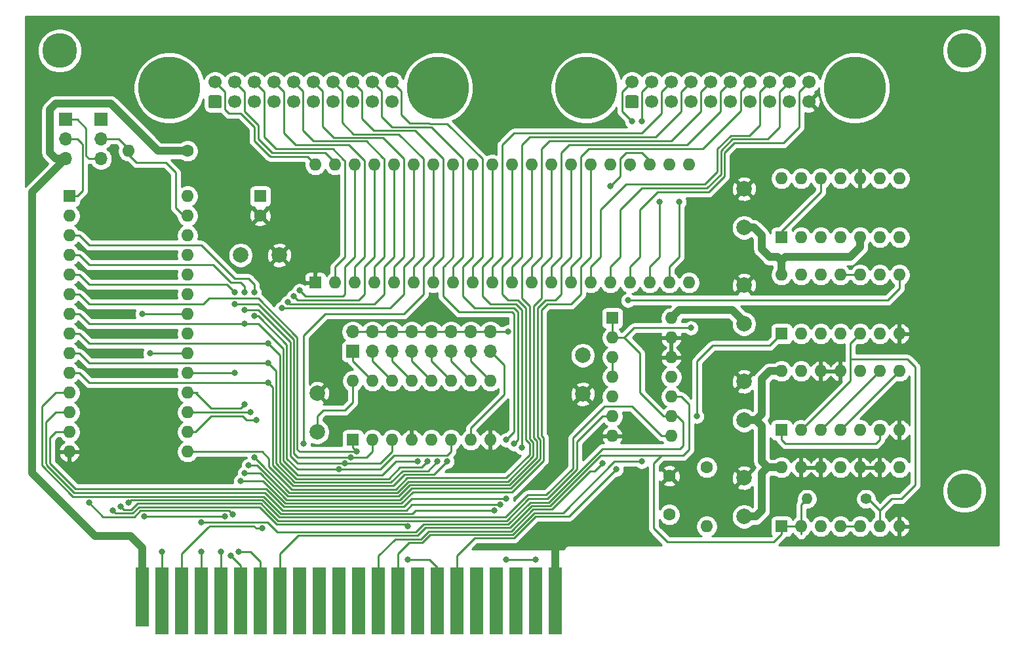
<source format=gbr>
%TF.GenerationSoftware,KiCad,Pcbnew,(5.1.9-0-10_14)*%
%TF.CreationDate,2022-04-10T09:01:30+01:00*%
%TF.ProjectId,ElectronUserPortCartridge,456c6563-7472-46f6-9e55-736572506f72,rev?*%
%TF.SameCoordinates,Original*%
%TF.FileFunction,Copper,L1,Top*%
%TF.FilePolarity,Positive*%
%FSLAX46Y46*%
G04 Gerber Fmt 4.6, Leading zero omitted, Abs format (unit mm)*
G04 Created by KiCad (PCBNEW (5.1.9-0-10_14)) date 2022-04-10 09:01:30*
%MOMM*%
%LPD*%
G01*
G04 APERTURE LIST*
%TA.AperFunction,ComponentPad*%
%ADD10O,1.600000X1.600000*%
%TD*%
%TA.AperFunction,ComponentPad*%
%ADD11C,1.600000*%
%TD*%
%TA.AperFunction,ComponentPad*%
%ADD12C,8.000000*%
%TD*%
%TA.AperFunction,ComponentPad*%
%ADD13C,1.700000*%
%TD*%
%TA.AperFunction,ComponentPad*%
%ADD14C,4.500000*%
%TD*%
%TA.AperFunction,ComponentPad*%
%ADD15R,1.600000X1.600000*%
%TD*%
%TA.AperFunction,ComponentPad*%
%ADD16O,1.400000X1.400000*%
%TD*%
%TA.AperFunction,ComponentPad*%
%ADD17C,1.400000*%
%TD*%
%TA.AperFunction,ConnectorPad*%
%ADD18R,1.778000X8.636000*%
%TD*%
%TA.AperFunction,ConnectorPad*%
%ADD19R,1.778000X7.620000*%
%TD*%
%TA.AperFunction,ComponentPad*%
%ADD20O,1.700000X1.700000*%
%TD*%
%TA.AperFunction,ComponentPad*%
%ADD21R,1.700000X1.700000*%
%TD*%
%TA.AperFunction,ComponentPad*%
%ADD22C,2.000000*%
%TD*%
%TA.AperFunction,ViaPad*%
%ADD23C,0.800000*%
%TD*%
%TA.AperFunction,Conductor*%
%ADD24C,1.000000*%
%TD*%
%TA.AperFunction,Conductor*%
%ADD25C,0.500000*%
%TD*%
%TA.AperFunction,Conductor*%
%ADD26C,0.250000*%
%TD*%
%TA.AperFunction,Conductor*%
%ADD27C,0.254000*%
%TD*%
%TA.AperFunction,Conductor*%
%ADD28C,0.100000*%
%TD*%
G04 APERTURE END LIST*
D10*
%TO.P,R2,2*%
%TO.N,Net-(J2-Pad2)*%
X64770000Y-68834000D03*
D11*
%TO.P,R2,1*%
%TO.N,+5V*%
X72390000Y-68834000D03*
%TD*%
D10*
%TO.P,R1,2*%
%TO.N,Net-(R1-Pad2)*%
X139446000Y-117348000D03*
D11*
%TO.P,R1,1*%
%TO.N,Net-(C9-Pad1)*%
X139446000Y-109728000D03*
%TD*%
D12*
%TO.P,CON2,MP*%
%TO.N,N/C*%
X104711000Y-60684000D03*
X70041000Y-60684000D03*
D13*
%TO.P,CON2,20*%
%TO.N,Net-(CON2-Pad20)*%
X98806000Y-59944000D03*
%TO.P,CON2,18*%
%TO.N,Net-(CON2-Pad18)*%
X96266000Y-59944000D03*
%TO.P,CON2,16*%
%TO.N,Net-(CON2-Pad16)*%
X93726000Y-59944000D03*
%TO.P,CON2,14*%
%TO.N,Net-(CON2-Pad14)*%
X91186000Y-59944000D03*
%TO.P,CON2,12*%
%TO.N,Net-(CON2-Pad12)*%
X88646000Y-59944000D03*
%TO.P,CON2,10*%
%TO.N,Net-(CON2-Pad10)*%
X86106000Y-59944000D03*
%TO.P,CON2,8*%
%TO.N,Net-(CON2-Pad8)*%
X83566000Y-59944000D03*
%TO.P,CON2,6*%
%TO.N,Net-(CON2-Pad6)*%
X81026000Y-59944000D03*
%TO.P,CON2,4*%
%TO.N,Net-(CON2-Pad4)*%
X78486000Y-59944000D03*
%TO.P,CON2,2*%
%TO.N,Net-(CON2-Pad2)*%
X75946000Y-59944000D03*
%TO.P,CON2,19*%
%TO.N,GND*%
X98806000Y-62484000D03*
%TO.P,CON2,17*%
X96266000Y-62484000D03*
%TO.P,CON2,15*%
X93726000Y-62484000D03*
%TO.P,CON2,13*%
X91186000Y-62484000D03*
%TO.P,CON2,11*%
X88646000Y-62484000D03*
%TO.P,CON2,9*%
X86106000Y-62484000D03*
%TO.P,CON2,7*%
X83566000Y-62484000D03*
%TO.P,CON2,5*%
X81026000Y-62484000D03*
%TO.P,CON2,3*%
%TO.N,+5V*%
X78486000Y-62484000D03*
%TO.P,CON2,1*%
%TA.AperFunction,ComponentPad*%
G36*
G01*
X76546000Y-63334000D02*
X75346000Y-63334000D01*
G75*
G02*
X75096000Y-63084000I0J250000D01*
G01*
X75096000Y-61884000D01*
G75*
G02*
X75346000Y-61634000I250000J0D01*
G01*
X76546000Y-61634000D01*
G75*
G02*
X76796000Y-61884000I0J-250000D01*
G01*
X76796000Y-63084000D01*
G75*
G02*
X76546000Y-63334000I-250000J0D01*
G01*
G37*
%TD.AperFunction*%
%TD*%
D14*
%TO.P,hole1,1*%
%TO.N,N/C*%
X55880000Y-55880000D03*
%TD*%
%TO.P,hole3,1*%
%TO.N,N/C*%
X172720000Y-112776000D03*
%TD*%
%TO.P,hole2,1*%
%TO.N,N/C*%
X172720000Y-55880000D03*
%TD*%
D10*
%TO.P,U1,14*%
%TO.N,+5V*%
X149098000Y-109728000D03*
%TO.P,U1,7*%
%TO.N,GND*%
X164338000Y-117348000D03*
%TO.P,U1,13*%
X151638000Y-109728000D03*
%TO.P,U1,6*%
%TO.N,Net-(L1-Pad1)*%
X161798000Y-117348000D03*
%TO.P,U1,12*%
%TO.N,GND*%
X154178000Y-109728000D03*
%TO.P,U1,5*%
%TO.N,Net-(C9-Pad1)*%
X159258000Y-117348000D03*
%TO.P,U1,11*%
%TO.N,Net-(U1-Pad11)*%
X156718000Y-109728000D03*
%TO.P,U1,4*%
%TO.N,Net-(C9-Pad1)*%
X156718000Y-117348000D03*
%TO.P,U1,10*%
%TO.N,GND*%
X159258000Y-109728000D03*
%TO.P,U1,3*%
%TO.N,Net-(R1-Pad2)*%
X154178000Y-117348000D03*
%TO.P,U1,9*%
%TO.N,GND*%
X161798000Y-109728000D03*
%TO.P,U1,2*%
%TO.N,/ClocksAndSignals/PHI0*%
X151638000Y-117348000D03*
%TO.P,U1,8*%
%TO.N,Net-(U1-Pad8)*%
X164338000Y-109728000D03*
D15*
%TO.P,U1,1*%
%TO.N,/ClocksAndSignals/PHI0*%
X149098000Y-117348000D03*
%TD*%
D11*
%TO.P,C9,2*%
%TO.N,GND*%
X134620000Y-110824000D03*
%TO.P,C9,1*%
%TO.N,Net-(C9-Pad1)*%
X134620000Y-115824000D03*
%TD*%
D10*
%TO.P,U6,16*%
%TO.N,+5V*%
X93726000Y-98552000D03*
%TO.P,U6,8*%
%TO.N,GND*%
X111506000Y-106172000D03*
%TO.P,U6,15*%
%TO.N,Net-(J1-Pad1)*%
X96266000Y-98552000D03*
%TO.P,U6,7*%
%TO.N,Net-(J1-Pad15)*%
X108966000Y-106172000D03*
%TO.P,U6,14*%
%TO.N,Net-(J1-Pad3)*%
X98806000Y-98552000D03*
%TO.P,U6,6*%
%TO.N,/RAMandIO/BA7*%
X106426000Y-106172000D03*
%TO.P,U6,13*%
%TO.N,Net-(J1-Pad5)*%
X101346000Y-98552000D03*
%TO.P,U6,5*%
%TO.N,/ClocksAndSignals/CNPGFC*%
X103886000Y-106172000D03*
%TO.P,U6,12*%
%TO.N,Net-(J1-Pad7)*%
X103886000Y-98552000D03*
%TO.P,U6,4*%
%TO.N,GND*%
X101346000Y-106172000D03*
%TO.P,U6,11*%
%TO.N,Net-(J1-Pad9)*%
X106426000Y-98552000D03*
%TO.P,U6,3*%
%TO.N,/RAMandIO/BA6*%
X98806000Y-106172000D03*
%TO.P,U6,10*%
%TO.N,Net-(J1-Pad11)*%
X108966000Y-98552000D03*
%TO.P,U6,2*%
%TO.N,/RAMandIO/BA5*%
X96266000Y-106172000D03*
%TO.P,U6,9*%
%TO.N,Net-(J1-Pad13)*%
X111506000Y-98552000D03*
D15*
%TO.P,U6,1*%
%TO.N,/RAMandIO/BA4*%
X93726000Y-106172000D03*
%TD*%
D10*
%TO.P,U8,40*%
%TO.N,Net-(CON2-Pad2)*%
X88900000Y-70612000D03*
%TO.P,U8,20*%
%TO.N,+5V*%
X137160000Y-85852000D03*
%TO.P,U8,39*%
%TO.N,Net-(CON2-Pad4)*%
X91440000Y-70612000D03*
%TO.P,U8,19*%
%TO.N,Net-(CON3-Pad4)*%
X134620000Y-85852000D03*
%TO.P,U8,38*%
%TO.N,/RAMandIO/BA0*%
X93980000Y-70612000D03*
%TO.P,U8,18*%
%TO.N,Net-(CON3-Pad2)*%
X132080000Y-85852000D03*
%TO.P,U8,37*%
%TO.N,/RAMandIO/BA1*%
X96520000Y-70612000D03*
%TO.P,U8,17*%
%TO.N,Net-(CON3-Pad20)*%
X129540000Y-85852000D03*
%TO.P,U8,36*%
%TO.N,/RAMandIO/BA2*%
X99060000Y-70612000D03*
%TO.P,U8,16*%
%TO.N,Net-(CON3-Pad18)*%
X127000000Y-85852000D03*
%TO.P,U8,35*%
%TO.N,/RAMandIO/BA3*%
X101600000Y-70612000D03*
%TO.P,U8,15*%
%TO.N,Net-(CON3-Pad16)*%
X124460000Y-85852000D03*
%TO.P,U8,34*%
%TO.N,NRST*%
X104140000Y-70612000D03*
%TO.P,U8,14*%
%TO.N,Net-(CON3-Pad14)*%
X121920000Y-85852000D03*
%TO.P,U8,33*%
%TO.N,/RAMandIO/D0*%
X106680000Y-70612000D03*
%TO.P,U8,13*%
%TO.N,Net-(CON3-Pad12)*%
X119380000Y-85852000D03*
%TO.P,U8,32*%
%TO.N,/RAMandIO/D1*%
X109220000Y-70612000D03*
%TO.P,U8,12*%
%TO.N,Net-(CON3-Pad10)*%
X116840000Y-85852000D03*
%TO.P,U8,31*%
%TO.N,/RAMandIO/D2*%
X111760000Y-70612000D03*
%TO.P,U8,11*%
%TO.N,Net-(CON3-Pad8)*%
X114300000Y-85852000D03*
%TO.P,U8,30*%
%TO.N,/RAMandIO/D3*%
X114300000Y-70612000D03*
%TO.P,U8,10*%
%TO.N,Net-(CON3-Pad6)*%
X111760000Y-85852000D03*
%TO.P,U8,29*%
%TO.N,/RAMandIO/D4*%
X116840000Y-70612000D03*
%TO.P,U8,9*%
%TO.N,Net-(CON2-Pad20)*%
X109220000Y-85852000D03*
%TO.P,U8,28*%
%TO.N,/RAMandIO/D5*%
X119380000Y-70612000D03*
%TO.P,U8,8*%
%TO.N,Net-(CON2-Pad18)*%
X106680000Y-85852000D03*
%TO.P,U8,27*%
%TO.N,/RAMandIO/D6*%
X121920000Y-70612000D03*
%TO.P,U8,7*%
%TO.N,Net-(CON2-Pad16)*%
X104140000Y-85852000D03*
%TO.P,U8,26*%
%TO.N,/RAMandIO/D7*%
X124460000Y-70612000D03*
%TO.P,U8,6*%
%TO.N,Net-(CON2-Pad14)*%
X101600000Y-85852000D03*
%TO.P,U8,25*%
%TO.N,/ClocksAndSignals/1Mhz*%
X127000000Y-70612000D03*
%TO.P,U8,5*%
%TO.N,Net-(CON2-Pad12)*%
X99060000Y-85852000D03*
%TO.P,U8,24*%
%TO.N,+5V*%
X129540000Y-70612000D03*
%TO.P,U8,4*%
%TO.N,Net-(CON2-Pad10)*%
X96520000Y-85852000D03*
%TO.P,U8,23*%
%TO.N,Net-(J1-Pad10)*%
X132080000Y-70612000D03*
%TO.P,U8,3*%
%TO.N,Net-(CON2-Pad8)*%
X93980000Y-85852000D03*
%TO.P,U8,22*%
%TO.N,/ClocksAndSignals/RW*%
X134620000Y-70612000D03*
%TO.P,U8,2*%
%TO.N,Net-(CON2-Pad6)*%
X91440000Y-85852000D03*
%TO.P,U8,21*%
%TO.N,NIRQ*%
X137160000Y-70612000D03*
D15*
%TO.P,U8,1*%
%TO.N,GND*%
X88900000Y-85852000D03*
%TD*%
D16*
%TO.P,L1,2*%
%TO.N,/ClocksAndSignals/PHI0*%
X152400000Y-113792000D03*
D17*
%TO.P,L1,1*%
%TO.N,Net-(L1-Pad1)*%
X160020000Y-113792000D03*
%TD*%
D10*
%TO.P,U7,28*%
%TO.N,+5V*%
X72390000Y-74676000D03*
%TO.P,U7,14*%
%TO.N,GND*%
X57150000Y-107696000D03*
%TO.P,U7,27*%
%TO.N,Net-(J2-Pad2)*%
X72390000Y-77216000D03*
%TO.P,U7,13*%
%TO.N,/RAMandIO/D2*%
X57150000Y-105156000D03*
%TO.P,U7,26*%
%TO.N,/RAMandIO/A13*%
X72390000Y-79756000D03*
%TO.P,U7,12*%
%TO.N,/RAMandIO/D1*%
X57150000Y-102616000D03*
%TO.P,U7,25*%
%TO.N,/RAMandIO/A8*%
X72390000Y-82296000D03*
%TO.P,U7,11*%
%TO.N,/RAMandIO/D0*%
X57150000Y-100076000D03*
%TO.P,U7,24*%
%TO.N,/RAMandIO/A9*%
X72390000Y-84836000D03*
%TO.P,U7,10*%
%TO.N,/RAMandIO/BA0*%
X57150000Y-97536000D03*
%TO.P,U7,23*%
%TO.N,/RAMandIO/A11*%
X72390000Y-87376000D03*
%TO.P,U7,9*%
%TO.N,/RAMandIO/BA1*%
X57150000Y-94996000D03*
%TO.P,U7,22*%
%TO.N,/ClocksAndSignals/NRE*%
X72390000Y-89916000D03*
%TO.P,U7,8*%
%TO.N,/RAMandIO/BA2*%
X57150000Y-92456000D03*
%TO.P,U7,21*%
%TO.N,/RAMandIO/A10*%
X72390000Y-92456000D03*
%TO.P,U7,7*%
%TO.N,/RAMandIO/BA3*%
X57150000Y-89916000D03*
%TO.P,U7,20*%
%TO.N,ROM*%
X72390000Y-94996000D03*
%TO.P,U7,6*%
%TO.N,/RAMandIO/BA4*%
X57150000Y-87376000D03*
%TO.P,U7,19*%
%TO.N,/RAMandIO/D7*%
X72390000Y-97536000D03*
%TO.P,U7,5*%
%TO.N,/RAMandIO/BA5*%
X57150000Y-84836000D03*
%TO.P,U7,18*%
%TO.N,/RAMandIO/D6*%
X72390000Y-100076000D03*
%TO.P,U7,4*%
%TO.N,/RAMandIO/BA6*%
X57150000Y-82296000D03*
%TO.P,U7,17*%
%TO.N,/RAMandIO/D5*%
X72390000Y-102616000D03*
%TO.P,U7,3*%
%TO.N,/RAMandIO/BA7*%
X57150000Y-79756000D03*
%TO.P,U7,16*%
%TO.N,/RAMandIO/D4*%
X72390000Y-105156000D03*
%TO.P,U7,2*%
%TO.N,/RAMandIO/A12*%
X57150000Y-77216000D03*
%TO.P,U7,15*%
%TO.N,/RAMandIO/D3*%
X72390000Y-107696000D03*
D15*
%TO.P,U7,1*%
%TO.N,Net-(J3-Pad2)*%
X57150000Y-74676000D03*
%TD*%
D18*
%TO.P,CON1,a22*%
%TO.N,GND*%
X119888000Y-127000000D03*
%TO.P,CON1,a21*%
%TO.N,Net-(CON1-Pada21)*%
X117348000Y-127000000D03*
%TO.P,CON1,a20*%
%TO.N,Net-(CON1-Pada20)*%
X114808000Y-127000000D03*
%TO.P,CON1,a19*%
%TO.N,Net-(CON1-Pada19)*%
X112268000Y-127000000D03*
%TO.P,CON1,a18*%
%TO.N,Net-(CON1-Pada18)*%
X109728000Y-127000000D03*
%TO.P,CON1,a17*%
%TO.N,/RAMandIO/16MHz*%
X107188000Y-127000000D03*
%TO.P,CON1,a16*%
%TO.N,QA*%
X104648000Y-127000000D03*
%TO.P,CON1,a15*%
%TO.N,Net-(CON1-Pada15)*%
X102108000Y-127000000D03*
%TO.P,CON1,a14*%
%TO.N,/ClocksAndSignals/NPGFC*%
X99568000Y-127000000D03*
%TO.P,CON1,a13*%
%TO.N,NIRQ*%
X97028000Y-127000000D03*
%TO.P,CON1,a12*%
%TO.N,Net-(CON1-Pada12)*%
X94488000Y-127000000D03*
%TO.P,CON1,a11*%
%TO.N,Net-(CON1-Pada11)*%
X91948000Y-127000000D03*
%TO.P,CON1,a10*%
%TO.N,Net-(CON1-Pada10)*%
X89408000Y-127000000D03*
%TO.P,CON1,a9*%
%TO.N,Net-(CON1-Pada9)*%
X86868000Y-127000000D03*
%TO.P,CON1,a8*%
%TO.N,/ClocksAndSignals/PHI0*%
X84328000Y-127000000D03*
%TO.P,CON1,a7*%
%TO.N,/RAMandIO/A12*%
X81788000Y-127000000D03*
%TO.P,CON1,a6*%
%TO.N,/RAMandIO/A13*%
X79248000Y-127000000D03*
%TO.P,CON1,a5*%
%TO.N,/RAMandIO/A8*%
X76708000Y-127000000D03*
%TO.P,CON1,a4*%
%TO.N,/ClocksAndSignals/RW*%
X74168000Y-127000000D03*
%TO.P,CON1,a3*%
%TO.N,NRST*%
X71628000Y-127000000D03*
%TO.P,CON1,a2*%
%TO.N,ROM*%
X69088000Y-127000000D03*
D19*
%TO.P,CON1,a1*%
%TO.N,+5V*%
X66548000Y-126492000D03*
%TD*%
D20*
%TO.P,J1,16*%
%TO.N,Net-(J1-Pad10)*%
X111506000Y-92202000D03*
%TO.P,J1,15*%
%TO.N,Net-(J1-Pad15)*%
X111506000Y-94742000D03*
%TO.P,J1,14*%
%TO.N,Net-(J1-Pad10)*%
X108966000Y-92202000D03*
%TO.P,J1,13*%
%TO.N,Net-(J1-Pad13)*%
X108966000Y-94742000D03*
%TO.P,J1,12*%
%TO.N,Net-(J1-Pad10)*%
X106426000Y-92202000D03*
%TO.P,J1,11*%
%TO.N,Net-(J1-Pad11)*%
X106426000Y-94742000D03*
%TO.P,J1,10*%
%TO.N,Net-(J1-Pad10)*%
X103886000Y-92202000D03*
%TO.P,J1,9*%
%TO.N,Net-(J1-Pad9)*%
X103886000Y-94742000D03*
%TO.P,J1,8*%
%TO.N,Net-(J1-Pad10)*%
X101346000Y-92202000D03*
%TO.P,J1,7*%
%TO.N,Net-(J1-Pad7)*%
X101346000Y-94742000D03*
%TO.P,J1,6*%
%TO.N,Net-(J1-Pad10)*%
X98806000Y-92202000D03*
%TO.P,J1,5*%
%TO.N,Net-(J1-Pad5)*%
X98806000Y-94742000D03*
%TO.P,J1,4*%
%TO.N,Net-(J1-Pad10)*%
X96266000Y-92202000D03*
%TO.P,J1,3*%
%TO.N,Net-(J1-Pad3)*%
X96266000Y-94742000D03*
%TO.P,J1,2*%
%TO.N,Net-(J1-Pad10)*%
X93726000Y-92202000D03*
D21*
%TO.P,J1,1*%
%TO.N,Net-(J1-Pad1)*%
X93726000Y-94742000D03*
%TD*%
D11*
%TO.P,C8,2*%
%TO.N,GND*%
X81788000Y-77176000D03*
D15*
%TO.P,C8,1*%
%TO.N,+5V*%
X81788000Y-74676000D03*
%TD*%
D22*
%TO.P,C7,2*%
%TO.N,GND*%
X84248000Y-82296000D03*
%TO.P,C7,1*%
%TO.N,+5V*%
X79248000Y-82296000D03*
%TD*%
%TO.P,C6,2*%
%TO.N,GND*%
X89154000Y-100156000D03*
%TO.P,C6,1*%
%TO.N,+5V*%
X89154000Y-105156000D03*
%TD*%
%TO.P,C5,2*%
%TO.N,GND*%
X123444000Y-100250000D03*
%TO.P,C5,1*%
%TO.N,+5V*%
X123444000Y-95250000D03*
%TD*%
D12*
%TO.P,CON3,MP*%
%TO.N,N/C*%
X158559000Y-60684000D03*
X123889000Y-60684000D03*
D13*
%TO.P,CON3,20*%
%TO.N,Net-(CON3-Pad20)*%
X152654000Y-59944000D03*
%TO.P,CON3,18*%
%TO.N,Net-(CON3-Pad18)*%
X150114000Y-59944000D03*
%TO.P,CON3,16*%
%TO.N,Net-(CON3-Pad16)*%
X147574000Y-59944000D03*
%TO.P,CON3,14*%
%TO.N,Net-(CON3-Pad14)*%
X145034000Y-59944000D03*
%TO.P,CON3,12*%
%TO.N,Net-(CON3-Pad12)*%
X142494000Y-59944000D03*
%TO.P,CON3,10*%
%TO.N,Net-(CON3-Pad10)*%
X139954000Y-59944000D03*
%TO.P,CON3,8*%
%TO.N,Net-(CON3-Pad8)*%
X137414000Y-59944000D03*
%TO.P,CON3,6*%
%TO.N,Net-(CON3-Pad6)*%
X134874000Y-59944000D03*
%TO.P,CON3,4*%
%TO.N,Net-(CON3-Pad4)*%
X132334000Y-59944000D03*
%TO.P,CON3,2*%
%TO.N,Net-(CON3-Pad2)*%
X129794000Y-59944000D03*
%TO.P,CON3,19*%
%TO.N,GND*%
X152654000Y-62484000D03*
%TO.P,CON3,17*%
X150114000Y-62484000D03*
%TO.P,CON3,15*%
X147574000Y-62484000D03*
%TO.P,CON3,13*%
X145034000Y-62484000D03*
%TO.P,CON3,11*%
X142494000Y-62484000D03*
%TO.P,CON3,9*%
X139954000Y-62484000D03*
%TO.P,CON3,7*%
X137414000Y-62484000D03*
%TO.P,CON3,5*%
X134874000Y-62484000D03*
%TO.P,CON3,3*%
%TO.N,+5V*%
X132334000Y-62484000D03*
%TO.P,CON3,1*%
%TA.AperFunction,ComponentPad*%
G36*
G01*
X130394000Y-63334000D02*
X129194000Y-63334000D01*
G75*
G02*
X128944000Y-63084000I0J250000D01*
G01*
X128944000Y-61884000D01*
G75*
G02*
X129194000Y-61634000I250000J0D01*
G01*
X130394000Y-61634000D01*
G75*
G02*
X130644000Y-61884000I0J-250000D01*
G01*
X130644000Y-63084000D01*
G75*
G02*
X130394000Y-63334000I-250000J0D01*
G01*
G37*
%TD.AperFunction*%
%TD*%
D10*
%TO.P,U3,14*%
%TO.N,+5V*%
X149098000Y-84836000D03*
%TO.P,U3,7*%
%TO.N,GND*%
X164338000Y-92456000D03*
%TO.P,U3,13*%
%TO.N,/ClocksAndSignals/CNPGFC*%
X151638000Y-84836000D03*
%TO.P,U3,6*%
%TO.N,Net-(U3-Pad6)*%
X161798000Y-92456000D03*
%TO.P,U3,12*%
%TO.N,Net-(U3-Pad12)*%
X154178000Y-84836000D03*
%TO.P,U3,5*%
%TO.N,Net-(L1-Pad1)*%
X159258000Y-92456000D03*
%TO.P,U3,11*%
%TO.N,Net-(U3-Pad10)*%
X156718000Y-84836000D03*
%TO.P,U3,4*%
%TO.N,Net-(U3-Pad3)*%
X156718000Y-92456000D03*
%TO.P,U3,10*%
%TO.N,Net-(U3-Pad10)*%
X159258000Y-84836000D03*
%TO.P,U3,3*%
%TO.N,Net-(U3-Pad3)*%
X154178000Y-92456000D03*
%TO.P,U3,9*%
%TO.N,Net-(U3-Pad6)*%
X161798000Y-84836000D03*
%TO.P,U3,2*%
%TO.N,/ClocksAndSignals/CNPGFC*%
X151638000Y-92456000D03*
%TO.P,U3,8*%
%TO.N,/ClocksAndSignals/1Mhz*%
X164338000Y-84836000D03*
D15*
%TO.P,U3,1*%
%TO.N,/ClocksAndSignals/CNPGFC*%
X149098000Y-92456000D03*
%TD*%
D10*
%TO.P,U4,14*%
%TO.N,/RAMandIO/16MHz*%
X149098000Y-72390000D03*
%TO.P,U4,7*%
%TO.N,N/C*%
X164338000Y-80010000D03*
%TO.P,U4,13*%
X151638000Y-72390000D03*
%TO.P,U4,6*%
X161798000Y-80010000D03*
%TO.P,U4,12*%
%TO.N,Net-(U4-Pad1)*%
X154178000Y-72390000D03*
%TO.P,U4,5*%
%TO.N,+5V*%
X159258000Y-80010000D03*
%TO.P,U4,11*%
%TO.N,Net-(U3-Pad12)*%
X156718000Y-72390000D03*
%TO.P,U4,4*%
%TO.N,N/C*%
X156718000Y-80010000D03*
%TO.P,U4,10*%
%TO.N,GND*%
X159258000Y-72390000D03*
%TO.P,U4,3*%
%TO.N,Net-(U3-Pad3)*%
X154178000Y-80010000D03*
%TO.P,U4,9*%
%TO.N,Net-(U4-Pad9)*%
X161798000Y-72390000D03*
%TO.P,U4,2*%
%TO.N,Net-(U3-Pad3)*%
X151638000Y-80010000D03*
%TO.P,U4,8*%
%TO.N,Net-(U4-Pad8)*%
X164338000Y-72390000D03*
D15*
%TO.P,U4,1*%
%TO.N,Net-(U4-Pad1)*%
X149098000Y-80010000D03*
%TD*%
D10*
%TO.P,U2,14*%
%TO.N,+5V*%
X149098000Y-97282000D03*
%TO.P,U2,7*%
%TO.N,GND*%
X164338000Y-104902000D03*
%TO.P,U2,13*%
%TO.N,Net-(U2-Pad13)*%
X151638000Y-97282000D03*
%TO.P,U2,6*%
%TO.N,Net-(U2-Pad1)*%
X161798000Y-104902000D03*
%TO.P,U2,12*%
%TO.N,GND*%
X154178000Y-97282000D03*
%TO.P,U2,5*%
%TO.N,Net-(U2-Pad10)*%
X159258000Y-104902000D03*
%TO.P,U2,11*%
%TO.N,GND*%
X156718000Y-97282000D03*
%TO.P,U2,4*%
%TO.N,/ClocksAndSignals/CNPGFC*%
X156718000Y-104902000D03*
%TO.P,U2,10*%
%TO.N,Net-(U2-Pad10)*%
X159258000Y-97282000D03*
%TO.P,U2,3*%
%TO.N,/ClocksAndSignals/NPGFC*%
X154178000Y-104902000D03*
%TO.P,U2,9*%
X161798000Y-97282000D03*
%TO.P,U2,2*%
%TO.N,Net-(L1-Pad1)*%
X151638000Y-104902000D03*
%TO.P,U2,8*%
%TO.N,/ClocksAndSignals/CNPGFC*%
X164338000Y-97282000D03*
D15*
%TO.P,U2,1*%
%TO.N,Net-(U2-Pad1)*%
X149098000Y-104902000D03*
%TD*%
D10*
%TO.P,U5,14*%
%TO.N,+5V*%
X134874000Y-90424000D03*
%TO.P,U5,7*%
%TO.N,GND*%
X127254000Y-105664000D03*
%TO.P,U5,13*%
X134874000Y-92964000D03*
%TO.P,U5,6*%
%TO.N,/ClocksAndSignals/NWE*%
X127254000Y-103124000D03*
%TO.P,U5,12*%
%TO.N,GND*%
X134874000Y-95504000D03*
%TO.P,U5,5*%
%TO.N,/ClocksAndSignals/PHI0*%
X127254000Y-100584000D03*
%TO.P,U5,11*%
%TO.N,Net-(U5-Pad11)*%
X134874000Y-98044000D03*
%TO.P,U5,4*%
%TO.N,Net-(U5-Pad3)*%
X127254000Y-98044000D03*
%TO.P,U5,10*%
%TO.N,/ClocksAndSignals/PHI0*%
X134874000Y-100584000D03*
%TO.P,U5,3*%
%TO.N,Net-(U5-Pad3)*%
X127254000Y-95504000D03*
%TO.P,U5,9*%
%TO.N,/ClocksAndSignals/RW*%
X134874000Y-103124000D03*
%TO.P,U5,2*%
X127254000Y-92964000D03*
%TO.P,U5,8*%
%TO.N,/ClocksAndSignals/NRE*%
X134874000Y-105664000D03*
D15*
%TO.P,U5,1*%
%TO.N,/ClocksAndSignals/RW*%
X127254000Y-90424000D03*
%TD*%
D20*
%TO.P,J3,3*%
%TO.N,+5V*%
X56642000Y-69850000D03*
%TO.P,J3,2*%
%TO.N,Net-(J3-Pad2)*%
X56642000Y-67310000D03*
D21*
%TO.P,J3,1*%
%TO.N,QA*%
X56642000Y-64770000D03*
%TD*%
D20*
%TO.P,J2,3*%
%TO.N,QA*%
X61214000Y-69850000D03*
%TO.P,J2,2*%
%TO.N,Net-(J2-Pad2)*%
X61214000Y-67310000D03*
D21*
%TO.P,J2,1*%
%TO.N,/ClocksAndSignals/NWE*%
X61214000Y-64770000D03*
%TD*%
D22*
%TO.P,C3,2*%
%TO.N,GND*%
X144272000Y-86186000D03*
%TO.P,C3,1*%
%TO.N,+5V*%
X144272000Y-91186000D03*
%TD*%
%TO.P,C4,2*%
%TO.N,GND*%
X144272000Y-73740000D03*
%TO.P,C4,1*%
%TO.N,+5V*%
X144272000Y-78740000D03*
%TD*%
%TO.P,C2,2*%
%TO.N,GND*%
X144272000Y-98632000D03*
%TO.P,C2,1*%
%TO.N,+5V*%
X144272000Y-103632000D03*
%TD*%
%TO.P,C1,2*%
%TO.N,GND*%
X144272000Y-111078000D03*
%TO.P,C1,1*%
%TO.N,+5V*%
X144272000Y-116078000D03*
%TD*%
D23*
%TO.N,GND*%
X156464000Y-89662000D03*
X68326000Y-77216000D03*
X62230000Y-77216000D03*
X62230000Y-82296000D03*
X62230000Y-84836000D03*
X62230000Y-87376000D03*
X62230000Y-89916000D03*
X62230000Y-92456000D03*
X62230000Y-94996000D03*
X62230000Y-97536000D03*
X68580000Y-110744000D03*
X61214000Y-110744000D03*
X119888000Y-120904000D03*
X77470000Y-72390000D03*
X77470000Y-69850000D03*
%TO.N,+5V*%
X66548000Y-121158000D03*
%TO.N,/RAMandIO/16MHz*%
X127762000Y-109982000D03*
%TO.N,QA*%
X62738000Y-115316000D03*
X100838000Y-121666000D03*
X100838000Y-117348000D03*
%TO.N,/ClocksAndSignals/NPGFC*%
X131064000Y-108966000D03*
%TO.N,NIRQ*%
X125984000Y-109220000D03*
%TO.N,/RAMandIO/A12*%
X59690000Y-114300000D03*
X78994000Y-120650000D03*
X78232000Y-115824000D03*
%TO.N,/RAMandIO/A13*%
X77978000Y-121158000D03*
X77216000Y-116078000D03*
X66802000Y-116078000D03*
%TO.N,/RAMandIO/A8*%
X76708000Y-120650000D03*
%TO.N,NRST*%
X87376000Y-106680000D03*
X82042000Y-117602000D03*
%TO.N,ROM*%
X67564000Y-94996000D03*
X69088000Y-120650000D03*
%TO.N,/RAMandIO/D1*%
X113538000Y-121666000D03*
X114554000Y-106680000D03*
X112776000Y-114554000D03*
X117348000Y-121666000D03*
%TO.N,/RAMandIO/D2*%
X115570000Y-107188000D03*
X113538000Y-113792000D03*
%TO.N,/RAMandIO/D0*%
X112014000Y-115316000D03*
X113538000Y-106172000D03*
%TO.N,/RAMandIO/BA0*%
X105918000Y-108966000D03*
X82804000Y-98806000D03*
X86868000Y-86868000D03*
%TO.N,/RAMandIO/BA1*%
X104648000Y-108966000D03*
X86106000Y-87630000D03*
X82804000Y-96266000D03*
%TO.N,/RAMandIO/BA2*%
X103378000Y-108966000D03*
X85344000Y-88392000D03*
X82804000Y-93726000D03*
%TO.N,/RAMandIO/BA3*%
X102108000Y-108966000D03*
X84582000Y-89154000D03*
X84582000Y-89154000D03*
X79756000Y-91186000D03*
%TO.N,/RAMandIO/BA4*%
X94234000Y-107696000D03*
%TO.N,/RAMandIO/BA5*%
X93472000Y-108458000D03*
X78486000Y-87122000D03*
X78486000Y-88646000D03*
%TO.N,/RAMandIO/BA6*%
X92710000Y-109220000D03*
X79756000Y-89408000D03*
X79756000Y-87122000D03*
%TO.N,/RAMandIO/BA7*%
X91948000Y-109982000D03*
X81026000Y-90170000D03*
X81026000Y-87122000D03*
%TO.N,/RAMandIO/D4*%
X81280000Y-103632000D03*
X81026000Y-108458000D03*
%TO.N,/RAMandIO/D5*%
X80518000Y-102616000D03*
X80264000Y-109474000D03*
%TO.N,/RAMandIO/D6*%
X79756000Y-101600000D03*
X79757410Y-110491410D03*
%TO.N,/RAMandIO/D7*%
X79248000Y-111506000D03*
X78486000Y-97536000D03*
%TO.N,Net-(CON3-Pad4)*%
X135890000Y-75438000D03*
X131064000Y-65024000D03*
%TO.N,Net-(CON3-Pad2)*%
X133350000Y-75438000D03*
X129794000Y-65024000D03*
%TO.N,/ClocksAndSignals/RW*%
X74168000Y-116840000D03*
X74168000Y-120650000D03*
X137414000Y-91694000D03*
%TO.N,/ClocksAndSignals/NWE*%
X63754000Y-114808000D03*
%TO.N,/ClocksAndSignals/NRE*%
X66548000Y-89916000D03*
X64770000Y-114300000D03*
%TO.N,/ClocksAndSignals/CNPGFC*%
X138176000Y-103124000D03*
%TO.N,/ClocksAndSignals/1Mhz*%
X129286000Y-88138000D03*
%TO.N,Net-(J1-Pad10)*%
X127000000Y-73406000D03*
X113792000Y-92202000D03*
%TD*%
D24*
%TO.N,GND*%
X119888000Y-127000000D02*
X119888000Y-118364000D01*
%TO.N,+5V*%
X159258000Y-80010000D02*
X159258000Y-81280000D01*
X159258000Y-81280000D02*
X157988000Y-82550000D01*
X157988000Y-82550000D02*
X149606000Y-82550000D01*
X149606000Y-82550000D02*
X149098000Y-83058000D01*
X144272000Y-78740000D02*
X145542000Y-78740000D01*
X145542000Y-78740000D02*
X146558000Y-79756000D01*
X146558000Y-79756000D02*
X146558000Y-81534000D01*
X146558000Y-81534000D02*
X147574000Y-82550000D01*
X147574000Y-82550000D02*
X148590000Y-82550000D01*
X148590000Y-82550000D02*
X149098000Y-83058000D01*
X149098000Y-83058000D02*
X149098000Y-84836000D01*
X147574000Y-97282000D02*
X146558000Y-98298000D01*
X146558000Y-98298000D02*
X146558000Y-102362000D01*
X146558000Y-102362000D02*
X146558000Y-102870000D01*
X146558000Y-102870000D02*
X145796000Y-103632000D01*
X145796000Y-103632000D02*
X144272000Y-103632000D01*
X145796000Y-103632000D02*
X146558000Y-104394000D01*
X146558000Y-104394000D02*
X146558000Y-108712000D01*
X146558000Y-108712000D02*
X146558000Y-108966000D01*
X146558000Y-108966000D02*
X147320000Y-109728000D01*
X147320000Y-109728000D02*
X149098000Y-109728000D01*
X147320000Y-109728000D02*
X146558000Y-110490000D01*
X146558000Y-110490000D02*
X146558000Y-114808000D01*
X146558000Y-114808000D02*
X146558000Y-115316000D01*
X146558000Y-115316000D02*
X145796000Y-116078000D01*
X145796000Y-116078000D02*
X144272000Y-116078000D01*
D25*
X66548000Y-123698000D02*
X66548000Y-126492000D01*
D24*
X66548000Y-121158000D02*
X66548000Y-123698000D01*
D26*
X129540000Y-70612000D02*
X129540000Y-71374000D01*
X89154000Y-105156000D02*
X89154000Y-103124000D01*
X89154000Y-103124000D02*
X89916000Y-102362000D01*
X89916000Y-102362000D02*
X92710000Y-102362000D01*
X92710000Y-102362000D02*
X93726000Y-101346000D01*
X93726000Y-101346000D02*
X93726000Y-98552000D01*
X56642000Y-69850000D02*
X55626000Y-69850000D01*
X55626000Y-69850000D02*
X55118000Y-69342000D01*
X72390000Y-68326000D02*
X72390000Y-68834000D01*
D24*
X66548000Y-121158000D02*
X66548000Y-120894682D01*
X135890000Y-89408000D02*
X142748000Y-89408000D01*
X142748000Y-89408000D02*
X144526000Y-91186000D01*
X134874000Y-90424000D02*
X135890000Y-89408000D01*
X147574000Y-97282000D02*
X149098000Y-97282000D01*
X66548000Y-120142000D02*
X66548000Y-121158000D01*
X60452000Y-118618000D02*
X65024000Y-118618000D01*
X52324000Y-110490000D02*
X60452000Y-118618000D01*
X56642000Y-69850000D02*
X52324000Y-74168000D01*
X65024000Y-118618000D02*
X66548000Y-120142000D01*
X52324000Y-74168000D02*
X52324000Y-110490000D01*
X55372000Y-69850000D02*
X56642000Y-69850000D01*
X54610000Y-69088000D02*
X55372000Y-69850000D01*
X54610000Y-63500000D02*
X54610000Y-69088000D01*
X55372000Y-62738000D02*
X54610000Y-63500000D01*
X62484000Y-62738000D02*
X55372000Y-62738000D01*
X68580000Y-68834000D02*
X62484000Y-62738000D01*
X72390000Y-68834000D02*
X68580000Y-68834000D01*
D26*
%TO.N,/RAMandIO/16MHz*%
X121701954Y-116042046D02*
X127762000Y-109982000D01*
X117392414Y-116042046D02*
X121701954Y-116042046D01*
X114576375Y-118858085D02*
X117392414Y-116042046D01*
X109487914Y-118858086D02*
X114576375Y-118858085D01*
X107188000Y-121158000D02*
X109487914Y-118858086D01*
X107188000Y-127000000D02*
X107188000Y-121158000D01*
%TO.N,QA*%
X59690000Y-69850000D02*
X61214000Y-69850000D01*
X61214000Y-69850000D02*
X61214000Y-70104000D01*
X59309000Y-65913000D02*
X59309000Y-69469000D01*
X56642000Y-64770000D02*
X58166000Y-64770000D01*
X59309000Y-69469000D02*
X59690000Y-69850000D01*
X58166000Y-64770000D02*
X59309000Y-65913000D01*
X104648000Y-127000000D02*
X104648000Y-122682000D01*
X104648000Y-122682000D02*
X103632000Y-121666000D01*
X103632000Y-121666000D02*
X100838000Y-121666000D01*
X100838000Y-121666000D02*
X100838000Y-121666000D01*
X100548050Y-117058050D02*
X100838000Y-117348000D01*
X83898360Y-117058050D02*
X100548050Y-117058050D01*
X63080009Y-115658009D02*
X65318401Y-115658009D01*
X81670350Y-114830040D02*
X83898360Y-117058050D01*
X66146370Y-114830040D02*
X81670350Y-114830040D01*
X65318401Y-115658009D02*
X66146370Y-114830040D01*
X62738000Y-115316000D02*
X63080009Y-115658009D01*
%TO.N,/ClocksAndSignals/NPGFC*%
X154178000Y-104902000D02*
X154178000Y-104394000D01*
X161798000Y-97282000D02*
X154178000Y-104902000D01*
X99568000Y-122428000D02*
X99568000Y-127000000D01*
X99568000Y-120904000D02*
X99568000Y-122428000D01*
X99822000Y-120650000D02*
X101048971Y-119423029D01*
X100018010Y-120453990D02*
X99822000Y-120650000D01*
X99822000Y-120650000D02*
X99568000Y-120904000D01*
X102701382Y-119423028D02*
X103716334Y-118408076D01*
X101048971Y-119423029D02*
X102701382Y-119423028D01*
X103716334Y-118408076D02*
X114389974Y-118408076D01*
X114389974Y-118408076D02*
X115129025Y-117669025D01*
X115129025Y-117669025D02*
X117161025Y-115637025D01*
X117206014Y-115592036D02*
X120881964Y-115592036D01*
X117161025Y-115637025D02*
X117206014Y-115592036D01*
X120881964Y-115592036D02*
X127508000Y-108966000D01*
X127508000Y-108966000D02*
X131064000Y-108966000D01*
X131064000Y-108966000D02*
X131064000Y-108966000D01*
%TO.N,NIRQ*%
X117019612Y-115142028D02*
X119431201Y-115142027D01*
X114203573Y-117958067D02*
X117019612Y-115142028D01*
X119431201Y-115142027D02*
X124344019Y-110229211D01*
X103529932Y-117958068D02*
X114203573Y-117958067D01*
X102514981Y-118973019D02*
X103529932Y-117958068D01*
X124974789Y-110229211D02*
X125984000Y-109220000D01*
X99212981Y-118973019D02*
X102514981Y-118973019D01*
X97028000Y-121158000D02*
X99212981Y-118973019D01*
X124344019Y-110229211D02*
X124974789Y-110229211D01*
X97028000Y-127000000D02*
X97028000Y-121158000D01*
%TO.N,/ClocksAndSignals/PHI0*%
X149098000Y-117348000D02*
X151638000Y-117348000D01*
X151638000Y-117348000D02*
X151638000Y-118364000D01*
X134874000Y-100584000D02*
X136144000Y-100584000D01*
X136144000Y-100584000D02*
X137160000Y-101600000D01*
X137160000Y-101600000D02*
X137160000Y-107442000D01*
X137160000Y-107442000D02*
X136398000Y-108204000D01*
X136398000Y-108204000D02*
X133604000Y-108204000D01*
X133604000Y-108204000D02*
X132588000Y-109220000D01*
X132588000Y-109220000D02*
X132588000Y-117602000D01*
X132588000Y-117602000D02*
X134366000Y-119380000D01*
X134366000Y-119380000D02*
X148082000Y-119380000D01*
X148082000Y-119380000D02*
X149098000Y-118364000D01*
X149098000Y-118364000D02*
X149098000Y-117348000D01*
X152400000Y-113792000D02*
X151638000Y-114554000D01*
X151638000Y-114554000D02*
X151638000Y-117348000D01*
X114017172Y-117508058D02*
X116833211Y-114692019D01*
X103092353Y-117508058D02*
X114017172Y-117508058D01*
X116833211Y-114692019D02*
X119244802Y-114692018D01*
X102077400Y-118523010D02*
X103092353Y-117508058D01*
X84328000Y-127000000D02*
X84328000Y-120904000D01*
X86708989Y-118523011D02*
X102077400Y-118523010D01*
X119244802Y-114692018D02*
X123894010Y-110042810D01*
X84328000Y-120904000D02*
X86708989Y-118523011D01*
X123894010Y-110039990D02*
X125730000Y-108204000D01*
X123894010Y-110042810D02*
X123894010Y-110039990D01*
X125730000Y-108204000D02*
X133604000Y-108204000D01*
%TO.N,/RAMandIO/A12*%
X80518000Y-120650000D02*
X78994000Y-120650000D01*
X81788000Y-121920000D02*
X80518000Y-120650000D01*
X81788000Y-127000000D02*
X81788000Y-121920000D01*
X61498019Y-116108019D02*
X65501981Y-116108019D01*
X59690000Y-114300000D02*
X61498019Y-116108019D01*
X65501981Y-116108019D02*
X65504802Y-116108018D01*
X65504802Y-116108018D02*
X66296820Y-115316000D01*
X66296820Y-115316000D02*
X77724000Y-115316000D01*
X77724000Y-115316000D02*
X78232000Y-115824000D01*
X78232000Y-115824000D02*
X78232000Y-115824000D01*
%TO.N,/RAMandIO/A13*%
X79248000Y-127000000D02*
X79248000Y-122428000D01*
X79248000Y-122428000D02*
X78232000Y-121412000D01*
X78232000Y-121412000D02*
X77978000Y-121158000D01*
X77978000Y-121158000D02*
X77978000Y-121158000D01*
X66802000Y-116078000D02*
X77216000Y-116078000D01*
%TO.N,/RAMandIO/A8*%
X76708000Y-127000000D02*
X76708000Y-121666000D01*
X76708000Y-121666000D02*
X76708000Y-121412000D01*
X76708000Y-121412000D02*
X76708000Y-120650000D01*
X76708000Y-120650000D02*
X76708000Y-120650000D01*
%TO.N,NRST*%
X92710000Y-89916000D02*
X92710000Y-89916000D01*
X92710000Y-89916000D02*
X90678000Y-89916000D01*
X102870000Y-87376000D02*
X100330000Y-89916000D01*
X104140000Y-70612000D02*
X104140000Y-82550000D01*
X102870000Y-83820000D02*
X102870000Y-87376000D01*
X100330000Y-89916000D02*
X92710000Y-89916000D01*
X104140000Y-82550000D02*
X102870000Y-83820000D01*
X90678000Y-89916000D02*
X90170000Y-89916000D01*
X90170000Y-89916000D02*
X87376000Y-92710000D01*
X87376000Y-92710000D02*
X87376000Y-106680000D01*
X87376000Y-106680000D02*
X87376000Y-106680000D01*
X71628000Y-127000000D02*
X71628000Y-121412000D01*
X82042000Y-117602000D02*
X81280000Y-117602000D01*
X81280000Y-117602000D02*
X80968010Y-117290010D01*
X80968010Y-117290010D02*
X75241990Y-117290010D01*
X75057000Y-117475000D02*
X71628000Y-120904000D01*
X71628000Y-121412000D02*
X71628000Y-120904000D01*
X75241990Y-117290010D02*
X75057000Y-117475000D01*
X75057000Y-117475000D02*
X74930000Y-117602000D01*
%TO.N,ROM*%
X72390000Y-94996000D02*
X67564000Y-94996000D01*
X69088000Y-121158000D02*
X69088000Y-120650000D01*
X69088000Y-120904000D02*
X69088000Y-121158000D01*
X69088000Y-121158000D02*
X69088000Y-122936000D01*
%TO.N,/RAMandIO/D1*%
X57150000Y-102616000D02*
X55372000Y-102616000D01*
X55372000Y-102616000D02*
X54610000Y-103378000D01*
X54610000Y-103378000D02*
X54356000Y-103632000D01*
X54356000Y-103632000D02*
X54102000Y-103886000D01*
X54102000Y-103886000D02*
X54102000Y-109220000D01*
X115062000Y-89662000D02*
X115062000Y-106172000D01*
X114554000Y-89154000D02*
X115062000Y-89662000D01*
X107950000Y-87630000D02*
X109474000Y-89154000D01*
X107950000Y-83820000D02*
X107950000Y-87630000D01*
X109220000Y-82550000D02*
X107950000Y-83820000D01*
X109474000Y-89154000D02*
X114554000Y-89154000D01*
X115062000Y-106172000D02*
X114554000Y-106680000D01*
X109220000Y-70612000D02*
X109220000Y-82550000D01*
X54159991Y-109406401D02*
X57783590Y-113030000D01*
X54159990Y-109277990D02*
X54159991Y-109406401D01*
X54102000Y-109220000D02*
X54159990Y-109277990D01*
X57783590Y-113030000D02*
X82415950Y-113030000D01*
X84643960Y-115258010D02*
X100641990Y-115258010D01*
X82415950Y-113030000D02*
X84643960Y-115258010D01*
X100641990Y-115258010D02*
X101346000Y-114554000D01*
X101346000Y-114554000D02*
X112776000Y-114554000D01*
X112776000Y-114554000D02*
X112776000Y-114554000D01*
X117348000Y-121666000D02*
X113538000Y-121666000D01*
%TO.N,/RAMandIO/D2*%
X111760000Y-70612000D02*
X111760000Y-82550000D01*
X111760000Y-82550000D02*
X110490000Y-83820000D01*
X110490000Y-83820000D02*
X110490000Y-87122000D01*
X110490000Y-87122000D02*
X110490000Y-87630000D01*
X110490000Y-87630000D02*
X111506000Y-88646000D01*
X111506000Y-88646000D02*
X114808000Y-88646000D01*
X114808000Y-88646000D02*
X115570000Y-89408000D01*
X115570000Y-89408000D02*
X115570000Y-89662000D01*
X115570000Y-89662000D02*
X115570000Y-89916000D01*
X115570000Y-89662000D02*
X115570000Y-96774000D01*
X115570000Y-96774000D02*
X115570000Y-97028000D01*
X115570000Y-96774000D02*
X115570000Y-104902000D01*
X57150000Y-105156000D02*
X55372000Y-105156000D01*
X55372000Y-105156000D02*
X54610000Y-105918000D01*
X54610000Y-105918000D02*
X54610000Y-109220000D01*
X115570000Y-104902000D02*
X115570000Y-107188000D01*
X54610000Y-109220000D02*
X55626000Y-110236000D01*
X55626000Y-110236000D02*
X57912000Y-112522000D01*
X57912000Y-112522000D02*
X82544360Y-112522000D01*
X82544360Y-112522000D02*
X84830360Y-114808000D01*
X84830360Y-114808000D02*
X100330000Y-114808000D01*
X100330000Y-114808000D02*
X101346000Y-113792000D01*
X101346000Y-113792000D02*
X113538000Y-113792000D01*
%TO.N,/RAMandIO/D0*%
X106680000Y-70612000D02*
X106680000Y-82550000D01*
X106680000Y-82550000D02*
X105554999Y-83675001D01*
X105554999Y-83675001D02*
X105410000Y-83820000D01*
X105410000Y-83820000D02*
X105410000Y-87122000D01*
X105410000Y-87122000D02*
X105410000Y-87630000D01*
X105410000Y-87630000D02*
X107188000Y-89408000D01*
X107188000Y-89408000D02*
X107442000Y-89662000D01*
X107442000Y-89662000D02*
X114300000Y-89662000D01*
X114300000Y-89662000D02*
X114554000Y-89916000D01*
X114554000Y-89916000D02*
X114554000Y-97028000D01*
X114554000Y-97028000D02*
X114554000Y-97790000D01*
X114554000Y-97790000D02*
X114554000Y-98044000D01*
X57150000Y-100076000D02*
X55626000Y-100076000D01*
X55626000Y-100076000D02*
X55372000Y-100076000D01*
X55372000Y-100076000D02*
X53848000Y-101600000D01*
X53848000Y-101600000D02*
X53594000Y-101854000D01*
X113538000Y-106172000D02*
X114554000Y-105156000D01*
X114554000Y-97790000D02*
X114554000Y-105156000D01*
X53594000Y-109476820D02*
X57597190Y-113480010D01*
X53594000Y-108712000D02*
X53594000Y-109476820D01*
X53594000Y-101854000D02*
X53594000Y-108712000D01*
X53594000Y-108712000D02*
X53594000Y-108966000D01*
X84457560Y-115708020D02*
X101461980Y-115708020D01*
X82229550Y-113480010D02*
X84457560Y-115708020D01*
X57597190Y-113480010D02*
X82229550Y-113480010D01*
X101461980Y-115708020D02*
X101854000Y-115316000D01*
X101854000Y-115316000D02*
X111506000Y-115316000D01*
X111506000Y-115316000D02*
X112014000Y-115316000D01*
%TO.N,/RAMandIO/BA0*%
X57150000Y-97536000D02*
X58420000Y-97536000D01*
X58420000Y-97536000D02*
X59690000Y-98806000D01*
X73660000Y-98806000D02*
X74168000Y-98806000D01*
X59690000Y-98806000D02*
X73660000Y-98806000D01*
X73660000Y-98806000D02*
X73914000Y-98806000D01*
X74168000Y-98806000D02*
X74168000Y-98806000D01*
X92710000Y-87376000D02*
X92456000Y-87630000D01*
X92710000Y-83820000D02*
X92710000Y-87376000D01*
X93980000Y-82550000D02*
X92710000Y-83820000D01*
X93980000Y-70612000D02*
X93980000Y-82550000D01*
X74168000Y-98806000D02*
X82804000Y-98806000D01*
X83369991Y-109409221D02*
X86054797Y-112094027D01*
X86054797Y-112094027D02*
X86054798Y-112094028D01*
X97108028Y-112094028D02*
X98979972Y-112094028D01*
X86054798Y-112094028D02*
X97108028Y-112094028D01*
X97108028Y-112094028D02*
X97282000Y-112094028D01*
X100445980Y-110628020D02*
X100963590Y-110628020D01*
X98979972Y-112094028D02*
X100445980Y-110628020D01*
X105918000Y-108966000D02*
X104255980Y-110628020D01*
X100963590Y-110628020D02*
X104255980Y-110628020D01*
X82804000Y-98806000D02*
X83369990Y-99371990D01*
X83369990Y-99371990D02*
X83369990Y-99625990D01*
X83369990Y-99625990D02*
X83369991Y-109409221D01*
X86868000Y-86868000D02*
X87630000Y-87630000D01*
X92456000Y-87630000D02*
X87630000Y-87630000D01*
%TO.N,/RAMandIO/BA1*%
X74168000Y-96266000D02*
X74168000Y-96266000D01*
X95250000Y-83820000D02*
X95250000Y-87376000D01*
X94488000Y-88138000D02*
X86614000Y-88138000D01*
X96520000Y-82550000D02*
X95250000Y-83820000D01*
X95250000Y-87376000D02*
X94488000Y-88138000D01*
X96520000Y-70612000D02*
X96520000Y-82550000D01*
X83820000Y-109222820D02*
X86241198Y-111644018D01*
X86241198Y-111644018D02*
X97166018Y-111644018D01*
X97166018Y-111644018D02*
X98667982Y-111644018D01*
X98667982Y-111644018D02*
X100133990Y-110178010D01*
X100133990Y-110178010D02*
X101149990Y-110178010D01*
X101149990Y-110178010D02*
X101288010Y-110178010D01*
X103435990Y-110178010D02*
X104648000Y-108966000D01*
X101149990Y-110178010D02*
X103435990Y-110178010D01*
X82042000Y-96266000D02*
X82804000Y-96266000D01*
X59690000Y-96266000D02*
X82042000Y-96266000D01*
X58420000Y-94996000D02*
X59690000Y-96266000D01*
X57150000Y-94996000D02*
X58420000Y-94996000D01*
X82804000Y-96266000D02*
X83820000Y-97282000D01*
X83820000Y-97282000D02*
X83820000Y-109222820D01*
X86614000Y-88138000D02*
X86106000Y-87630000D01*
%TO.N,/RAMandIO/BA2*%
X57150000Y-92456000D02*
X58420000Y-92456000D01*
X58420000Y-92456000D02*
X59690000Y-93726000D01*
X59690000Y-93726000D02*
X74168000Y-93726000D01*
X74168000Y-93726000D02*
X74422000Y-93726000D01*
X86427599Y-111194009D02*
X97224009Y-111194009D01*
X84305961Y-109072371D02*
X86427599Y-111194009D01*
X97224009Y-111194009D02*
X98355991Y-111194009D01*
X98355991Y-111194009D02*
X99822000Y-109728000D01*
X99822000Y-109728000D02*
X102616000Y-109728000D01*
X102616000Y-109728000D02*
X103378000Y-108966000D01*
X84305961Y-95227961D02*
X84305961Y-109072371D01*
X74168000Y-93726000D02*
X82804000Y-93726000D01*
X82804000Y-93726000D02*
X82804000Y-93726000D01*
X82804000Y-93726000D02*
X84305961Y-95227961D01*
X85598000Y-88646000D02*
X85344000Y-88392000D01*
X97790000Y-87376000D02*
X96520000Y-88646000D01*
X97790000Y-83820000D02*
X97790000Y-87376000D01*
X96520000Y-88646000D02*
X85598000Y-88646000D01*
X99060000Y-82550000D02*
X97790000Y-83820000D01*
X99060000Y-70612000D02*
X99060000Y-82550000D01*
%TO.N,/RAMandIO/BA3*%
X98552000Y-89154000D02*
X85090000Y-89154000D01*
X100330000Y-87376000D02*
X98552000Y-89154000D01*
X100330000Y-83820000D02*
X100330000Y-87376000D01*
X101600000Y-82550000D02*
X100330000Y-83820000D01*
X101600000Y-70612000D02*
X101600000Y-82550000D01*
X102108000Y-108966000D02*
X102108000Y-108966000D01*
X85090000Y-89154000D02*
X84836000Y-89154000D01*
X84836000Y-89154000D02*
X84582000Y-89154000D01*
X84582000Y-89154000D02*
X84582000Y-89154000D01*
X84582000Y-89154000D02*
X84582000Y-89154000D01*
X99314000Y-108966000D02*
X102108000Y-108966000D01*
X97536000Y-110744000D02*
X99314000Y-108966000D01*
X84755970Y-108885970D02*
X86614000Y-110744000D01*
X84755970Y-94407970D02*
X84755970Y-108885970D01*
X86614000Y-110744000D02*
X97536000Y-110744000D01*
X81534000Y-91186000D02*
X84755970Y-94407970D01*
X74422000Y-91186000D02*
X79756000Y-91186000D01*
X59690000Y-91186000D02*
X74422000Y-91186000D01*
X58420000Y-89916000D02*
X59690000Y-91186000D01*
X57150000Y-89916000D02*
X58420000Y-89916000D01*
X81534000Y-91186000D02*
X79756000Y-91186000D01*
%TO.N,/RAMandIO/BA4*%
X93726000Y-107188000D02*
X94234000Y-107696000D01*
X93726000Y-106172000D02*
X93726000Y-107188000D01*
X86868000Y-107696000D02*
X87122000Y-107696000D01*
X86556010Y-107245990D02*
X86556010Y-107384010D01*
X87122000Y-107696000D02*
X94234000Y-107696000D01*
X86556010Y-107384010D02*
X86868000Y-107696000D01*
X86556010Y-107245990D02*
X86556010Y-99764010D01*
X86556010Y-99764010D02*
X86556010Y-99568000D01*
X86556010Y-92906010D02*
X86556010Y-99764010D01*
X81534000Y-87884000D02*
X86556010Y-92906010D01*
X74422000Y-88646000D02*
X75184000Y-87884000D01*
X58420000Y-87376000D02*
X59690000Y-88646000D01*
X75184000Y-87884000D02*
X81534000Y-87884000D01*
X59690000Y-88646000D02*
X74422000Y-88646000D01*
X57150000Y-87376000D02*
X58420000Y-87376000D01*
%TO.N,/RAMandIO/BA5*%
X96266000Y-107696000D02*
X95504000Y-108458000D01*
X96266000Y-106172000D02*
X96266000Y-107696000D01*
X93472000Y-108458000D02*
X86614000Y-108458000D01*
X86614000Y-108458000D02*
X86360000Y-108204000D01*
X86360000Y-108204000D02*
X86106000Y-107950000D01*
X86106000Y-107950000D02*
X86106000Y-99822000D01*
X86106000Y-99822000D02*
X86106000Y-99568000D01*
X95504000Y-108458000D02*
X93472000Y-108458000D01*
X86106000Y-93218000D02*
X81788000Y-88900000D01*
X86106000Y-99822000D02*
X86106000Y-93218000D01*
X81788000Y-88900000D02*
X81534000Y-88646000D01*
X81534000Y-88646000D02*
X78486000Y-88646000D01*
X77470000Y-86106000D02*
X78486000Y-87122000D01*
X58420000Y-84836000D02*
X59690000Y-86106000D01*
X59690000Y-86106000D02*
X77470000Y-86106000D01*
X57150000Y-84836000D02*
X58420000Y-84836000D01*
%TO.N,/RAMandIO/BA6*%
X98552000Y-106172000D02*
X98806000Y-106172000D01*
X98806000Y-106680000D02*
X98806000Y-106172000D01*
X57150000Y-82296000D02*
X58166000Y-82296000D01*
X58166000Y-82296000D02*
X58420000Y-82296000D01*
X58420000Y-82296000D02*
X59690000Y-83566000D01*
X59690000Y-83566000D02*
X73914000Y-83566000D01*
X73914000Y-83566000D02*
X74168000Y-83566000D01*
X97282000Y-109220000D02*
X92710000Y-109220000D01*
X98806000Y-107696000D02*
X97282000Y-109220000D01*
X98806000Y-106172000D02*
X98806000Y-107696000D01*
X86614000Y-109220000D02*
X92710000Y-109220000D01*
X85655990Y-108261990D02*
X86614000Y-109220000D01*
X85655990Y-99568000D02*
X85655990Y-99764010D01*
X85655990Y-99764010D02*
X85655990Y-108261990D01*
X81534000Y-89408000D02*
X79756000Y-89408000D01*
X85655990Y-93529990D02*
X81534000Y-89408000D01*
X85655990Y-99764010D02*
X85655990Y-93529990D01*
X75692000Y-83566000D02*
X73914000Y-83566000D01*
X79248000Y-85852000D02*
X77978000Y-85852000D01*
X77978000Y-85852000D02*
X75692000Y-83566000D01*
X79756000Y-86360000D02*
X79248000Y-85852000D01*
X79756000Y-87122000D02*
X79756000Y-86360000D01*
%TO.N,/RAMandIO/BA7*%
X57150000Y-79756000D02*
X58420000Y-79756000D01*
X58420000Y-79756000D02*
X59436000Y-80772000D01*
X59436000Y-80772000D02*
X59690000Y-81026000D01*
X106426000Y-106172000D02*
X106426000Y-107188000D01*
X106426000Y-107188000D02*
X106426000Y-107442000D01*
X59690000Y-81026000D02*
X73914000Y-81026000D01*
X73914000Y-81026000D02*
X74168000Y-81026000D01*
X91694000Y-109982000D02*
X91694000Y-109982000D01*
X91948000Y-109982000D02*
X91694000Y-109982000D01*
X106426000Y-107696000D02*
X106426000Y-107188000D01*
X86614000Y-109982000D02*
X91948000Y-109982000D01*
X85205980Y-108573980D02*
X86614000Y-109982000D01*
X85205980Y-99706020D02*
X85205980Y-93841980D01*
X85205980Y-99568000D02*
X85205980Y-99706020D01*
X85205980Y-99706020D02*
X85205980Y-108573980D01*
X85205980Y-93841980D02*
X81788000Y-90424000D01*
X91948000Y-109982000D02*
X97282000Y-109982000D01*
X97282000Y-109982000D02*
X99060000Y-108204000D01*
X105918000Y-108204000D02*
X106426000Y-107696000D01*
X99060000Y-108204000D02*
X105918000Y-108204000D01*
X81788000Y-90424000D02*
X81534000Y-90170000D01*
X81534000Y-90170000D02*
X81026000Y-90170000D01*
X81026000Y-90170000D02*
X81026000Y-90170000D01*
X74168000Y-81026000D02*
X78486000Y-85344000D01*
X78486000Y-85344000D02*
X80264000Y-85344000D01*
X80264000Y-85344000D02*
X81026000Y-86106000D01*
X81026000Y-86106000D02*
X81026000Y-87122000D01*
%TO.N,/RAMandIO/D4*%
X115570000Y-87884000D02*
X116586000Y-88900000D01*
X116840000Y-82550000D02*
X115570000Y-83820000D01*
X115570000Y-83820000D02*
X115570000Y-87884000D01*
X116840000Y-70612000D02*
X116840000Y-82550000D01*
X116586000Y-88900000D02*
X116586000Y-103632000D01*
X116586000Y-103632000D02*
X116586000Y-103886000D01*
X116586000Y-106043590D02*
X116586000Y-103632000D01*
X117036010Y-106493600D02*
X116586000Y-106043590D01*
X117036010Y-108261990D02*
X117036010Y-106493600D01*
X85562048Y-112994048D02*
X99478363Y-112994047D01*
X100944370Y-111528040D02*
X113769960Y-111528040D01*
X99478363Y-112994047D02*
X100944370Y-111528040D01*
X81788000Y-109220000D02*
X85562048Y-112994048D01*
X113769960Y-111528040D02*
X117036010Y-108261990D01*
X80010000Y-103632000D02*
X81280000Y-103632000D01*
X79502000Y-103124000D02*
X80010000Y-103632000D01*
X75438000Y-103124000D02*
X79502000Y-103124000D01*
X73406000Y-105156000D02*
X75438000Y-103124000D01*
X72390000Y-105156000D02*
X73406000Y-105156000D01*
X81788000Y-109220000D02*
X81026000Y-108458000D01*
%TO.N,/RAMandIO/D5*%
X119380000Y-70612000D02*
X119380000Y-82550000D01*
X119380000Y-82550000D02*
X118110000Y-83820000D01*
X118110000Y-83820000D02*
X118110000Y-87122000D01*
X118110000Y-87122000D02*
X118110000Y-87884000D01*
X118110000Y-87884000D02*
X117094000Y-88900000D01*
X117094000Y-88900000D02*
X117094000Y-89662000D01*
X117094000Y-89662000D02*
X117094000Y-89916000D01*
X117094000Y-89662000D02*
X117094000Y-96520000D01*
X117094000Y-96520000D02*
X117094000Y-96774000D01*
X73660000Y-102616000D02*
X80518000Y-102616000D01*
X72390000Y-102616000D02*
X73660000Y-102616000D01*
X73660000Y-102616000D02*
X73914000Y-102616000D01*
X80264000Y-109474000D02*
X80264000Y-109474000D01*
X85375647Y-113444057D02*
X81405590Y-109474000D01*
X98645942Y-113444058D02*
X85375647Y-113444057D01*
X80772000Y-109474000D02*
X80264000Y-109474000D01*
X81405590Y-109474000D02*
X80772000Y-109474000D01*
X101130770Y-111978050D02*
X99664764Y-113444056D01*
X98645944Y-113444056D02*
X98645942Y-113444058D01*
X99664764Y-113444056D02*
X98645944Y-113444056D01*
X117486020Y-108448390D02*
X113956360Y-111978050D01*
X117094000Y-105915180D02*
X117486020Y-106307200D01*
X117486020Y-106307200D02*
X117486020Y-108448390D01*
X113956360Y-111978050D02*
X101130770Y-111978050D01*
X117094000Y-96520000D02*
X117094000Y-105915180D01*
%TO.N,/RAMandIO/D6*%
X119888000Y-88138000D02*
X120650000Y-87376000D01*
X118618000Y-88138000D02*
X119888000Y-88138000D01*
X117602000Y-89154000D02*
X118618000Y-88138000D01*
X117602000Y-105786770D02*
X117602000Y-89154000D01*
X117936029Y-108634791D02*
X117936029Y-106120799D01*
X121920000Y-82550000D02*
X121920000Y-70612000D01*
X114142760Y-112428060D02*
X117936029Y-108634791D01*
X85189246Y-113894066D02*
X99851165Y-113894065D01*
X117936029Y-106120799D02*
X117602000Y-105786770D01*
X101317170Y-112428060D02*
X114142760Y-112428060D01*
X120650000Y-83820000D02*
X121920000Y-82550000D01*
X120650000Y-87376000D02*
X120650000Y-83820000D01*
X99851165Y-113894065D02*
X101317170Y-112428060D01*
X72390000Y-100076000D02*
X73406000Y-100076000D01*
X73406000Y-100076000D02*
X73660000Y-100076000D01*
X81786590Y-110491410D02*
X79757410Y-110491410D01*
X81786590Y-110491410D02*
X85189246Y-113894066D01*
X79757410Y-110491410D02*
X79757410Y-110491410D01*
X79248000Y-102108000D02*
X79756000Y-101600000D01*
X75438000Y-102108000D02*
X79248000Y-102108000D01*
X73406000Y-100076000D02*
X75438000Y-102108000D01*
%TO.N,/RAMandIO/D7*%
X123190000Y-83820000D02*
X124460000Y-82550000D01*
X118872000Y-88646000D02*
X121920000Y-88646000D01*
X118110000Y-89408000D02*
X118872000Y-88646000D01*
X118364000Y-105912360D02*
X118110000Y-105658360D01*
X118386039Y-105934401D02*
X118364000Y-105912360D01*
X124460000Y-82550000D02*
X124460000Y-70612000D01*
X118110000Y-105658360D02*
X118110000Y-89408000D01*
X118386039Y-108734039D02*
X118386039Y-105934401D01*
X123190000Y-87376000D02*
X123190000Y-83820000D01*
X114329160Y-112878070D02*
X118386038Y-108821192D01*
X100037566Y-114344074D02*
X101503570Y-112878070D01*
X99015926Y-114344074D02*
X100037566Y-114344074D01*
X85002845Y-114344075D02*
X85045922Y-114344078D01*
X101503570Y-112878070D02*
X114329160Y-112878070D01*
X99015922Y-114344078D02*
X99015926Y-114344074D01*
X121920000Y-88646000D02*
X123190000Y-87376000D01*
X118386038Y-108821192D02*
X118386039Y-108734039D01*
X85045922Y-114344078D02*
X99015922Y-114344078D01*
X82357385Y-111698615D02*
X85002845Y-114344075D01*
X82357385Y-111698615D02*
X82230385Y-111571615D01*
X82230385Y-111571615D02*
X82164770Y-111506000D01*
X82164770Y-111506000D02*
X79248000Y-111506000D01*
X79248000Y-111506000D02*
X79248000Y-111506000D01*
X77724000Y-97536000D02*
X78486000Y-97536000D01*
X72390000Y-97536000D02*
X77724000Y-97536000D01*
X77724000Y-97536000D02*
X77978000Y-97536000D01*
%TO.N,/RAMandIO/D3*%
X114300000Y-82550000D02*
X114300000Y-70612000D01*
X113030000Y-83820000D02*
X114300000Y-82550000D01*
X113030000Y-87376000D02*
X113030000Y-83820000D01*
X113792000Y-88138000D02*
X113030000Y-87376000D01*
X115062000Y-88138000D02*
X113792000Y-88138000D01*
X116078000Y-106172000D02*
X116078000Y-89154000D01*
X116586000Y-106680000D02*
X116078000Y-106172000D01*
X116078000Y-89154000D02*
X115062000Y-88138000D01*
X116586000Y-107188000D02*
X116586000Y-106680000D01*
X116586000Y-107950000D02*
X116586000Y-107188000D01*
X85868398Y-112544038D02*
X82919982Y-109595622D01*
X99291962Y-112544038D02*
X85868398Y-112544038D01*
X100757970Y-111078030D02*
X99291962Y-112544038D01*
X113583560Y-111078030D02*
X100757970Y-111078030D01*
X82042000Y-107696000D02*
X81026000Y-107696000D01*
X116586000Y-108075590D02*
X113583560Y-111078030D01*
X81026000Y-107696000D02*
X72390000Y-107696000D01*
X82919982Y-108573982D02*
X82042000Y-107696000D01*
X82919982Y-109595622D02*
X82919982Y-108573982D01*
X116586000Y-107188000D02*
X116586000Y-108075590D01*
%TO.N,Net-(CON2-Pad20)*%
X99981001Y-64167001D02*
X99981001Y-61119001D01*
X101092000Y-65278000D02*
X99981001Y-64167001D01*
X99981001Y-61119001D02*
X98806000Y-59944000D01*
X103632000Y-65278000D02*
X101092000Y-65278000D01*
X103667951Y-65313951D02*
X103632000Y-65278000D01*
X103683363Y-65313951D02*
X103667951Y-65313951D01*
X103667951Y-65313951D02*
X105953951Y-65313951D01*
X105953951Y-65313951D02*
X110490000Y-69850000D01*
X110490000Y-69850000D02*
X110490000Y-82550000D01*
X110490000Y-82550000D02*
X109220000Y-83820000D01*
X109220000Y-83820000D02*
X109220000Y-85852000D01*
%TO.N,Net-(CON2-Pad18)*%
X98783960Y-65763960D02*
X103496962Y-65763960D01*
X97441001Y-64421001D02*
X98783960Y-65763960D01*
X97441001Y-61119001D02*
X97441001Y-64421001D01*
X96266000Y-59944000D02*
X97441001Y-61119001D01*
X103496962Y-65763960D02*
X103863960Y-65763960D01*
X103863960Y-65763960D02*
X107950000Y-69850000D01*
X107950000Y-69850000D02*
X107950000Y-82550000D01*
X107950000Y-82550000D02*
X106680000Y-83820000D01*
X106680000Y-83820000D02*
X106680000Y-85852000D01*
%TO.N,Net-(CON2-Pad16)*%
X94901001Y-64675001D02*
X94901001Y-61119001D01*
X94901001Y-61119001D02*
X93726000Y-59944000D01*
X96439970Y-66213970D02*
X94901001Y-64675001D01*
X101406972Y-66213970D02*
X96439970Y-66213970D01*
X101406972Y-66213970D02*
X101600000Y-66213970D01*
X101600000Y-66213970D02*
X101773970Y-66213970D01*
X101773970Y-66213970D02*
X105410000Y-69850000D01*
X105410000Y-69850000D02*
X105410000Y-82550000D01*
X105410000Y-82550000D02*
X104140000Y-83820000D01*
X104140000Y-83820000D02*
X104140000Y-85852000D01*
%TO.N,Net-(CON2-Pad14)*%
X92361001Y-65183001D02*
X92361001Y-61119001D01*
X93841980Y-66663980D02*
X92361001Y-65183001D01*
X99316982Y-66663980D02*
X93841980Y-66663980D01*
X92361001Y-61119001D02*
X91186000Y-59944000D01*
X99316982Y-66663980D02*
X99568000Y-66663980D01*
X99568000Y-66663980D02*
X99683980Y-66663980D01*
X99683980Y-66663980D02*
X102870000Y-69850000D01*
X102870000Y-69850000D02*
X102870000Y-82550000D01*
X102870000Y-82550000D02*
X101600000Y-83820000D01*
X101600000Y-83820000D02*
X101600000Y-85852000D01*
%TO.N,Net-(CON2-Pad12)*%
X89821001Y-61119001D02*
X88646000Y-59944000D01*
X97226992Y-67113990D02*
X91243990Y-67113990D01*
X89821001Y-65691001D02*
X89821001Y-61119001D01*
X91243990Y-67113990D02*
X89821001Y-65691001D01*
X97226992Y-67113990D02*
X97536000Y-67113990D01*
X97536000Y-67113990D02*
X97593990Y-67113990D01*
X97593990Y-67113990D02*
X100330000Y-69850000D01*
X100330000Y-69850000D02*
X100330000Y-82550000D01*
X100330000Y-82550000D02*
X99060000Y-83820000D01*
X99060000Y-83820000D02*
X99060000Y-85852000D01*
%TO.N,Net-(CON2-Pad10)*%
X87281001Y-66199001D02*
X88646000Y-67564000D01*
X87281001Y-61119001D02*
X87281001Y-66199001D01*
X88646000Y-67564000D02*
X95137002Y-67564000D01*
X86106000Y-59944000D02*
X87281001Y-61119001D01*
X95137002Y-67564000D02*
X95504000Y-67564000D01*
X95504000Y-67564000D02*
X97645001Y-69705001D01*
X97645001Y-69705001D02*
X97790000Y-69850000D01*
X97790000Y-69850000D02*
X97790000Y-82550000D01*
X97790000Y-82550000D02*
X96520000Y-83820000D01*
X96520000Y-83820000D02*
X96520000Y-85852000D01*
%TO.N,Net-(CON2-Pad8)*%
X93980000Y-85852000D02*
X93726000Y-86106000D01*
X86360000Y-68072000D02*
X90424000Y-68072000D01*
X84836000Y-61214000D02*
X84836000Y-66548000D01*
X90170000Y-68072000D02*
X90424000Y-68072000D01*
X84836000Y-66548000D02*
X86360000Y-68072000D01*
X83566000Y-59944000D02*
X84836000Y-61214000D01*
X90424000Y-68072000D02*
X93105002Y-68072000D01*
X93105002Y-68072000D02*
X93218000Y-68072000D01*
X93218000Y-68072000D02*
X95250000Y-70104000D01*
X95250000Y-70104000D02*
X95250000Y-82550000D01*
X95250000Y-82550000D02*
X93980000Y-83820000D01*
X93980000Y-83820000D02*
X93980000Y-85852000D01*
%TO.N,Net-(CON2-Pad6)*%
X92565001Y-69959001D02*
X91186000Y-68580000D01*
X89916000Y-68580000D02*
X89662000Y-68580000D01*
X91186000Y-68580000D02*
X89916000Y-68580000D01*
X82296000Y-67056000D02*
X83820000Y-68580000D01*
X83820000Y-68580000D02*
X89916000Y-68580000D01*
X82296000Y-61214000D02*
X82296000Y-67056000D01*
X81026000Y-59944000D02*
X82296000Y-61214000D01*
X92565001Y-69959001D02*
X92710000Y-70104000D01*
X92710000Y-70104000D02*
X92710000Y-70358000D01*
X92710000Y-70358000D02*
X92710000Y-82550000D01*
X92710000Y-82550000D02*
X91440000Y-83820000D01*
X91440000Y-83820000D02*
X91440000Y-85852000D01*
%TO.N,Net-(CON2-Pad4)*%
X90568999Y-69486999D02*
X91440000Y-70358000D01*
X91440000Y-70358000D02*
X91440000Y-70612000D01*
X90568999Y-69486999D02*
X90170000Y-69088000D01*
X83312000Y-69088000D02*
X88392000Y-69088000D01*
X81534000Y-67310000D02*
X83312000Y-69088000D01*
X81534000Y-65532000D02*
X81534000Y-67310000D01*
X90170000Y-69088000D02*
X88392000Y-69088000D01*
X88392000Y-69088000D02*
X88138000Y-69088000D01*
X79756000Y-61214000D02*
X79756000Y-63754000D01*
X78486000Y-59944000D02*
X79756000Y-61214000D01*
X79756000Y-63754000D02*
X81534000Y-65532000D01*
%TO.N,Net-(CON2-Pad2)*%
X82942020Y-69480020D02*
X83058000Y-69480020D01*
X83115990Y-69538010D02*
X87826010Y-69538010D01*
X83058000Y-69480020D02*
X83115990Y-69538010D01*
X81026000Y-67564000D02*
X82942020Y-69480020D01*
X79248000Y-64008000D02*
X81026000Y-65786000D01*
X87826010Y-69538010D02*
X87884000Y-69596000D01*
X87884000Y-69596000D02*
X88900000Y-70612000D01*
X77724000Y-64008000D02*
X79248000Y-64008000D01*
X75946000Y-59944000D02*
X77216000Y-61214000D01*
X77216000Y-63500000D02*
X77724000Y-64008000D01*
X77216000Y-61214000D02*
X77216000Y-63500000D01*
X81026000Y-65786000D02*
X81026000Y-67564000D01*
%TO.N,Net-(CON3-Pad20)*%
X129540000Y-83820000D02*
X129540000Y-85852000D01*
X130810000Y-82550000D02*
X129540000Y-83820000D01*
X139700000Y-74168000D02*
X133096000Y-74168000D01*
X141732000Y-72136000D02*
X139700000Y-74168000D01*
X141732000Y-69088000D02*
X141732000Y-72136000D01*
X151384000Y-61214000D02*
X151384000Y-65786000D01*
X133096000Y-74168000D02*
X130810000Y-76454000D01*
X149352000Y-67818000D02*
X143002000Y-67818000D01*
X143002000Y-67818000D02*
X141732000Y-69088000D01*
X151384000Y-65786000D02*
X149352000Y-67818000D01*
X152654000Y-59944000D02*
X151384000Y-61214000D01*
X130810000Y-76454000D02*
X130810000Y-82550000D01*
%TO.N,Net-(CON3-Pad18)*%
X148844000Y-61214000D02*
X150114000Y-59944000D01*
X128270000Y-76454000D02*
X131064000Y-73660000D01*
X148844000Y-65786000D02*
X148844000Y-61214000D01*
X142748000Y-67310000D02*
X147320000Y-67310000D01*
X131064000Y-73660000D02*
X139446000Y-73660000D01*
X127000000Y-85852000D02*
X127000000Y-83820000D01*
X147320000Y-67310000D02*
X148844000Y-65786000D01*
X141281990Y-71824010D02*
X141281990Y-68776010D01*
X128270000Y-82550000D02*
X128270000Y-76454000D01*
X139446000Y-73660000D02*
X141281990Y-71824010D01*
X127000000Y-83820000D02*
X128270000Y-82550000D01*
X141281990Y-68776010D02*
X142748000Y-67310000D01*
%TO.N,Net-(CON3-Pad16)*%
X124460000Y-83820000D02*
X124460000Y-85852000D01*
X125730000Y-76454000D02*
X125730000Y-82550000D01*
X129032000Y-73152000D02*
X125730000Y-76454000D01*
X139192000Y-73152000D02*
X129032000Y-73152000D01*
X140831980Y-68589610D02*
X140831980Y-71512020D01*
X142561600Y-66859990D02*
X140831980Y-68589610D01*
X144976010Y-66859990D02*
X142561600Y-66859990D01*
X125730000Y-82550000D02*
X124460000Y-83820000D01*
X146304000Y-65532000D02*
X144976010Y-66859990D01*
X140831980Y-71512020D02*
X139192000Y-73152000D01*
X146304000Y-61214000D02*
X146304000Y-65532000D01*
X147574000Y-59944000D02*
X146304000Y-61214000D01*
%TO.N,Net-(CON3-Pad14)*%
X143858999Y-61119001D02*
X145034000Y-59944000D01*
X143858999Y-63659001D02*
X143858999Y-61119001D01*
X138938000Y-68580000D02*
X143858999Y-63659001D01*
X121920000Y-83820000D02*
X123190000Y-82550000D01*
X124206000Y-68580000D02*
X138938000Y-68580000D01*
X123190000Y-69596000D02*
X124206000Y-68580000D01*
X123190000Y-82550000D02*
X123190000Y-69596000D01*
X121920000Y-85852000D02*
X121920000Y-83820000D01*
%TO.N,Net-(CON3-Pad12)*%
X120650000Y-82550000D02*
X119380000Y-83820000D01*
X119380000Y-84074000D02*
X119380000Y-85852000D01*
X120650000Y-69088000D02*
X120650000Y-82550000D01*
X136906000Y-68072000D02*
X121666000Y-68072000D01*
X121666000Y-68072000D02*
X120650000Y-69088000D01*
X141224000Y-63754000D02*
X136906000Y-68072000D01*
X141224000Y-61214000D02*
X141224000Y-63754000D01*
X119380000Y-83820000D02*
X119380000Y-84074000D01*
X142494000Y-59944000D02*
X141224000Y-61214000D01*
%TO.N,Net-(CON3-Pad10)*%
X138684000Y-61214000D02*
X139954000Y-59944000D01*
X138684000Y-63754000D02*
X138684000Y-61214000D01*
X119126000Y-67564000D02*
X134874000Y-67564000D01*
X134874000Y-67564000D02*
X138684000Y-63754000D01*
X118110000Y-68580000D02*
X119126000Y-67564000D01*
X116840000Y-85852000D02*
X116840000Y-83820000D01*
X118110000Y-82550000D02*
X118110000Y-68580000D01*
X116840000Y-83820000D02*
X118110000Y-82550000D01*
%TO.N,Net-(CON3-Pad8)*%
X136144000Y-61214000D02*
X136238999Y-61119001D01*
X136144000Y-63754000D02*
X136144000Y-61214000D01*
X136238999Y-61119001D02*
X137414000Y-59944000D01*
X116586000Y-67056000D02*
X132842000Y-67056000D01*
X115570000Y-68072000D02*
X116586000Y-67056000D01*
X115570000Y-82550000D02*
X115570000Y-68072000D01*
X132842000Y-67056000D02*
X136144000Y-63754000D01*
X114300000Y-83820000D02*
X115570000Y-82550000D01*
X114300000Y-85852000D02*
X114300000Y-83820000D01*
%TO.N,Net-(CON3-Pad6)*%
X133698999Y-61119001D02*
X134874000Y-59944000D01*
X131064000Y-66548000D02*
X133604000Y-64008000D01*
X113030000Y-82550000D02*
X113030000Y-68072000D01*
X133604000Y-64008000D02*
X133604000Y-61214000D01*
X111760000Y-83820000D02*
X113030000Y-82550000D01*
X133604000Y-61214000D02*
X133698999Y-61119001D01*
X114554000Y-66548000D02*
X131064000Y-66548000D01*
X113030000Y-68072000D02*
X114554000Y-66548000D01*
X111760000Y-85852000D02*
X111760000Y-83820000D01*
%TO.N,Net-(CON3-Pad4)*%
X131064000Y-61214000D02*
X131064000Y-64262000D01*
X132334000Y-59944000D02*
X131064000Y-61214000D01*
X134620000Y-85852000D02*
X134620000Y-83820000D01*
X134620000Y-83820000D02*
X135890000Y-82550000D01*
X135890000Y-82550000D02*
X135890000Y-75438000D01*
X135890000Y-75438000D02*
X135890000Y-75438000D01*
X131064000Y-64262000D02*
X131064000Y-64770000D01*
X131064000Y-64770000D02*
X131064000Y-65024000D01*
X131064000Y-65024000D02*
X131064000Y-65024000D01*
%TO.N,Net-(CON3-Pad2)*%
X132080000Y-85852000D02*
X132080000Y-83820000D01*
X132080000Y-83820000D02*
X133350000Y-82550000D01*
X133350000Y-82550000D02*
X133350000Y-75438000D01*
X133350000Y-75438000D02*
X133350000Y-75438000D01*
X129794000Y-59944000D02*
X128524000Y-61214000D01*
X129794000Y-65024000D02*
X128524000Y-63754000D01*
X128524000Y-61214000D02*
X128524000Y-63754000D01*
%TO.N,/ClocksAndSignals/RW*%
X127254000Y-90424000D02*
X127254000Y-92710000D01*
X127254000Y-92710000D02*
X127000000Y-92964000D01*
X127000000Y-92964000D02*
X127000000Y-93218000D01*
X134874000Y-103124000D02*
X133858000Y-103124000D01*
X130810000Y-100076000D02*
X130810000Y-94996000D01*
X130810000Y-94996000D02*
X128778000Y-92964000D01*
X128778000Y-92964000D02*
X127254000Y-92964000D01*
X74168000Y-121158000D02*
X74168000Y-127254000D01*
X74168000Y-121158000D02*
X74168000Y-120650000D01*
X74168000Y-116840000D02*
X82737880Y-116840000D01*
X133858000Y-103124000D02*
X130810000Y-100076000D01*
X128778000Y-92964000D02*
X130048000Y-91694000D01*
X130048000Y-91694000D02*
X136652000Y-91694000D01*
X136652000Y-91694000D02*
X137414000Y-91694000D01*
X137414000Y-91694000D02*
X137414000Y-91694000D01*
X83970881Y-118073001D02*
X84291001Y-118073001D01*
X82737880Y-116840000D02*
X83970881Y-118073001D01*
X84037001Y-118073001D02*
X84291001Y-118073001D01*
X136398000Y-103886000D02*
X135636000Y-103124000D01*
X136018410Y-107313590D02*
X136398000Y-106934000D01*
X125984000Y-107313590D02*
X136018410Y-107313590D01*
X123444001Y-109853589D02*
X125984000Y-107313590D01*
X123444000Y-109856410D02*
X123444001Y-109853589D01*
X136398000Y-106934000D02*
X136398000Y-103886000D01*
X113830772Y-117058048D02*
X116646810Y-114242010D01*
X102905952Y-117058048D02*
X104969601Y-117058049D01*
X119058401Y-114242009D02*
X123444000Y-109856410D01*
X101890999Y-118073001D02*
X102905952Y-117058048D01*
X116646810Y-114242010D02*
X119058401Y-114242009D01*
X104969601Y-117058049D02*
X113830772Y-117058048D01*
X135636000Y-103124000D02*
X134874000Y-103124000D01*
X84291001Y-118073001D02*
X101890999Y-118073001D01*
%TO.N,Net-(J2-Pad2)*%
X61214000Y-67310000D02*
X63500000Y-67310000D01*
X63500000Y-67310000D02*
X64770000Y-68580000D01*
X64770000Y-68580000D02*
X64770000Y-69342000D01*
X64770000Y-69342000D02*
X65786000Y-70358000D01*
X65786000Y-70358000D02*
X69596000Y-70358000D01*
X69596000Y-70358000D02*
X70866000Y-71628000D01*
X70866000Y-71628000D02*
X70866000Y-76200000D01*
X70866000Y-76200000D02*
X71882000Y-77216000D01*
X71882000Y-77216000D02*
X72390000Y-77216000D01*
%TO.N,/ClocksAndSignals/NWE*%
X82538720Y-115062000D02*
X82671360Y-115194640D01*
X64153999Y-115207999D02*
X63754000Y-114808000D01*
X65959970Y-114380030D02*
X65132001Y-115207999D01*
X81856750Y-114380030D02*
X65959970Y-114380030D01*
X65132001Y-115207999D02*
X64153999Y-115207999D01*
X82671360Y-115194640D02*
X81856750Y-114380030D01*
X84084760Y-116608040D02*
X82671360Y-115194640D01*
X113644371Y-116608039D02*
X105156000Y-116608040D01*
X125984000Y-103124000D02*
X122682000Y-106426000D01*
X118872000Y-113792000D02*
X116460410Y-113792000D01*
X122682000Y-109982000D02*
X118872000Y-113792000D01*
X122682000Y-106426000D02*
X122682000Y-109982000D01*
X105156000Y-116608040D02*
X84084760Y-116608040D01*
X116460410Y-113792000D02*
X113644371Y-116608039D01*
X127254000Y-103124000D02*
X125984000Y-103124000D01*
%TO.N,Net-(J3-Pad2)*%
X56642000Y-67310000D02*
X58166000Y-67310000D01*
X58166000Y-67310000D02*
X58674000Y-67818000D01*
X58674000Y-67818000D02*
X58858990Y-68002990D01*
X58858990Y-68002990D02*
X58858990Y-73983010D01*
X58858990Y-73983010D02*
X58166000Y-74676000D01*
X58166000Y-74676000D02*
X57150000Y-74676000D01*
%TO.N,/ClocksAndSignals/NRE*%
X72390000Y-89916000D02*
X66548000Y-89916000D01*
X66548000Y-89916000D02*
X66548000Y-89916000D01*
X65139980Y-113930020D02*
X64770000Y-114300000D01*
X84271160Y-116158030D02*
X82043150Y-113930020D01*
X113457970Y-116158030D02*
X84271160Y-116158030D01*
X116332000Y-113284000D02*
X113457970Y-116158030D01*
X122174000Y-109853590D02*
X118743590Y-113284000D01*
X122174000Y-105918000D02*
X122174000Y-109853590D01*
X134874000Y-105664000D02*
X133604000Y-105664000D01*
X129794000Y-101854000D02*
X126238000Y-101854000D01*
X126238000Y-101854000D02*
X122174000Y-105918000D01*
X82043150Y-113930020D02*
X65139980Y-113930020D01*
X118743590Y-113284000D02*
X116332000Y-113284000D01*
X133604000Y-105664000D02*
X129794000Y-101854000D01*
%TO.N,Net-(U2-Pad1)*%
X149098000Y-104902000D02*
X149098000Y-106172000D01*
X149098000Y-106172000D02*
X149606000Y-106680000D01*
X149606000Y-106680000D02*
X161290000Y-106680000D01*
X161290000Y-106680000D02*
X161798000Y-106172000D01*
X161798000Y-106172000D02*
X161798000Y-104902000D01*
%TO.N,/ClocksAndSignals/CNPGFC*%
X156718000Y-104902000D02*
X164338000Y-97282000D01*
X141732000Y-93980000D02*
X141732000Y-93980000D01*
X147574000Y-93980000D02*
X141732000Y-93980000D01*
X149098000Y-92456000D02*
X147574000Y-93980000D01*
X140970000Y-93980000D02*
X140208000Y-93980000D01*
X141732000Y-93980000D02*
X140970000Y-93980000D01*
X138176000Y-96012000D02*
X138176000Y-103124000D01*
X140208000Y-93980000D02*
X138176000Y-96012000D01*
%TO.N,/ClocksAndSignals/1Mhz*%
X162814000Y-88138000D02*
X149860000Y-88138000D01*
X164338000Y-86614000D02*
X162814000Y-88138000D01*
X149860000Y-88138000D02*
X143764000Y-88138000D01*
X164338000Y-84836000D02*
X164338000Y-86614000D01*
X143764000Y-88138000D02*
X129286000Y-88138000D01*
X144272000Y-88138000D02*
X143764000Y-88138000D01*
%TO.N,Net-(C9-Pad1)*%
X156718000Y-117348000D02*
X159258000Y-117348000D01*
%TO.N,Net-(U5-Pad3)*%
X127254000Y-95504000D02*
X127254000Y-97536000D01*
X127254000Y-97536000D02*
X127000000Y-97790000D01*
%TO.N,Net-(J1-Pad10)*%
X93726000Y-92202000D02*
X96266000Y-92202000D01*
X96266000Y-92202000D02*
X98806000Y-92202000D01*
X98806000Y-92202000D02*
X101346000Y-92202000D01*
X101346000Y-92202000D02*
X103886000Y-92202000D01*
X103886000Y-92202000D02*
X106426000Y-92202000D01*
X106426000Y-92202000D02*
X108966000Y-92202000D01*
X108966000Y-92202000D02*
X111506000Y-92202000D01*
X111506000Y-92202000D02*
X113792000Y-92202000D01*
X132080000Y-70612000D02*
X132080000Y-70104000D01*
X132080000Y-70104000D02*
X131064000Y-69088000D01*
X131064000Y-69088000D02*
X129032000Y-69088000D01*
X129032000Y-69088000D02*
X128270000Y-69850000D01*
X128270000Y-69850000D02*
X128270000Y-71882000D01*
X128270000Y-71882000D02*
X128270000Y-72136000D01*
X128270000Y-72136000D02*
X127000000Y-73406000D01*
X127000000Y-73406000D02*
X127000000Y-73406000D01*
%TO.N,Net-(J1-Pad15)*%
X111506000Y-94742000D02*
X113284000Y-96520000D01*
X113284000Y-96520000D02*
X113284000Y-100330000D01*
X113284000Y-100330000D02*
X110998000Y-102616000D01*
X110998000Y-102616000D02*
X108966000Y-104648000D01*
X108966000Y-104648000D02*
X108966000Y-106172000D01*
%TO.N,Net-(J1-Pad13)*%
X108966000Y-94742000D02*
X108966000Y-96012000D01*
X108966000Y-96012000D02*
X111506000Y-98552000D01*
%TO.N,Net-(J1-Pad11)*%
X106426000Y-94742000D02*
X106426000Y-96012000D01*
X106426000Y-96012000D02*
X108966000Y-98552000D01*
%TO.N,Net-(J1-Pad9)*%
X103886000Y-94742000D02*
X103886000Y-96012000D01*
X103886000Y-96012000D02*
X106426000Y-98552000D01*
%TO.N,Net-(J1-Pad7)*%
X101346000Y-94742000D02*
X101346000Y-96012000D01*
X101346000Y-96012000D02*
X103886000Y-98552000D01*
%TO.N,Net-(J1-Pad5)*%
X98806000Y-94742000D02*
X98806000Y-96012000D01*
X98806000Y-96012000D02*
X101346000Y-98552000D01*
%TO.N,Net-(J1-Pad3)*%
X96266000Y-94742000D02*
X96266000Y-96012000D01*
X96266000Y-96012000D02*
X98806000Y-98552000D01*
%TO.N,Net-(J1-Pad1)*%
X93726000Y-94742000D02*
X93726000Y-96012000D01*
X93726000Y-96012000D02*
X96266000Y-98552000D01*
%TO.N,Net-(L1-Pad1)*%
X151638000Y-104902000D02*
X157988000Y-98552000D01*
X157988000Y-93726000D02*
X159258000Y-92456000D01*
X157988000Y-98552000D02*
X157988000Y-95758000D01*
X157988000Y-95758000D02*
X157988000Y-93726000D01*
X166370000Y-96774000D02*
X165354000Y-95758000D01*
X157988000Y-95758000D02*
X165354000Y-95758000D01*
X166370000Y-98552000D02*
X166370000Y-96774000D01*
X166370000Y-98298000D02*
X166370000Y-98552000D01*
X166370000Y-98552000D02*
X166370000Y-106426000D01*
X166370000Y-106426000D02*
X166370000Y-112014000D01*
X166370000Y-112014000D02*
X164592000Y-113792000D01*
X164592000Y-113792000D02*
X163322000Y-113792000D01*
X161798000Y-115570000D02*
X161798000Y-117348000D01*
X163322000Y-113792000D02*
X161798000Y-115316000D01*
X161798000Y-115316000D02*
X161798000Y-115570000D01*
X160274000Y-113792000D02*
X160020000Y-113792000D01*
X161798000Y-115316000D02*
X160274000Y-113792000D01*
%TO.N,Net-(U3-Pad10)*%
X156718000Y-84836000D02*
X159258000Y-84836000D01*
%TO.N,Net-(U4-Pad1)*%
X154178000Y-72390000D02*
X154178000Y-74168000D01*
X154178000Y-74168000D02*
X149098000Y-79248000D01*
X149098000Y-79248000D02*
X149098000Y-80010000D01*
%TD*%
D27*
%TO.N,GND*%
X131828001Y-117564668D02*
X131824324Y-117602000D01*
X131828001Y-117639333D01*
X131838998Y-117750986D01*
X131848028Y-117780754D01*
X131882454Y-117894246D01*
X131953026Y-118026276D01*
X132020096Y-118108000D01*
X132048000Y-118142001D01*
X132076998Y-118165799D01*
X133647198Y-119736000D01*
X121698419Y-119736000D01*
X121666000Y-119732807D01*
X121626524Y-119736695D01*
X121536617Y-119745550D01*
X121412207Y-119783290D01*
X121297550Y-119844575D01*
X121197052Y-119927052D01*
X121114575Y-120027550D01*
X121053290Y-120142207D01*
X121015550Y-120266617D01*
X121015315Y-120269000D01*
X109151802Y-120269000D01*
X109802716Y-119618086D01*
X114539043Y-119618084D01*
X114576375Y-119621761D01*
X114613708Y-119618084D01*
X114725361Y-119607087D01*
X114768817Y-119593905D01*
X114868621Y-119563631D01*
X115000651Y-119493059D01*
X115087377Y-119421884D01*
X115087378Y-119421883D01*
X115116376Y-119398085D01*
X115140174Y-119369087D01*
X117707216Y-116802046D01*
X121664632Y-116802046D01*
X121701954Y-116805722D01*
X121739276Y-116802046D01*
X121739287Y-116802046D01*
X121850940Y-116791049D01*
X121994201Y-116747592D01*
X122126230Y-116677020D01*
X122241955Y-116582047D01*
X122265758Y-116553043D01*
X127801802Y-111017000D01*
X127863939Y-111017000D01*
X128063898Y-110977226D01*
X128252256Y-110899205D01*
X128421774Y-110785937D01*
X128565937Y-110641774D01*
X128679205Y-110472256D01*
X128757226Y-110283898D01*
X128797000Y-110083939D01*
X128797000Y-109880061D01*
X128766356Y-109726000D01*
X130360289Y-109726000D01*
X130404226Y-109769937D01*
X130573744Y-109883205D01*
X130762102Y-109961226D01*
X130962061Y-110001000D01*
X131165939Y-110001000D01*
X131365898Y-109961226D01*
X131554256Y-109883205D01*
X131723774Y-109769937D01*
X131828000Y-109665711D01*
X131828001Y-117564668D01*
%TA.AperFunction,Conductor*%
D28*
G36*
X131828001Y-117564668D02*
G01*
X131824324Y-117602000D01*
X131828001Y-117639333D01*
X131838998Y-117750986D01*
X131848028Y-117780754D01*
X131882454Y-117894246D01*
X131953026Y-118026276D01*
X132020096Y-118108000D01*
X132048000Y-118142001D01*
X132076998Y-118165799D01*
X133647198Y-119736000D01*
X121698419Y-119736000D01*
X121666000Y-119732807D01*
X121626524Y-119736695D01*
X121536617Y-119745550D01*
X121412207Y-119783290D01*
X121297550Y-119844575D01*
X121197052Y-119927052D01*
X121114575Y-120027550D01*
X121053290Y-120142207D01*
X121015550Y-120266617D01*
X121015315Y-120269000D01*
X109151802Y-120269000D01*
X109802716Y-119618086D01*
X114539043Y-119618084D01*
X114576375Y-119621761D01*
X114613708Y-119618084D01*
X114725361Y-119607087D01*
X114768817Y-119593905D01*
X114868621Y-119563631D01*
X115000651Y-119493059D01*
X115087377Y-119421884D01*
X115087378Y-119421883D01*
X115116376Y-119398085D01*
X115140174Y-119369087D01*
X117707216Y-116802046D01*
X121664632Y-116802046D01*
X121701954Y-116805722D01*
X121739276Y-116802046D01*
X121739287Y-116802046D01*
X121850940Y-116791049D01*
X121994201Y-116747592D01*
X122126230Y-116677020D01*
X122241955Y-116582047D01*
X122265758Y-116553043D01*
X127801802Y-111017000D01*
X127863939Y-111017000D01*
X128063898Y-110977226D01*
X128252256Y-110899205D01*
X128421774Y-110785937D01*
X128565937Y-110641774D01*
X128679205Y-110472256D01*
X128757226Y-110283898D01*
X128797000Y-110083939D01*
X128797000Y-109880061D01*
X128766356Y-109726000D01*
X130360289Y-109726000D01*
X130404226Y-109769937D01*
X130573744Y-109883205D01*
X130762102Y-109961226D01*
X130962061Y-110001000D01*
X131165939Y-110001000D01*
X131365898Y-109961226D01*
X131554256Y-109883205D01*
X131723774Y-109769937D01*
X131828000Y-109665711D01*
X131828001Y-117564668D01*
G37*
%TD.AperFunction*%
D27*
X177140001Y-119736000D02*
X148800801Y-119736000D01*
X149609004Y-118927798D01*
X149638001Y-118904001D01*
X149674744Y-118859230D01*
X149732974Y-118788277D01*
X149734153Y-118786072D01*
X149898000Y-118786072D01*
X150022482Y-118773812D01*
X150142180Y-118737502D01*
X150252494Y-118678537D01*
X150349185Y-118599185D01*
X150428537Y-118502494D01*
X150487502Y-118392180D01*
X150523812Y-118272482D01*
X150524643Y-118264039D01*
X150723241Y-118462637D01*
X150911980Y-118588748D01*
X150932455Y-118656247D01*
X151003027Y-118788276D01*
X151098000Y-118904001D01*
X151213725Y-118998974D01*
X151345754Y-119069546D01*
X151489015Y-119113003D01*
X151638000Y-119127677D01*
X151786986Y-119113003D01*
X151930247Y-119069546D01*
X152062276Y-118998974D01*
X152178001Y-118904001D01*
X152272974Y-118788276D01*
X152343546Y-118656247D01*
X152364022Y-118588747D01*
X152552759Y-118462637D01*
X152752637Y-118262759D01*
X152908000Y-118030241D01*
X153063363Y-118262759D01*
X153263241Y-118462637D01*
X153498273Y-118619680D01*
X153759426Y-118727853D01*
X154036665Y-118783000D01*
X154319335Y-118783000D01*
X154596574Y-118727853D01*
X154857727Y-118619680D01*
X155092759Y-118462637D01*
X155292637Y-118262759D01*
X155448000Y-118030241D01*
X155603363Y-118262759D01*
X155803241Y-118462637D01*
X156038273Y-118619680D01*
X156299426Y-118727853D01*
X156576665Y-118783000D01*
X156859335Y-118783000D01*
X157136574Y-118727853D01*
X157397727Y-118619680D01*
X157632759Y-118462637D01*
X157832637Y-118262759D01*
X157936043Y-118108000D01*
X158039957Y-118108000D01*
X158143363Y-118262759D01*
X158343241Y-118462637D01*
X158578273Y-118619680D01*
X158839426Y-118727853D01*
X159116665Y-118783000D01*
X159399335Y-118783000D01*
X159676574Y-118727853D01*
X159937727Y-118619680D01*
X160172759Y-118462637D01*
X160372637Y-118262759D01*
X160528000Y-118030241D01*
X160683363Y-118262759D01*
X160883241Y-118462637D01*
X161118273Y-118619680D01*
X161379426Y-118727853D01*
X161656665Y-118783000D01*
X161939335Y-118783000D01*
X162216574Y-118727853D01*
X162477727Y-118619680D01*
X162712759Y-118462637D01*
X162912637Y-118262759D01*
X163069680Y-118027727D01*
X163074067Y-118017135D01*
X163185615Y-118203131D01*
X163374586Y-118411519D01*
X163600580Y-118579037D01*
X163854913Y-118699246D01*
X163988961Y-118739904D01*
X164211000Y-118617915D01*
X164211000Y-117475000D01*
X164465000Y-117475000D01*
X164465000Y-118617915D01*
X164687039Y-118739904D01*
X164821087Y-118699246D01*
X165075420Y-118579037D01*
X165301414Y-118411519D01*
X165490385Y-118203131D01*
X165635070Y-117961881D01*
X165729909Y-117697040D01*
X165608624Y-117475000D01*
X164465000Y-117475000D01*
X164211000Y-117475000D01*
X164191000Y-117475000D01*
X164191000Y-117221000D01*
X164211000Y-117221000D01*
X164211000Y-116078085D01*
X164465000Y-116078085D01*
X164465000Y-117221000D01*
X165608624Y-117221000D01*
X165729909Y-116998960D01*
X165635070Y-116734119D01*
X165490385Y-116492869D01*
X165301414Y-116284481D01*
X165075420Y-116116963D01*
X164821087Y-115996754D01*
X164687039Y-115956096D01*
X164465000Y-116078085D01*
X164211000Y-116078085D01*
X163988961Y-115956096D01*
X163854913Y-115996754D01*
X163600580Y-116116963D01*
X163374586Y-116284481D01*
X163185615Y-116492869D01*
X163074067Y-116678865D01*
X163069680Y-116668273D01*
X162912637Y-116433241D01*
X162712759Y-116233363D01*
X162558000Y-116129957D01*
X162558000Y-115630801D01*
X163636803Y-114552000D01*
X164554678Y-114552000D01*
X164592000Y-114555676D01*
X164629322Y-114552000D01*
X164629333Y-114552000D01*
X164740986Y-114541003D01*
X164884247Y-114497546D01*
X165016276Y-114426974D01*
X165132001Y-114332001D01*
X165155804Y-114302997D01*
X166881003Y-112577799D01*
X166910001Y-112554001D01*
X166961005Y-112491852D01*
X169835000Y-112491852D01*
X169835000Y-113060148D01*
X169945869Y-113617523D01*
X170163346Y-114142560D01*
X170479074Y-114615080D01*
X170880920Y-115016926D01*
X171353440Y-115332654D01*
X171878477Y-115550131D01*
X172435852Y-115661000D01*
X173004148Y-115661000D01*
X173561523Y-115550131D01*
X174086560Y-115332654D01*
X174559080Y-115016926D01*
X174960926Y-114615080D01*
X175276654Y-114142560D01*
X175494131Y-113617523D01*
X175605000Y-113060148D01*
X175605000Y-112491852D01*
X175494131Y-111934477D01*
X175276654Y-111409440D01*
X174960926Y-110936920D01*
X174559080Y-110535074D01*
X174086560Y-110219346D01*
X173561523Y-110001869D01*
X173004148Y-109891000D01*
X172435852Y-109891000D01*
X171878477Y-110001869D01*
X171353440Y-110219346D01*
X170880920Y-110535074D01*
X170479074Y-110936920D01*
X170163346Y-111409440D01*
X169945869Y-111934477D01*
X169835000Y-112491852D01*
X166961005Y-112491852D01*
X167004974Y-112438276D01*
X167075546Y-112306247D01*
X167119003Y-112162986D01*
X167130000Y-112051333D01*
X167130000Y-112051325D01*
X167133676Y-112014000D01*
X167130000Y-111976675D01*
X167130000Y-96811322D01*
X167133676Y-96774000D01*
X167130000Y-96736677D01*
X167130000Y-96736667D01*
X167119003Y-96625014D01*
X167075546Y-96481753D01*
X167048418Y-96431000D01*
X167004974Y-96349723D01*
X166933799Y-96262997D01*
X166910001Y-96233999D01*
X166881003Y-96210201D01*
X165917804Y-95247002D01*
X165894001Y-95217999D01*
X165778276Y-95123026D01*
X165646247Y-95052454D01*
X165502986Y-95008997D01*
X165391333Y-94998000D01*
X165391322Y-94998000D01*
X165354000Y-94994324D01*
X165316678Y-94998000D01*
X158748000Y-94998000D01*
X158748000Y-94040801D01*
X158934114Y-93854688D01*
X159116665Y-93891000D01*
X159399335Y-93891000D01*
X159676574Y-93835853D01*
X159937727Y-93727680D01*
X160172759Y-93570637D01*
X160372637Y-93370759D01*
X160528000Y-93138241D01*
X160683363Y-93370759D01*
X160883241Y-93570637D01*
X161118273Y-93727680D01*
X161379426Y-93835853D01*
X161656665Y-93891000D01*
X161939335Y-93891000D01*
X162216574Y-93835853D01*
X162477727Y-93727680D01*
X162712759Y-93570637D01*
X162912637Y-93370759D01*
X163069680Y-93135727D01*
X163074067Y-93125135D01*
X163185615Y-93311131D01*
X163374586Y-93519519D01*
X163600580Y-93687037D01*
X163854913Y-93807246D01*
X163988961Y-93847904D01*
X164211000Y-93725915D01*
X164211000Y-92583000D01*
X164465000Y-92583000D01*
X164465000Y-93725915D01*
X164687039Y-93847904D01*
X164821087Y-93807246D01*
X165075420Y-93687037D01*
X165301414Y-93519519D01*
X165490385Y-93311131D01*
X165635070Y-93069881D01*
X165729909Y-92805040D01*
X165608624Y-92583000D01*
X164465000Y-92583000D01*
X164211000Y-92583000D01*
X164191000Y-92583000D01*
X164191000Y-92329000D01*
X164211000Y-92329000D01*
X164211000Y-91186085D01*
X164465000Y-91186085D01*
X164465000Y-92329000D01*
X165608624Y-92329000D01*
X165729909Y-92106960D01*
X165635070Y-91842119D01*
X165490385Y-91600869D01*
X165301414Y-91392481D01*
X165075420Y-91224963D01*
X164821087Y-91104754D01*
X164687039Y-91064096D01*
X164465000Y-91186085D01*
X164211000Y-91186085D01*
X163988961Y-91064096D01*
X163854913Y-91104754D01*
X163600580Y-91224963D01*
X163374586Y-91392481D01*
X163185615Y-91600869D01*
X163074067Y-91786865D01*
X163069680Y-91776273D01*
X162912637Y-91541241D01*
X162712759Y-91341363D01*
X162477727Y-91184320D01*
X162216574Y-91076147D01*
X161939335Y-91021000D01*
X161656665Y-91021000D01*
X161379426Y-91076147D01*
X161118273Y-91184320D01*
X160883241Y-91341363D01*
X160683363Y-91541241D01*
X160528000Y-91773759D01*
X160372637Y-91541241D01*
X160172759Y-91341363D01*
X159937727Y-91184320D01*
X159676574Y-91076147D01*
X159399335Y-91021000D01*
X159116665Y-91021000D01*
X158839426Y-91076147D01*
X158578273Y-91184320D01*
X158343241Y-91341363D01*
X158143363Y-91541241D01*
X157988000Y-91773759D01*
X157832637Y-91541241D01*
X157632759Y-91341363D01*
X157397727Y-91184320D01*
X157136574Y-91076147D01*
X156859335Y-91021000D01*
X156576665Y-91021000D01*
X156299426Y-91076147D01*
X156038273Y-91184320D01*
X155803241Y-91341363D01*
X155603363Y-91541241D01*
X155448000Y-91773759D01*
X155292637Y-91541241D01*
X155092759Y-91341363D01*
X154857727Y-91184320D01*
X154596574Y-91076147D01*
X154319335Y-91021000D01*
X154036665Y-91021000D01*
X153759426Y-91076147D01*
X153498273Y-91184320D01*
X153263241Y-91341363D01*
X153063363Y-91541241D01*
X152908000Y-91773759D01*
X152752637Y-91541241D01*
X152552759Y-91341363D01*
X152317727Y-91184320D01*
X152056574Y-91076147D01*
X151779335Y-91021000D01*
X151496665Y-91021000D01*
X151219426Y-91076147D01*
X150958273Y-91184320D01*
X150723241Y-91341363D01*
X150524643Y-91539961D01*
X150523812Y-91531518D01*
X150487502Y-91411820D01*
X150428537Y-91301506D01*
X150349185Y-91204815D01*
X150252494Y-91125463D01*
X150142180Y-91066498D01*
X150022482Y-91030188D01*
X149898000Y-91017928D01*
X148298000Y-91017928D01*
X148173518Y-91030188D01*
X148053820Y-91066498D01*
X147943506Y-91125463D01*
X147846815Y-91204815D01*
X147767463Y-91301506D01*
X147708498Y-91411820D01*
X147672188Y-91531518D01*
X147659928Y-91656000D01*
X147659928Y-92819270D01*
X147259199Y-93220000D01*
X140245323Y-93220000D01*
X140208000Y-93216324D01*
X140170677Y-93220000D01*
X140170667Y-93220000D01*
X140059014Y-93230997D01*
X139943003Y-93266188D01*
X139915753Y-93274454D01*
X139783723Y-93345026D01*
X139700083Y-93413668D01*
X139667999Y-93439999D01*
X139644201Y-93468997D01*
X137665003Y-95448196D01*
X137635999Y-95471999D01*
X137599070Y-95516998D01*
X137541026Y-95587724D01*
X137479836Y-95702201D01*
X137470454Y-95719754D01*
X137426997Y-95863015D01*
X137416000Y-95974668D01*
X137416000Y-95974678D01*
X137412324Y-96012000D01*
X137416000Y-96049323D01*
X137416001Y-100781199D01*
X136707804Y-100073002D01*
X136684001Y-100043999D01*
X136568276Y-99949026D01*
X136436247Y-99878454D01*
X136292986Y-99834997D01*
X136181333Y-99824000D01*
X136181322Y-99824000D01*
X136144000Y-99820324D01*
X136106678Y-99824000D01*
X136092043Y-99824000D01*
X135988637Y-99669241D01*
X135788759Y-99469363D01*
X135556241Y-99314000D01*
X135788759Y-99158637D01*
X135988637Y-98958759D01*
X136145680Y-98723727D01*
X136253853Y-98462574D01*
X136309000Y-98185335D01*
X136309000Y-97902665D01*
X136253853Y-97625426D01*
X136145680Y-97364273D01*
X135988637Y-97129241D01*
X135788759Y-96929363D01*
X135553727Y-96772320D01*
X135543135Y-96767933D01*
X135729131Y-96656385D01*
X135937519Y-96467414D01*
X136105037Y-96241420D01*
X136225246Y-95987087D01*
X136265904Y-95853039D01*
X136143915Y-95631000D01*
X135001000Y-95631000D01*
X135001000Y-95651000D01*
X134747000Y-95651000D01*
X134747000Y-95631000D01*
X133604085Y-95631000D01*
X133482096Y-95853039D01*
X133522754Y-95987087D01*
X133642963Y-96241420D01*
X133810481Y-96467414D01*
X134018869Y-96656385D01*
X134204865Y-96767933D01*
X134194273Y-96772320D01*
X133959241Y-96929363D01*
X133759363Y-97129241D01*
X133602320Y-97364273D01*
X133494147Y-97625426D01*
X133439000Y-97902665D01*
X133439000Y-98185335D01*
X133494147Y-98462574D01*
X133602320Y-98723727D01*
X133759363Y-98958759D01*
X133959241Y-99158637D01*
X134191759Y-99314000D01*
X133959241Y-99469363D01*
X133759363Y-99669241D01*
X133602320Y-99904273D01*
X133494147Y-100165426D01*
X133439000Y-100442665D01*
X133439000Y-100725335D01*
X133494147Y-101002574D01*
X133602320Y-101263727D01*
X133759363Y-101498759D01*
X133959241Y-101698637D01*
X134191759Y-101854000D01*
X133959241Y-102009363D01*
X133888703Y-102079901D01*
X131570000Y-99761199D01*
X131570000Y-95033323D01*
X131573676Y-94996000D01*
X131570000Y-94958677D01*
X131570000Y-94958667D01*
X131559003Y-94847014D01*
X131515546Y-94703753D01*
X131468092Y-94614974D01*
X131444974Y-94571723D01*
X131373799Y-94484997D01*
X131350001Y-94455999D01*
X131321003Y-94432201D01*
X130201841Y-93313039D01*
X133482096Y-93313039D01*
X133522754Y-93447087D01*
X133642963Y-93701420D01*
X133810481Y-93927414D01*
X134018869Y-94116385D01*
X134214982Y-94234000D01*
X134018869Y-94351615D01*
X133810481Y-94540586D01*
X133642963Y-94766580D01*
X133522754Y-95020913D01*
X133482096Y-95154961D01*
X133604085Y-95377000D01*
X134747000Y-95377000D01*
X134747000Y-93091000D01*
X135001000Y-93091000D01*
X135001000Y-95377000D01*
X136143915Y-95377000D01*
X136265904Y-95154961D01*
X136225246Y-95020913D01*
X136105037Y-94766580D01*
X135937519Y-94540586D01*
X135729131Y-94351615D01*
X135533018Y-94234000D01*
X135729131Y-94116385D01*
X135937519Y-93927414D01*
X136105037Y-93701420D01*
X136225246Y-93447087D01*
X136265904Y-93313039D01*
X136143915Y-93091000D01*
X135001000Y-93091000D01*
X134747000Y-93091000D01*
X133604085Y-93091000D01*
X133482096Y-93313039D01*
X130201841Y-93313039D01*
X129852801Y-92964000D01*
X130362802Y-92454000D01*
X133535474Y-92454000D01*
X133522754Y-92480913D01*
X133482096Y-92614961D01*
X133604085Y-92837000D01*
X134747000Y-92837000D01*
X134747000Y-92817000D01*
X135001000Y-92817000D01*
X135001000Y-92837000D01*
X136143915Y-92837000D01*
X136265904Y-92614961D01*
X136225246Y-92480913D01*
X136212526Y-92454000D01*
X136710289Y-92454000D01*
X136754226Y-92497937D01*
X136923744Y-92611205D01*
X137112102Y-92689226D01*
X137312061Y-92729000D01*
X137515939Y-92729000D01*
X137715898Y-92689226D01*
X137904256Y-92611205D01*
X138073774Y-92497937D01*
X138217937Y-92353774D01*
X138331205Y-92184256D01*
X138409226Y-91995898D01*
X138449000Y-91795939D01*
X138449000Y-91592061D01*
X138409226Y-91392102D01*
X138331205Y-91203744D01*
X138217937Y-91034226D01*
X138073774Y-90890063D01*
X137904256Y-90776795D01*
X137715898Y-90698774D01*
X137515939Y-90659000D01*
X137312061Y-90659000D01*
X137112102Y-90698774D01*
X136923744Y-90776795D01*
X136754226Y-90890063D01*
X136710289Y-90934000D01*
X136215983Y-90934000D01*
X136253853Y-90842574D01*
X136301850Y-90601282D01*
X136360132Y-90543000D01*
X142277869Y-90543000D01*
X142657380Y-90922511D01*
X142637000Y-91024967D01*
X142637000Y-91347033D01*
X142699832Y-91662912D01*
X142823082Y-91960463D01*
X143002013Y-92228252D01*
X143229748Y-92455987D01*
X143497537Y-92634918D01*
X143795088Y-92758168D01*
X144110967Y-92821000D01*
X144433033Y-92821000D01*
X144748912Y-92758168D01*
X145046463Y-92634918D01*
X145314252Y-92455987D01*
X145541987Y-92228252D01*
X145720918Y-91960463D01*
X145844168Y-91662912D01*
X145907000Y-91347033D01*
X145907000Y-91024967D01*
X145844168Y-90709088D01*
X145720918Y-90411537D01*
X145541987Y-90143748D01*
X145314252Y-89916013D01*
X145046463Y-89737082D01*
X144748912Y-89613832D01*
X144511800Y-89566668D01*
X143843131Y-88898000D01*
X162776678Y-88898000D01*
X162814000Y-88901676D01*
X162851322Y-88898000D01*
X162851333Y-88898000D01*
X162962986Y-88887003D01*
X163106247Y-88843546D01*
X163238276Y-88772974D01*
X163354001Y-88678001D01*
X163377803Y-88648998D01*
X164849008Y-87177795D01*
X164878001Y-87154001D01*
X164901795Y-87125008D01*
X164901799Y-87125004D01*
X164972973Y-87038277D01*
X164984354Y-87016985D01*
X165043546Y-86906247D01*
X165087003Y-86762986D01*
X165098000Y-86651333D01*
X165098000Y-86651324D01*
X165101676Y-86614001D01*
X165098000Y-86576678D01*
X165098000Y-86054043D01*
X165252759Y-85950637D01*
X165452637Y-85750759D01*
X165609680Y-85515727D01*
X165717853Y-85254574D01*
X165773000Y-84977335D01*
X165773000Y-84694665D01*
X165717853Y-84417426D01*
X165609680Y-84156273D01*
X165452637Y-83921241D01*
X165252759Y-83721363D01*
X165017727Y-83564320D01*
X164756574Y-83456147D01*
X164479335Y-83401000D01*
X164196665Y-83401000D01*
X163919426Y-83456147D01*
X163658273Y-83564320D01*
X163423241Y-83721363D01*
X163223363Y-83921241D01*
X163068000Y-84153759D01*
X162912637Y-83921241D01*
X162712759Y-83721363D01*
X162477727Y-83564320D01*
X162216574Y-83456147D01*
X161939335Y-83401000D01*
X161656665Y-83401000D01*
X161379426Y-83456147D01*
X161118273Y-83564320D01*
X160883241Y-83721363D01*
X160683363Y-83921241D01*
X160528000Y-84153759D01*
X160372637Y-83921241D01*
X160172759Y-83721363D01*
X159937727Y-83564320D01*
X159676574Y-83456147D01*
X159399335Y-83401000D01*
X159116665Y-83401000D01*
X158839426Y-83456147D01*
X158578273Y-83564320D01*
X158343241Y-83721363D01*
X158143363Y-83921241D01*
X158039957Y-84076000D01*
X157936043Y-84076000D01*
X157832637Y-83921241D01*
X157632759Y-83721363D01*
X157578338Y-83685000D01*
X157932249Y-83685000D01*
X157988000Y-83690491D01*
X158043751Y-83685000D01*
X158043752Y-83685000D01*
X158210499Y-83668577D01*
X158424447Y-83603676D01*
X158621623Y-83498284D01*
X158794449Y-83356449D01*
X158829996Y-83313135D01*
X160021140Y-82121992D01*
X160064449Y-82086449D01*
X160206284Y-81913623D01*
X160311676Y-81716447D01*
X160366111Y-81537002D01*
X160376577Y-81502500D01*
X160381720Y-81450276D01*
X160393000Y-81335752D01*
X160393000Y-81335745D01*
X160398490Y-81280001D01*
X160393000Y-81224257D01*
X160393000Y-80894284D01*
X160528000Y-80692241D01*
X160683363Y-80924759D01*
X160883241Y-81124637D01*
X161118273Y-81281680D01*
X161379426Y-81389853D01*
X161656665Y-81445000D01*
X161939335Y-81445000D01*
X162216574Y-81389853D01*
X162477727Y-81281680D01*
X162712759Y-81124637D01*
X162912637Y-80924759D01*
X163068000Y-80692241D01*
X163223363Y-80924759D01*
X163423241Y-81124637D01*
X163658273Y-81281680D01*
X163919426Y-81389853D01*
X164196665Y-81445000D01*
X164479335Y-81445000D01*
X164756574Y-81389853D01*
X165017727Y-81281680D01*
X165252759Y-81124637D01*
X165452637Y-80924759D01*
X165609680Y-80689727D01*
X165717853Y-80428574D01*
X165773000Y-80151335D01*
X165773000Y-79868665D01*
X165717853Y-79591426D01*
X165609680Y-79330273D01*
X165452637Y-79095241D01*
X165252759Y-78895363D01*
X165017727Y-78738320D01*
X164756574Y-78630147D01*
X164479335Y-78575000D01*
X164196665Y-78575000D01*
X163919426Y-78630147D01*
X163658273Y-78738320D01*
X163423241Y-78895363D01*
X163223363Y-79095241D01*
X163068000Y-79327759D01*
X162912637Y-79095241D01*
X162712759Y-78895363D01*
X162477727Y-78738320D01*
X162216574Y-78630147D01*
X161939335Y-78575000D01*
X161656665Y-78575000D01*
X161379426Y-78630147D01*
X161118273Y-78738320D01*
X160883241Y-78895363D01*
X160683363Y-79095241D01*
X160528000Y-79327759D01*
X160372637Y-79095241D01*
X160172759Y-78895363D01*
X159937727Y-78738320D01*
X159676574Y-78630147D01*
X159399335Y-78575000D01*
X159116665Y-78575000D01*
X158839426Y-78630147D01*
X158578273Y-78738320D01*
X158343241Y-78895363D01*
X158143363Y-79095241D01*
X157988000Y-79327759D01*
X157832637Y-79095241D01*
X157632759Y-78895363D01*
X157397727Y-78738320D01*
X157136574Y-78630147D01*
X156859335Y-78575000D01*
X156576665Y-78575000D01*
X156299426Y-78630147D01*
X156038273Y-78738320D01*
X155803241Y-78895363D01*
X155603363Y-79095241D01*
X155448000Y-79327759D01*
X155292637Y-79095241D01*
X155092759Y-78895363D01*
X154857727Y-78738320D01*
X154596574Y-78630147D01*
X154319335Y-78575000D01*
X154036665Y-78575000D01*
X153759426Y-78630147D01*
X153498273Y-78738320D01*
X153263241Y-78895363D01*
X153063363Y-79095241D01*
X152908000Y-79327759D01*
X152752637Y-79095241D01*
X152552759Y-78895363D01*
X152317727Y-78738320D01*
X152056574Y-78630147D01*
X151779335Y-78575000D01*
X151496665Y-78575000D01*
X151219426Y-78630147D01*
X150958273Y-78738320D01*
X150723241Y-78895363D01*
X150524643Y-79093961D01*
X150523812Y-79085518D01*
X150487502Y-78965820D01*
X150476174Y-78944627D01*
X154689003Y-74731799D01*
X154718001Y-74708001D01*
X154745640Y-74674323D01*
X154812974Y-74592277D01*
X154883546Y-74460247D01*
X154893908Y-74426088D01*
X154927003Y-74316986D01*
X154938000Y-74205333D01*
X154938000Y-74205323D01*
X154941676Y-74168000D01*
X154938000Y-74130677D01*
X154938000Y-73608043D01*
X155092759Y-73504637D01*
X155292637Y-73304759D01*
X155448000Y-73072241D01*
X155603363Y-73304759D01*
X155803241Y-73504637D01*
X156038273Y-73661680D01*
X156299426Y-73769853D01*
X156576665Y-73825000D01*
X156859335Y-73825000D01*
X157136574Y-73769853D01*
X157397727Y-73661680D01*
X157632759Y-73504637D01*
X157832637Y-73304759D01*
X157989680Y-73069727D01*
X157994067Y-73059135D01*
X158105615Y-73245131D01*
X158294586Y-73453519D01*
X158520580Y-73621037D01*
X158774913Y-73741246D01*
X158908961Y-73781904D01*
X159131000Y-73659915D01*
X159131000Y-72517000D01*
X159111000Y-72517000D01*
X159111000Y-72263000D01*
X159131000Y-72263000D01*
X159131000Y-71120085D01*
X159385000Y-71120085D01*
X159385000Y-72263000D01*
X159405000Y-72263000D01*
X159405000Y-72517000D01*
X159385000Y-72517000D01*
X159385000Y-73659915D01*
X159607039Y-73781904D01*
X159741087Y-73741246D01*
X159995420Y-73621037D01*
X160221414Y-73453519D01*
X160410385Y-73245131D01*
X160521933Y-73059135D01*
X160526320Y-73069727D01*
X160683363Y-73304759D01*
X160883241Y-73504637D01*
X161118273Y-73661680D01*
X161379426Y-73769853D01*
X161656665Y-73825000D01*
X161939335Y-73825000D01*
X162216574Y-73769853D01*
X162477727Y-73661680D01*
X162712759Y-73504637D01*
X162912637Y-73304759D01*
X163068000Y-73072241D01*
X163223363Y-73304759D01*
X163423241Y-73504637D01*
X163658273Y-73661680D01*
X163919426Y-73769853D01*
X164196665Y-73825000D01*
X164479335Y-73825000D01*
X164756574Y-73769853D01*
X165017727Y-73661680D01*
X165252759Y-73504637D01*
X165452637Y-73304759D01*
X165609680Y-73069727D01*
X165717853Y-72808574D01*
X165773000Y-72531335D01*
X165773000Y-72248665D01*
X165717853Y-71971426D01*
X165609680Y-71710273D01*
X165452637Y-71475241D01*
X165252759Y-71275363D01*
X165017727Y-71118320D01*
X164756574Y-71010147D01*
X164479335Y-70955000D01*
X164196665Y-70955000D01*
X163919426Y-71010147D01*
X163658273Y-71118320D01*
X163423241Y-71275363D01*
X163223363Y-71475241D01*
X163068000Y-71707759D01*
X162912637Y-71475241D01*
X162712759Y-71275363D01*
X162477727Y-71118320D01*
X162216574Y-71010147D01*
X161939335Y-70955000D01*
X161656665Y-70955000D01*
X161379426Y-71010147D01*
X161118273Y-71118320D01*
X160883241Y-71275363D01*
X160683363Y-71475241D01*
X160526320Y-71710273D01*
X160521933Y-71720865D01*
X160410385Y-71534869D01*
X160221414Y-71326481D01*
X159995420Y-71158963D01*
X159741087Y-71038754D01*
X159607039Y-70998096D01*
X159385000Y-71120085D01*
X159131000Y-71120085D01*
X158908961Y-70998096D01*
X158774913Y-71038754D01*
X158520580Y-71158963D01*
X158294586Y-71326481D01*
X158105615Y-71534869D01*
X157994067Y-71720865D01*
X157989680Y-71710273D01*
X157832637Y-71475241D01*
X157632759Y-71275363D01*
X157397727Y-71118320D01*
X157136574Y-71010147D01*
X156859335Y-70955000D01*
X156576665Y-70955000D01*
X156299426Y-71010147D01*
X156038273Y-71118320D01*
X155803241Y-71275363D01*
X155603363Y-71475241D01*
X155448000Y-71707759D01*
X155292637Y-71475241D01*
X155092759Y-71275363D01*
X154857727Y-71118320D01*
X154596574Y-71010147D01*
X154319335Y-70955000D01*
X154036665Y-70955000D01*
X153759426Y-71010147D01*
X153498273Y-71118320D01*
X153263241Y-71275363D01*
X153063363Y-71475241D01*
X152908000Y-71707759D01*
X152752637Y-71475241D01*
X152552759Y-71275363D01*
X152317727Y-71118320D01*
X152056574Y-71010147D01*
X151779335Y-70955000D01*
X151496665Y-70955000D01*
X151219426Y-71010147D01*
X150958273Y-71118320D01*
X150723241Y-71275363D01*
X150523363Y-71475241D01*
X150368000Y-71707759D01*
X150212637Y-71475241D01*
X150012759Y-71275363D01*
X149777727Y-71118320D01*
X149516574Y-71010147D01*
X149239335Y-70955000D01*
X148956665Y-70955000D01*
X148679426Y-71010147D01*
X148418273Y-71118320D01*
X148183241Y-71275363D01*
X147983363Y-71475241D01*
X147826320Y-71710273D01*
X147718147Y-71971426D01*
X147663000Y-72248665D01*
X147663000Y-72531335D01*
X147718147Y-72808574D01*
X147826320Y-73069727D01*
X147983363Y-73304759D01*
X148183241Y-73504637D01*
X148418273Y-73661680D01*
X148679426Y-73769853D01*
X148956665Y-73825000D01*
X149239335Y-73825000D01*
X149516574Y-73769853D01*
X149777727Y-73661680D01*
X150012759Y-73504637D01*
X150212637Y-73304759D01*
X150368000Y-73072241D01*
X150523363Y-73304759D01*
X150723241Y-73504637D01*
X150958273Y-73661680D01*
X151219426Y-73769853D01*
X151496665Y-73825000D01*
X151779335Y-73825000D01*
X152056574Y-73769853D01*
X152317727Y-73661680D01*
X152552759Y-73504637D01*
X152752637Y-73304759D01*
X152908000Y-73072241D01*
X153063363Y-73304759D01*
X153263241Y-73504637D01*
X153418001Y-73608044D01*
X153418001Y-73853197D01*
X148699271Y-78571928D01*
X148298000Y-78571928D01*
X148173518Y-78584188D01*
X148053820Y-78620498D01*
X147943506Y-78679463D01*
X147846815Y-78758815D01*
X147767463Y-78855506D01*
X147708498Y-78965820D01*
X147672188Y-79085518D01*
X147659928Y-79210000D01*
X147659928Y-79478617D01*
X147611676Y-79319553D01*
X147573430Y-79248000D01*
X147506284Y-79122377D01*
X147364449Y-78949551D01*
X147321140Y-78914008D01*
X146383996Y-77976864D01*
X146348449Y-77933551D01*
X146175623Y-77791716D01*
X145978447Y-77686324D01*
X145764499Y-77621423D01*
X145597752Y-77605000D01*
X145597751Y-77605000D01*
X145542000Y-77599509D01*
X145486249Y-77605000D01*
X145449239Y-77605000D01*
X145314252Y-77470013D01*
X145046463Y-77291082D01*
X144748912Y-77167832D01*
X144433033Y-77105000D01*
X144110967Y-77105000D01*
X143795088Y-77167832D01*
X143497537Y-77291082D01*
X143229748Y-77470013D01*
X143002013Y-77697748D01*
X142823082Y-77965537D01*
X142699832Y-78263088D01*
X142637000Y-78578967D01*
X142637000Y-78901033D01*
X142699832Y-79216912D01*
X142823082Y-79514463D01*
X143002013Y-79782252D01*
X143229748Y-80009987D01*
X143497537Y-80188918D01*
X143795088Y-80312168D01*
X144110967Y-80375000D01*
X144433033Y-80375000D01*
X144748912Y-80312168D01*
X145046463Y-80188918D01*
X145249873Y-80053004D01*
X145423000Y-80226132D01*
X145423000Y-81478249D01*
X145417509Y-81534000D01*
X145439423Y-81756498D01*
X145504324Y-81970446D01*
X145525466Y-82009999D01*
X145609717Y-82167623D01*
X145751552Y-82340449D01*
X145794860Y-82375991D01*
X146732008Y-83313140D01*
X146767551Y-83356449D01*
X146940377Y-83498284D01*
X147137553Y-83603676D01*
X147351501Y-83668577D01*
X147376245Y-83671014D01*
X147574000Y-83690491D01*
X147629751Y-83685000D01*
X147963000Y-83685000D01*
X147963000Y-83951716D01*
X147826320Y-84156273D01*
X147718147Y-84417426D01*
X147663000Y-84694665D01*
X147663000Y-84977335D01*
X147718147Y-85254574D01*
X147826320Y-85515727D01*
X147983363Y-85750759D01*
X148183241Y-85950637D01*
X148418273Y-86107680D01*
X148679426Y-86215853D01*
X148956665Y-86271000D01*
X149239335Y-86271000D01*
X149516574Y-86215853D01*
X149777727Y-86107680D01*
X150012759Y-85950637D01*
X150212637Y-85750759D01*
X150368000Y-85518241D01*
X150523363Y-85750759D01*
X150723241Y-85950637D01*
X150958273Y-86107680D01*
X151219426Y-86215853D01*
X151496665Y-86271000D01*
X151779335Y-86271000D01*
X152056574Y-86215853D01*
X152317727Y-86107680D01*
X152552759Y-85950637D01*
X152752637Y-85750759D01*
X152908000Y-85518241D01*
X153063363Y-85750759D01*
X153263241Y-85950637D01*
X153498273Y-86107680D01*
X153759426Y-86215853D01*
X154036665Y-86271000D01*
X154319335Y-86271000D01*
X154596574Y-86215853D01*
X154857727Y-86107680D01*
X155092759Y-85950637D01*
X155292637Y-85750759D01*
X155448000Y-85518241D01*
X155603363Y-85750759D01*
X155803241Y-85950637D01*
X156038273Y-86107680D01*
X156299426Y-86215853D01*
X156576665Y-86271000D01*
X156859335Y-86271000D01*
X157136574Y-86215853D01*
X157397727Y-86107680D01*
X157632759Y-85950637D01*
X157832637Y-85750759D01*
X157936043Y-85596000D01*
X158039957Y-85596000D01*
X158143363Y-85750759D01*
X158343241Y-85950637D01*
X158578273Y-86107680D01*
X158839426Y-86215853D01*
X159116665Y-86271000D01*
X159399335Y-86271000D01*
X159676574Y-86215853D01*
X159937727Y-86107680D01*
X160172759Y-85950637D01*
X160372637Y-85750759D01*
X160528000Y-85518241D01*
X160683363Y-85750759D01*
X160883241Y-85950637D01*
X161118273Y-86107680D01*
X161379426Y-86215853D01*
X161656665Y-86271000D01*
X161939335Y-86271000D01*
X162216574Y-86215853D01*
X162477727Y-86107680D01*
X162712759Y-85950637D01*
X162912637Y-85750759D01*
X163068000Y-85518241D01*
X163223363Y-85750759D01*
X163423241Y-85950637D01*
X163578001Y-86054044D01*
X163578001Y-86299197D01*
X162499199Y-87378000D01*
X145207313Y-87378000D01*
X145227808Y-87321413D01*
X144272000Y-86365605D01*
X143316192Y-87321413D01*
X143336687Y-87378000D01*
X129989711Y-87378000D01*
X129945774Y-87334063D01*
X129830834Y-87257262D01*
X129958574Y-87231853D01*
X130219727Y-87123680D01*
X130454759Y-86966637D01*
X130654637Y-86766759D01*
X130810000Y-86534241D01*
X130965363Y-86766759D01*
X131165241Y-86966637D01*
X131400273Y-87123680D01*
X131661426Y-87231853D01*
X131938665Y-87287000D01*
X132221335Y-87287000D01*
X132498574Y-87231853D01*
X132759727Y-87123680D01*
X132994759Y-86966637D01*
X133194637Y-86766759D01*
X133350000Y-86534241D01*
X133505363Y-86766759D01*
X133705241Y-86966637D01*
X133940273Y-87123680D01*
X134201426Y-87231853D01*
X134478665Y-87287000D01*
X134761335Y-87287000D01*
X135038574Y-87231853D01*
X135299727Y-87123680D01*
X135534759Y-86966637D01*
X135734637Y-86766759D01*
X135890000Y-86534241D01*
X136045363Y-86766759D01*
X136245241Y-86966637D01*
X136480273Y-87123680D01*
X136741426Y-87231853D01*
X137018665Y-87287000D01*
X137301335Y-87287000D01*
X137578574Y-87231853D01*
X137839727Y-87123680D01*
X138074759Y-86966637D01*
X138274637Y-86766759D01*
X138431680Y-86531727D01*
X138539853Y-86270574D01*
X138544224Y-86248595D01*
X142630282Y-86248595D01*
X142674039Y-86567675D01*
X142779205Y-86872088D01*
X142872186Y-87046044D01*
X143136587Y-87141808D01*
X144092395Y-86186000D01*
X144451605Y-86186000D01*
X145407413Y-87141808D01*
X145671814Y-87046044D01*
X145812704Y-86756429D01*
X145894384Y-86444892D01*
X145913718Y-86123405D01*
X145869961Y-85804325D01*
X145764795Y-85499912D01*
X145671814Y-85325956D01*
X145407413Y-85230192D01*
X144451605Y-86186000D01*
X144092395Y-86186000D01*
X143136587Y-85230192D01*
X142872186Y-85325956D01*
X142731296Y-85615571D01*
X142649616Y-85927108D01*
X142630282Y-86248595D01*
X138544224Y-86248595D01*
X138595000Y-85993335D01*
X138595000Y-85710665D01*
X138539853Y-85433426D01*
X138431680Y-85172273D01*
X138350373Y-85050587D01*
X143316192Y-85050587D01*
X144272000Y-86006395D01*
X145227808Y-85050587D01*
X145132044Y-84786186D01*
X144842429Y-84645296D01*
X144530892Y-84563616D01*
X144209405Y-84544282D01*
X143890325Y-84588039D01*
X143585912Y-84693205D01*
X143411956Y-84786186D01*
X143316192Y-85050587D01*
X138350373Y-85050587D01*
X138274637Y-84937241D01*
X138074759Y-84737363D01*
X137839727Y-84580320D01*
X137578574Y-84472147D01*
X137301335Y-84417000D01*
X137018665Y-84417000D01*
X136741426Y-84472147D01*
X136480273Y-84580320D01*
X136245241Y-84737363D01*
X136045363Y-84937241D01*
X135890000Y-85169759D01*
X135734637Y-84937241D01*
X135534759Y-84737363D01*
X135380000Y-84633957D01*
X135380000Y-84134801D01*
X136401004Y-83113798D01*
X136430001Y-83090001D01*
X136524974Y-82974276D01*
X136595546Y-82842247D01*
X136639003Y-82698986D01*
X136650000Y-82587333D01*
X136650000Y-82587324D01*
X136653676Y-82550001D01*
X136650000Y-82512678D01*
X136650000Y-76141711D01*
X136693937Y-76097774D01*
X136807205Y-75928256D01*
X136885226Y-75739898D01*
X136925000Y-75539939D01*
X136925000Y-75336061D01*
X136885226Y-75136102D01*
X136807205Y-74947744D01*
X136794013Y-74928000D01*
X139662678Y-74928000D01*
X139700000Y-74931676D01*
X139737322Y-74928000D01*
X139737333Y-74928000D01*
X139848986Y-74917003D01*
X139986092Y-74875413D01*
X143316192Y-74875413D01*
X143411956Y-75139814D01*
X143701571Y-75280704D01*
X144013108Y-75362384D01*
X144334595Y-75381718D01*
X144653675Y-75337961D01*
X144958088Y-75232795D01*
X145132044Y-75139814D01*
X145227808Y-74875413D01*
X144272000Y-73919605D01*
X143316192Y-74875413D01*
X139986092Y-74875413D01*
X139992247Y-74873546D01*
X140124276Y-74802974D01*
X140240001Y-74708001D01*
X140263804Y-74678997D01*
X141140206Y-73802595D01*
X142630282Y-73802595D01*
X142674039Y-74121675D01*
X142779205Y-74426088D01*
X142872186Y-74600044D01*
X143136587Y-74695808D01*
X144092395Y-73740000D01*
X144451605Y-73740000D01*
X145407413Y-74695808D01*
X145671814Y-74600044D01*
X145812704Y-74310429D01*
X145894384Y-73998892D01*
X145913718Y-73677405D01*
X145869961Y-73358325D01*
X145764795Y-73053912D01*
X145671814Y-72879956D01*
X145407413Y-72784192D01*
X144451605Y-73740000D01*
X144092395Y-73740000D01*
X143136587Y-72784192D01*
X142872186Y-72879956D01*
X142731296Y-73169571D01*
X142649616Y-73481108D01*
X142630282Y-73802595D01*
X141140206Y-73802595D01*
X142243003Y-72699799D01*
X142272001Y-72676001D01*
X142330609Y-72604587D01*
X143316192Y-72604587D01*
X144272000Y-73560395D01*
X145227808Y-72604587D01*
X145132044Y-72340186D01*
X144842429Y-72199296D01*
X144530892Y-72117616D01*
X144209405Y-72098282D01*
X143890325Y-72142039D01*
X143585912Y-72247205D01*
X143411956Y-72340186D01*
X143316192Y-72604587D01*
X142330609Y-72604587D01*
X142366974Y-72560277D01*
X142437546Y-72428247D01*
X142448541Y-72392000D01*
X142481003Y-72284986D01*
X142492000Y-72173333D01*
X142492000Y-72173323D01*
X142495676Y-72136000D01*
X142492000Y-72098677D01*
X142492000Y-69402801D01*
X143316802Y-68578000D01*
X149314678Y-68578000D01*
X149352000Y-68581676D01*
X149389322Y-68578000D01*
X149389333Y-68578000D01*
X149500986Y-68567003D01*
X149644247Y-68523546D01*
X149776276Y-68452974D01*
X149892001Y-68358001D01*
X149915804Y-68328997D01*
X151895003Y-66349799D01*
X151924001Y-66326001D01*
X151979749Y-66258072D01*
X152018974Y-66210277D01*
X152089546Y-66078247D01*
X152095384Y-66059000D01*
X152133003Y-65934986D01*
X152144000Y-65823333D01*
X152144000Y-65823323D01*
X152147676Y-65786000D01*
X152144000Y-65748677D01*
X152144000Y-63885996D01*
X152146883Y-63887371D01*
X152430411Y-63959339D01*
X152722531Y-63974611D01*
X153012019Y-63932599D01*
X153287747Y-63834919D01*
X153425157Y-63761472D01*
X153502792Y-63512397D01*
X152654000Y-62663605D01*
X152639858Y-62677748D01*
X152460253Y-62498143D01*
X152474395Y-62484000D01*
X152833605Y-62484000D01*
X153682397Y-63332792D01*
X153931472Y-63255157D01*
X154057371Y-62991117D01*
X154129339Y-62707589D01*
X154144611Y-62415469D01*
X154102599Y-62125981D01*
X154004919Y-61850253D01*
X153931472Y-61712843D01*
X153682397Y-61635208D01*
X152833605Y-62484000D01*
X152474395Y-62484000D01*
X152460253Y-62469858D01*
X152639858Y-62290253D01*
X152654000Y-62304395D01*
X153502792Y-61455603D01*
X153427271Y-61213311D01*
X153600632Y-61097475D01*
X153807475Y-60890632D01*
X153924000Y-60716240D01*
X153924000Y-61140508D01*
X154102120Y-62035980D01*
X154451516Y-62879496D01*
X154958760Y-63638640D01*
X155604360Y-64284240D01*
X156363504Y-64791484D01*
X157207020Y-65140880D01*
X158102492Y-65319000D01*
X159015508Y-65319000D01*
X159910980Y-65140880D01*
X160754496Y-64791484D01*
X161513640Y-64284240D01*
X162159240Y-63638640D01*
X162666484Y-62879496D01*
X163015880Y-62035980D01*
X163194000Y-61140508D01*
X163194000Y-60227492D01*
X163015880Y-59332020D01*
X162666484Y-58488504D01*
X162159240Y-57729360D01*
X161513640Y-57083760D01*
X160754496Y-56576516D01*
X159910980Y-56227120D01*
X159015508Y-56049000D01*
X158102492Y-56049000D01*
X157207020Y-56227120D01*
X156363504Y-56576516D01*
X155604360Y-57083760D01*
X154958760Y-57729360D01*
X154451516Y-58488504D01*
X154102120Y-59332020D01*
X154071540Y-59485754D01*
X153969990Y-59240589D01*
X153807475Y-58997368D01*
X153600632Y-58790525D01*
X153357411Y-58628010D01*
X153087158Y-58516068D01*
X152800260Y-58459000D01*
X152507740Y-58459000D01*
X152220842Y-58516068D01*
X151950589Y-58628010D01*
X151707368Y-58790525D01*
X151500525Y-58997368D01*
X151384000Y-59171760D01*
X151267475Y-58997368D01*
X151060632Y-58790525D01*
X150817411Y-58628010D01*
X150547158Y-58516068D01*
X150260260Y-58459000D01*
X149967740Y-58459000D01*
X149680842Y-58516068D01*
X149410589Y-58628010D01*
X149167368Y-58790525D01*
X148960525Y-58997368D01*
X148844000Y-59171760D01*
X148727475Y-58997368D01*
X148520632Y-58790525D01*
X148277411Y-58628010D01*
X148007158Y-58516068D01*
X147720260Y-58459000D01*
X147427740Y-58459000D01*
X147140842Y-58516068D01*
X146870589Y-58628010D01*
X146627368Y-58790525D01*
X146420525Y-58997368D01*
X146304000Y-59171760D01*
X146187475Y-58997368D01*
X145980632Y-58790525D01*
X145737411Y-58628010D01*
X145467158Y-58516068D01*
X145180260Y-58459000D01*
X144887740Y-58459000D01*
X144600842Y-58516068D01*
X144330589Y-58628010D01*
X144087368Y-58790525D01*
X143880525Y-58997368D01*
X143764000Y-59171760D01*
X143647475Y-58997368D01*
X143440632Y-58790525D01*
X143197411Y-58628010D01*
X142927158Y-58516068D01*
X142640260Y-58459000D01*
X142347740Y-58459000D01*
X142060842Y-58516068D01*
X141790589Y-58628010D01*
X141547368Y-58790525D01*
X141340525Y-58997368D01*
X141224000Y-59171760D01*
X141107475Y-58997368D01*
X140900632Y-58790525D01*
X140657411Y-58628010D01*
X140387158Y-58516068D01*
X140100260Y-58459000D01*
X139807740Y-58459000D01*
X139520842Y-58516068D01*
X139250589Y-58628010D01*
X139007368Y-58790525D01*
X138800525Y-58997368D01*
X138684000Y-59171760D01*
X138567475Y-58997368D01*
X138360632Y-58790525D01*
X138117411Y-58628010D01*
X137847158Y-58516068D01*
X137560260Y-58459000D01*
X137267740Y-58459000D01*
X136980842Y-58516068D01*
X136710589Y-58628010D01*
X136467368Y-58790525D01*
X136260525Y-58997368D01*
X136144000Y-59171760D01*
X136027475Y-58997368D01*
X135820632Y-58790525D01*
X135577411Y-58628010D01*
X135307158Y-58516068D01*
X135020260Y-58459000D01*
X134727740Y-58459000D01*
X134440842Y-58516068D01*
X134170589Y-58628010D01*
X133927368Y-58790525D01*
X133720525Y-58997368D01*
X133604000Y-59171760D01*
X133487475Y-58997368D01*
X133280632Y-58790525D01*
X133037411Y-58628010D01*
X132767158Y-58516068D01*
X132480260Y-58459000D01*
X132187740Y-58459000D01*
X131900842Y-58516068D01*
X131630589Y-58628010D01*
X131387368Y-58790525D01*
X131180525Y-58997368D01*
X131064000Y-59171760D01*
X130947475Y-58997368D01*
X130740632Y-58790525D01*
X130497411Y-58628010D01*
X130227158Y-58516068D01*
X129940260Y-58459000D01*
X129647740Y-58459000D01*
X129360842Y-58516068D01*
X129090589Y-58628010D01*
X128847368Y-58790525D01*
X128640525Y-58997368D01*
X128478010Y-59240589D01*
X128376460Y-59485754D01*
X128345880Y-59332020D01*
X127996484Y-58488504D01*
X127489240Y-57729360D01*
X126843640Y-57083760D01*
X126084496Y-56576516D01*
X125240980Y-56227120D01*
X124345508Y-56049000D01*
X123432492Y-56049000D01*
X122537020Y-56227120D01*
X121693504Y-56576516D01*
X120934360Y-57083760D01*
X120288760Y-57729360D01*
X119781516Y-58488504D01*
X119432120Y-59332020D01*
X119254000Y-60227492D01*
X119254000Y-61140508D01*
X119432120Y-62035980D01*
X119781516Y-62879496D01*
X120288760Y-63638640D01*
X120934360Y-64284240D01*
X121693504Y-64791484D01*
X122537020Y-65140880D01*
X123432492Y-65319000D01*
X124345508Y-65319000D01*
X125240980Y-65140880D01*
X126084496Y-64791484D01*
X126843640Y-64284240D01*
X127489240Y-63638640D01*
X127764001Y-63227432D01*
X127764001Y-63716668D01*
X127760324Y-63754000D01*
X127764001Y-63791332D01*
X127764001Y-63791333D01*
X127774998Y-63902986D01*
X127775449Y-63904472D01*
X127818454Y-64046246D01*
X127889026Y-64178276D01*
X127947071Y-64249003D01*
X127984000Y-64294001D01*
X128012998Y-64317799D01*
X128759000Y-65063802D01*
X128759000Y-65125939D01*
X128798774Y-65325898D01*
X128876795Y-65514256D01*
X128990063Y-65683774D01*
X129094289Y-65788000D01*
X114591322Y-65788000D01*
X114553999Y-65784324D01*
X114516676Y-65788000D01*
X114516667Y-65788000D01*
X114405014Y-65798997D01*
X114261753Y-65842454D01*
X114129724Y-65913026D01*
X114113685Y-65926189D01*
X114042996Y-65984201D01*
X114042992Y-65984205D01*
X114013999Y-66007999D01*
X113990205Y-66036992D01*
X112518998Y-67508201D01*
X112490000Y-67531999D01*
X112466203Y-67560996D01*
X112466201Y-67560998D01*
X112395026Y-67647724D01*
X112324454Y-67779754D01*
X112301251Y-67856247D01*
X112280998Y-67923014D01*
X112270702Y-68027551D01*
X112266324Y-68072000D01*
X112270001Y-68109332D01*
X112270001Y-69270017D01*
X112178574Y-69232147D01*
X111901335Y-69177000D01*
X111618665Y-69177000D01*
X111341426Y-69232147D01*
X111080273Y-69340320D01*
X111063876Y-69351276D01*
X111053799Y-69338997D01*
X111053798Y-69338996D01*
X111030001Y-69309999D01*
X111001004Y-69286202D01*
X106623504Y-64908703D01*
X106906496Y-64791484D01*
X107665640Y-64284240D01*
X108311240Y-63638640D01*
X108818484Y-62879496D01*
X109167880Y-62035980D01*
X109346000Y-61140508D01*
X109346000Y-60227492D01*
X109167880Y-59332020D01*
X108818484Y-58488504D01*
X108311240Y-57729360D01*
X107665640Y-57083760D01*
X106906496Y-56576516D01*
X106062980Y-56227120D01*
X105167508Y-56049000D01*
X104254492Y-56049000D01*
X103359020Y-56227120D01*
X102515504Y-56576516D01*
X101756360Y-57083760D01*
X101110760Y-57729360D01*
X100603516Y-58488504D01*
X100254120Y-59332020D01*
X100223540Y-59485754D01*
X100121990Y-59240589D01*
X99959475Y-58997368D01*
X99752632Y-58790525D01*
X99509411Y-58628010D01*
X99239158Y-58516068D01*
X98952260Y-58459000D01*
X98659740Y-58459000D01*
X98372842Y-58516068D01*
X98102589Y-58628010D01*
X97859368Y-58790525D01*
X97652525Y-58997368D01*
X97536000Y-59171760D01*
X97419475Y-58997368D01*
X97212632Y-58790525D01*
X96969411Y-58628010D01*
X96699158Y-58516068D01*
X96412260Y-58459000D01*
X96119740Y-58459000D01*
X95832842Y-58516068D01*
X95562589Y-58628010D01*
X95319368Y-58790525D01*
X95112525Y-58997368D01*
X94996000Y-59171760D01*
X94879475Y-58997368D01*
X94672632Y-58790525D01*
X94429411Y-58628010D01*
X94159158Y-58516068D01*
X93872260Y-58459000D01*
X93579740Y-58459000D01*
X93292842Y-58516068D01*
X93022589Y-58628010D01*
X92779368Y-58790525D01*
X92572525Y-58997368D01*
X92456000Y-59171760D01*
X92339475Y-58997368D01*
X92132632Y-58790525D01*
X91889411Y-58628010D01*
X91619158Y-58516068D01*
X91332260Y-58459000D01*
X91039740Y-58459000D01*
X90752842Y-58516068D01*
X90482589Y-58628010D01*
X90239368Y-58790525D01*
X90032525Y-58997368D01*
X89916000Y-59171760D01*
X89799475Y-58997368D01*
X89592632Y-58790525D01*
X89349411Y-58628010D01*
X89079158Y-58516068D01*
X88792260Y-58459000D01*
X88499740Y-58459000D01*
X88212842Y-58516068D01*
X87942589Y-58628010D01*
X87699368Y-58790525D01*
X87492525Y-58997368D01*
X87376000Y-59171760D01*
X87259475Y-58997368D01*
X87052632Y-58790525D01*
X86809411Y-58628010D01*
X86539158Y-58516068D01*
X86252260Y-58459000D01*
X85959740Y-58459000D01*
X85672842Y-58516068D01*
X85402589Y-58628010D01*
X85159368Y-58790525D01*
X84952525Y-58997368D01*
X84836000Y-59171760D01*
X84719475Y-58997368D01*
X84512632Y-58790525D01*
X84269411Y-58628010D01*
X83999158Y-58516068D01*
X83712260Y-58459000D01*
X83419740Y-58459000D01*
X83132842Y-58516068D01*
X82862589Y-58628010D01*
X82619368Y-58790525D01*
X82412525Y-58997368D01*
X82296000Y-59171760D01*
X82179475Y-58997368D01*
X81972632Y-58790525D01*
X81729411Y-58628010D01*
X81459158Y-58516068D01*
X81172260Y-58459000D01*
X80879740Y-58459000D01*
X80592842Y-58516068D01*
X80322589Y-58628010D01*
X80079368Y-58790525D01*
X79872525Y-58997368D01*
X79756000Y-59171760D01*
X79639475Y-58997368D01*
X79432632Y-58790525D01*
X79189411Y-58628010D01*
X78919158Y-58516068D01*
X78632260Y-58459000D01*
X78339740Y-58459000D01*
X78052842Y-58516068D01*
X77782589Y-58628010D01*
X77539368Y-58790525D01*
X77332525Y-58997368D01*
X77216000Y-59171760D01*
X77099475Y-58997368D01*
X76892632Y-58790525D01*
X76649411Y-58628010D01*
X76379158Y-58516068D01*
X76092260Y-58459000D01*
X75799740Y-58459000D01*
X75512842Y-58516068D01*
X75242589Y-58628010D01*
X74999368Y-58790525D01*
X74792525Y-58997368D01*
X74630010Y-59240589D01*
X74528460Y-59485754D01*
X74497880Y-59332020D01*
X74148484Y-58488504D01*
X73641240Y-57729360D01*
X72995640Y-57083760D01*
X72236496Y-56576516D01*
X71392980Y-56227120D01*
X70497508Y-56049000D01*
X69584492Y-56049000D01*
X68689020Y-56227120D01*
X67845504Y-56576516D01*
X67086360Y-57083760D01*
X66440760Y-57729360D01*
X65933516Y-58488504D01*
X65584120Y-59332020D01*
X65406000Y-60227492D01*
X65406000Y-61140508D01*
X65584120Y-62035980D01*
X65933516Y-62879496D01*
X66440760Y-63638640D01*
X67086360Y-64284240D01*
X67845504Y-64791484D01*
X68689020Y-65140880D01*
X69584492Y-65319000D01*
X70497508Y-65319000D01*
X71392980Y-65140880D01*
X72236496Y-64791484D01*
X72995640Y-64284240D01*
X73641240Y-63638640D01*
X74148484Y-62879496D01*
X74457928Y-62132433D01*
X74457928Y-63084000D01*
X74474992Y-63257254D01*
X74525528Y-63423850D01*
X74607595Y-63577386D01*
X74718038Y-63711962D01*
X74852614Y-63822405D01*
X75006150Y-63904472D01*
X75172746Y-63955008D01*
X75346000Y-63972072D01*
X76546000Y-63972072D01*
X76614699Y-63965306D01*
X76649737Y-64008000D01*
X76676000Y-64040001D01*
X76704998Y-64063799D01*
X77160200Y-64519002D01*
X77183999Y-64548001D01*
X77299724Y-64642974D01*
X77431753Y-64713546D01*
X77575014Y-64757003D01*
X77686667Y-64768000D01*
X77686676Y-64768000D01*
X77723999Y-64771676D01*
X77761322Y-64768000D01*
X78933199Y-64768000D01*
X80266000Y-66100802D01*
X80266001Y-67526668D01*
X80262324Y-67564000D01*
X80266001Y-67601333D01*
X80276998Y-67712986D01*
X80287911Y-67748963D01*
X80320454Y-67856246D01*
X80391026Y-67988276D01*
X80459737Y-68072000D01*
X80486000Y-68104001D01*
X80514998Y-68127799D01*
X82378225Y-69991028D01*
X82402019Y-70020021D01*
X82431012Y-70043815D01*
X82431016Y-70043819D01*
X82472680Y-70078011D01*
X82517744Y-70114994D01*
X82649773Y-70185566D01*
X82793034Y-70229023D01*
X82797349Y-70229448D01*
X82823743Y-70243556D01*
X82967004Y-70287013D01*
X83078657Y-70298010D01*
X83078667Y-70298010D01*
X83115989Y-70301686D01*
X83153312Y-70298010D01*
X87499344Y-70298010D01*
X87465000Y-70470665D01*
X87465000Y-70753335D01*
X87520147Y-71030574D01*
X87628320Y-71291727D01*
X87785363Y-71526759D01*
X87985241Y-71726637D01*
X88220273Y-71883680D01*
X88481426Y-71991853D01*
X88758665Y-72047000D01*
X89041335Y-72047000D01*
X89318574Y-71991853D01*
X89579727Y-71883680D01*
X89814759Y-71726637D01*
X90014637Y-71526759D01*
X90170000Y-71294241D01*
X90325363Y-71526759D01*
X90525241Y-71726637D01*
X90760273Y-71883680D01*
X91021426Y-71991853D01*
X91298665Y-72047000D01*
X91581335Y-72047000D01*
X91858574Y-71991853D01*
X91950000Y-71953983D01*
X91950001Y-82235197D01*
X90929003Y-83256196D01*
X90899999Y-83279999D01*
X90844871Y-83347174D01*
X90805026Y-83395724D01*
X90772729Y-83456147D01*
X90734454Y-83527754D01*
X90690997Y-83671015D01*
X90680000Y-83782668D01*
X90680000Y-83782678D01*
X90676324Y-83820000D01*
X90680000Y-83857323D01*
X90680000Y-84633956D01*
X90525241Y-84737363D01*
X90326643Y-84935961D01*
X90325812Y-84927518D01*
X90289502Y-84807820D01*
X90230537Y-84697506D01*
X90151185Y-84600815D01*
X90054494Y-84521463D01*
X89944180Y-84462498D01*
X89824482Y-84426188D01*
X89700000Y-84413928D01*
X89185750Y-84417000D01*
X89027000Y-84575750D01*
X89027000Y-85725000D01*
X89047000Y-85725000D01*
X89047000Y-85979000D01*
X89027000Y-85979000D01*
X89027000Y-85999000D01*
X88773000Y-85999000D01*
X88773000Y-85979000D01*
X87623750Y-85979000D01*
X87533231Y-86069520D01*
X87527774Y-86064063D01*
X87358256Y-85950795D01*
X87169898Y-85872774D01*
X86969939Y-85833000D01*
X86766061Y-85833000D01*
X86566102Y-85872774D01*
X86377744Y-85950795D01*
X86208226Y-86064063D01*
X86064063Y-86208226D01*
X85950795Y-86377744D01*
X85872774Y-86566102D01*
X85861381Y-86623381D01*
X85804102Y-86634774D01*
X85615744Y-86712795D01*
X85446226Y-86826063D01*
X85302063Y-86970226D01*
X85188795Y-87139744D01*
X85110774Y-87328102D01*
X85099381Y-87385381D01*
X85042102Y-87396774D01*
X84853744Y-87474795D01*
X84684226Y-87588063D01*
X84540063Y-87732226D01*
X84426795Y-87901744D01*
X84348774Y-88090102D01*
X84337381Y-88147381D01*
X84280102Y-88158774D01*
X84091744Y-88236795D01*
X83922226Y-88350063D01*
X83778063Y-88494226D01*
X83664795Y-88663744D01*
X83586774Y-88852102D01*
X83585136Y-88860335D01*
X82097804Y-87373003D01*
X82074001Y-87343999D01*
X82042295Y-87317978D01*
X82061000Y-87223939D01*
X82061000Y-87020061D01*
X82021226Y-86820102D01*
X81943205Y-86631744D01*
X81829937Y-86462226D01*
X81786000Y-86418289D01*
X81786000Y-86143325D01*
X81789676Y-86106000D01*
X81786000Y-86068675D01*
X81786000Y-86068667D01*
X81775003Y-85957014D01*
X81731546Y-85813753D01*
X81660974Y-85681724D01*
X81566001Y-85565999D01*
X81537003Y-85542201D01*
X81046802Y-85052000D01*
X87461928Y-85052000D01*
X87465000Y-85566250D01*
X87623750Y-85725000D01*
X88773000Y-85725000D01*
X88773000Y-84575750D01*
X88614250Y-84417000D01*
X88100000Y-84413928D01*
X87975518Y-84426188D01*
X87855820Y-84462498D01*
X87745506Y-84521463D01*
X87648815Y-84600815D01*
X87569463Y-84697506D01*
X87510498Y-84807820D01*
X87474188Y-84927518D01*
X87461928Y-85052000D01*
X81046802Y-85052000D01*
X80827803Y-84833002D01*
X80804001Y-84803999D01*
X80688276Y-84709026D01*
X80556247Y-84638454D01*
X80412986Y-84594997D01*
X80301333Y-84584000D01*
X80301322Y-84584000D01*
X80264000Y-84580324D01*
X80226678Y-84584000D01*
X78800802Y-84584000D01*
X76351769Y-82134967D01*
X77613000Y-82134967D01*
X77613000Y-82457033D01*
X77675832Y-82772912D01*
X77799082Y-83070463D01*
X77978013Y-83338252D01*
X78205748Y-83565987D01*
X78473537Y-83744918D01*
X78771088Y-83868168D01*
X79086967Y-83931000D01*
X79409033Y-83931000D01*
X79724912Y-83868168D01*
X80022463Y-83744918D01*
X80290252Y-83565987D01*
X80424826Y-83431413D01*
X83292192Y-83431413D01*
X83387956Y-83695814D01*
X83677571Y-83836704D01*
X83989108Y-83918384D01*
X84310595Y-83937718D01*
X84629675Y-83893961D01*
X84934088Y-83788795D01*
X85108044Y-83695814D01*
X85203808Y-83431413D01*
X84248000Y-82475605D01*
X83292192Y-83431413D01*
X80424826Y-83431413D01*
X80517987Y-83338252D01*
X80696918Y-83070463D01*
X80820168Y-82772912D01*
X80883000Y-82457033D01*
X80883000Y-82358595D01*
X82606282Y-82358595D01*
X82650039Y-82677675D01*
X82755205Y-82982088D01*
X82848186Y-83156044D01*
X83112587Y-83251808D01*
X84068395Y-82296000D01*
X84427605Y-82296000D01*
X85383413Y-83251808D01*
X85647814Y-83156044D01*
X85788704Y-82866429D01*
X85870384Y-82554892D01*
X85889718Y-82233405D01*
X85845961Y-81914325D01*
X85740795Y-81609912D01*
X85647814Y-81435956D01*
X85383413Y-81340192D01*
X84427605Y-82296000D01*
X84068395Y-82296000D01*
X83112587Y-81340192D01*
X82848186Y-81435956D01*
X82707296Y-81725571D01*
X82625616Y-82037108D01*
X82606282Y-82358595D01*
X80883000Y-82358595D01*
X80883000Y-82134967D01*
X80820168Y-81819088D01*
X80696918Y-81521537D01*
X80517987Y-81253748D01*
X80424826Y-81160587D01*
X83292192Y-81160587D01*
X84248000Y-82116395D01*
X85203808Y-81160587D01*
X85108044Y-80896186D01*
X84818429Y-80755296D01*
X84506892Y-80673616D01*
X84185405Y-80654282D01*
X83866325Y-80698039D01*
X83561912Y-80803205D01*
X83387956Y-80896186D01*
X83292192Y-81160587D01*
X80424826Y-81160587D01*
X80290252Y-81026013D01*
X80022463Y-80847082D01*
X79724912Y-80723832D01*
X79409033Y-80661000D01*
X79086967Y-80661000D01*
X78771088Y-80723832D01*
X78473537Y-80847082D01*
X78205748Y-81026013D01*
X77978013Y-81253748D01*
X77799082Y-81521537D01*
X77675832Y-81819088D01*
X77613000Y-82134967D01*
X76351769Y-82134967D01*
X74731804Y-80515003D01*
X74708001Y-80485999D01*
X74592276Y-80391026D01*
X74460247Y-80320454D01*
X74316986Y-80276997D01*
X74205333Y-80266000D01*
X74205322Y-80266000D01*
X74168000Y-80262324D01*
X74130678Y-80266000D01*
X73731983Y-80266000D01*
X73769853Y-80174574D01*
X73825000Y-79897335D01*
X73825000Y-79614665D01*
X73769853Y-79337426D01*
X73661680Y-79076273D01*
X73504637Y-78841241D01*
X73304759Y-78641363D01*
X73072241Y-78486000D01*
X73304759Y-78330637D01*
X73466694Y-78168702D01*
X80974903Y-78168702D01*
X81046486Y-78412671D01*
X81301996Y-78533571D01*
X81576184Y-78602300D01*
X81858512Y-78616217D01*
X82138130Y-78574787D01*
X82404292Y-78479603D01*
X82529514Y-78412671D01*
X82601097Y-78168702D01*
X81788000Y-77355605D01*
X80974903Y-78168702D01*
X73466694Y-78168702D01*
X73504637Y-78130759D01*
X73661680Y-77895727D01*
X73769853Y-77634574D01*
X73825000Y-77357335D01*
X73825000Y-77246512D01*
X80347783Y-77246512D01*
X80389213Y-77526130D01*
X80484397Y-77792292D01*
X80551329Y-77917514D01*
X80795298Y-77989097D01*
X81608395Y-77176000D01*
X81967605Y-77176000D01*
X82780702Y-77989097D01*
X83024671Y-77917514D01*
X83145571Y-77662004D01*
X83214300Y-77387816D01*
X83228217Y-77105488D01*
X83186787Y-76825870D01*
X83091603Y-76559708D01*
X83024671Y-76434486D01*
X82780702Y-76362903D01*
X81967605Y-77176000D01*
X81608395Y-77176000D01*
X80795298Y-76362903D01*
X80551329Y-76434486D01*
X80430429Y-76689996D01*
X80361700Y-76964184D01*
X80347783Y-77246512D01*
X73825000Y-77246512D01*
X73825000Y-77074665D01*
X73769853Y-76797426D01*
X73661680Y-76536273D01*
X73504637Y-76301241D01*
X73304759Y-76101363D01*
X73072241Y-75946000D01*
X73304759Y-75790637D01*
X73504637Y-75590759D01*
X73661680Y-75355727D01*
X73769853Y-75094574D01*
X73825000Y-74817335D01*
X73825000Y-74534665D01*
X73769853Y-74257426D01*
X73661680Y-73996273D01*
X73581317Y-73876000D01*
X80349928Y-73876000D01*
X80349928Y-75476000D01*
X80362188Y-75600482D01*
X80398498Y-75720180D01*
X80457463Y-75830494D01*
X80536815Y-75927185D01*
X80633506Y-76006537D01*
X80743820Y-76065502D01*
X80863518Y-76101812D01*
X80988000Y-76114072D01*
X80995215Y-76114072D01*
X80974903Y-76183298D01*
X81788000Y-76996395D01*
X82601097Y-76183298D01*
X82580785Y-76114072D01*
X82588000Y-76114072D01*
X82712482Y-76101812D01*
X82832180Y-76065502D01*
X82942494Y-76006537D01*
X83039185Y-75927185D01*
X83118537Y-75830494D01*
X83177502Y-75720180D01*
X83213812Y-75600482D01*
X83226072Y-75476000D01*
X83226072Y-73876000D01*
X83213812Y-73751518D01*
X83177502Y-73631820D01*
X83118537Y-73521506D01*
X83039185Y-73424815D01*
X82942494Y-73345463D01*
X82832180Y-73286498D01*
X82712482Y-73250188D01*
X82588000Y-73237928D01*
X80988000Y-73237928D01*
X80863518Y-73250188D01*
X80743820Y-73286498D01*
X80633506Y-73345463D01*
X80536815Y-73424815D01*
X80457463Y-73521506D01*
X80398498Y-73631820D01*
X80362188Y-73751518D01*
X80349928Y-73876000D01*
X73581317Y-73876000D01*
X73504637Y-73761241D01*
X73304759Y-73561363D01*
X73069727Y-73404320D01*
X72808574Y-73296147D01*
X72531335Y-73241000D01*
X72248665Y-73241000D01*
X71971426Y-73296147D01*
X71710273Y-73404320D01*
X71626000Y-73460629D01*
X71626000Y-71665322D01*
X71629676Y-71627999D01*
X71626000Y-71590676D01*
X71626000Y-71590667D01*
X71615003Y-71479014D01*
X71571546Y-71335753D01*
X71500974Y-71203724D01*
X71406001Y-71087999D01*
X71377004Y-71064202D01*
X70281801Y-69969000D01*
X71505716Y-69969000D01*
X71710273Y-70105680D01*
X71971426Y-70213853D01*
X72248665Y-70269000D01*
X72531335Y-70269000D01*
X72808574Y-70213853D01*
X73069727Y-70105680D01*
X73304759Y-69948637D01*
X73504637Y-69748759D01*
X73661680Y-69513727D01*
X73769853Y-69252574D01*
X73825000Y-68975335D01*
X73825000Y-68692665D01*
X73769853Y-68415426D01*
X73661680Y-68154273D01*
X73504637Y-67919241D01*
X73304759Y-67719363D01*
X73069727Y-67562320D01*
X72808574Y-67454147D01*
X72531335Y-67399000D01*
X72248665Y-67399000D01*
X71971426Y-67454147D01*
X71710273Y-67562320D01*
X71505716Y-67699000D01*
X69050132Y-67699000D01*
X63325996Y-61974865D01*
X63290449Y-61931551D01*
X63117623Y-61789716D01*
X62920447Y-61684324D01*
X62706499Y-61619423D01*
X62539752Y-61603000D01*
X62539751Y-61603000D01*
X62484000Y-61597509D01*
X62428249Y-61603000D01*
X55427752Y-61603000D01*
X55372000Y-61597509D01*
X55316248Y-61603000D01*
X55149501Y-61619423D01*
X54935553Y-61684324D01*
X54738377Y-61789716D01*
X54565551Y-61931551D01*
X54530008Y-61974860D01*
X53846864Y-62658005D01*
X53803551Y-62693551D01*
X53661716Y-62866377D01*
X53564395Y-63048454D01*
X53556324Y-63063554D01*
X53491423Y-63277502D01*
X53469509Y-63500000D01*
X53475000Y-63555752D01*
X53475001Y-69032239D01*
X53469509Y-69088000D01*
X53491423Y-69310498D01*
X53556324Y-69524446D01*
X53595467Y-69597677D01*
X53661717Y-69721623D01*
X53803552Y-69894449D01*
X53846860Y-69929991D01*
X54401868Y-70485000D01*
X51560865Y-73326004D01*
X51517551Y-73361551D01*
X51460000Y-73431677D01*
X51460000Y-55595852D01*
X52995000Y-55595852D01*
X52995000Y-56164148D01*
X53105869Y-56721523D01*
X53323346Y-57246560D01*
X53639074Y-57719080D01*
X54040920Y-58120926D01*
X54513440Y-58436654D01*
X55038477Y-58654131D01*
X55595852Y-58765000D01*
X56164148Y-58765000D01*
X56721523Y-58654131D01*
X57246560Y-58436654D01*
X57719080Y-58120926D01*
X58120926Y-57719080D01*
X58436654Y-57246560D01*
X58654131Y-56721523D01*
X58765000Y-56164148D01*
X58765000Y-55595852D01*
X169835000Y-55595852D01*
X169835000Y-56164148D01*
X169945869Y-56721523D01*
X170163346Y-57246560D01*
X170479074Y-57719080D01*
X170880920Y-58120926D01*
X171353440Y-58436654D01*
X171878477Y-58654131D01*
X172435852Y-58765000D01*
X173004148Y-58765000D01*
X173561523Y-58654131D01*
X174086560Y-58436654D01*
X174559080Y-58120926D01*
X174960926Y-57719080D01*
X175276654Y-57246560D01*
X175494131Y-56721523D01*
X175605000Y-56164148D01*
X175605000Y-55595852D01*
X175494131Y-55038477D01*
X175276654Y-54513440D01*
X174960926Y-54040920D01*
X174559080Y-53639074D01*
X174086560Y-53323346D01*
X173561523Y-53105869D01*
X173004148Y-52995000D01*
X172435852Y-52995000D01*
X171878477Y-53105869D01*
X171353440Y-53323346D01*
X170880920Y-53639074D01*
X170479074Y-54040920D01*
X170163346Y-54513440D01*
X169945869Y-55038477D01*
X169835000Y-55595852D01*
X58765000Y-55595852D01*
X58654131Y-55038477D01*
X58436654Y-54513440D01*
X58120926Y-54040920D01*
X57719080Y-53639074D01*
X57246560Y-53323346D01*
X56721523Y-53105869D01*
X56164148Y-52995000D01*
X55595852Y-52995000D01*
X55038477Y-53105869D01*
X54513440Y-53323346D01*
X54040920Y-53639074D01*
X53639074Y-54040920D01*
X53323346Y-54513440D01*
X53105869Y-55038477D01*
X52995000Y-55595852D01*
X51460000Y-55595852D01*
X51460000Y-51460000D01*
X177140000Y-51460000D01*
X177140001Y-119736000D01*
%TA.AperFunction,Conductor*%
D28*
G36*
X177140001Y-119736000D02*
G01*
X148800801Y-119736000D01*
X149609004Y-118927798D01*
X149638001Y-118904001D01*
X149674744Y-118859230D01*
X149732974Y-118788277D01*
X149734153Y-118786072D01*
X149898000Y-118786072D01*
X150022482Y-118773812D01*
X150142180Y-118737502D01*
X150252494Y-118678537D01*
X150349185Y-118599185D01*
X150428537Y-118502494D01*
X150487502Y-118392180D01*
X150523812Y-118272482D01*
X150524643Y-118264039D01*
X150723241Y-118462637D01*
X150911980Y-118588748D01*
X150932455Y-118656247D01*
X151003027Y-118788276D01*
X151098000Y-118904001D01*
X151213725Y-118998974D01*
X151345754Y-119069546D01*
X151489015Y-119113003D01*
X151638000Y-119127677D01*
X151786986Y-119113003D01*
X151930247Y-119069546D01*
X152062276Y-118998974D01*
X152178001Y-118904001D01*
X152272974Y-118788276D01*
X152343546Y-118656247D01*
X152364022Y-118588747D01*
X152552759Y-118462637D01*
X152752637Y-118262759D01*
X152908000Y-118030241D01*
X153063363Y-118262759D01*
X153263241Y-118462637D01*
X153498273Y-118619680D01*
X153759426Y-118727853D01*
X154036665Y-118783000D01*
X154319335Y-118783000D01*
X154596574Y-118727853D01*
X154857727Y-118619680D01*
X155092759Y-118462637D01*
X155292637Y-118262759D01*
X155448000Y-118030241D01*
X155603363Y-118262759D01*
X155803241Y-118462637D01*
X156038273Y-118619680D01*
X156299426Y-118727853D01*
X156576665Y-118783000D01*
X156859335Y-118783000D01*
X157136574Y-118727853D01*
X157397727Y-118619680D01*
X157632759Y-118462637D01*
X157832637Y-118262759D01*
X157936043Y-118108000D01*
X158039957Y-118108000D01*
X158143363Y-118262759D01*
X158343241Y-118462637D01*
X158578273Y-118619680D01*
X158839426Y-118727853D01*
X159116665Y-118783000D01*
X159399335Y-118783000D01*
X159676574Y-118727853D01*
X159937727Y-118619680D01*
X160172759Y-118462637D01*
X160372637Y-118262759D01*
X160528000Y-118030241D01*
X160683363Y-118262759D01*
X160883241Y-118462637D01*
X161118273Y-118619680D01*
X161379426Y-118727853D01*
X161656665Y-118783000D01*
X161939335Y-118783000D01*
X162216574Y-118727853D01*
X162477727Y-118619680D01*
X162712759Y-118462637D01*
X162912637Y-118262759D01*
X163069680Y-118027727D01*
X163074067Y-118017135D01*
X163185615Y-118203131D01*
X163374586Y-118411519D01*
X163600580Y-118579037D01*
X163854913Y-118699246D01*
X163988961Y-118739904D01*
X164211000Y-118617915D01*
X164211000Y-117475000D01*
X164465000Y-117475000D01*
X164465000Y-118617915D01*
X164687039Y-118739904D01*
X164821087Y-118699246D01*
X165075420Y-118579037D01*
X165301414Y-118411519D01*
X165490385Y-118203131D01*
X165635070Y-117961881D01*
X165729909Y-117697040D01*
X165608624Y-117475000D01*
X164465000Y-117475000D01*
X164211000Y-117475000D01*
X164191000Y-117475000D01*
X164191000Y-117221000D01*
X164211000Y-117221000D01*
X164211000Y-116078085D01*
X164465000Y-116078085D01*
X164465000Y-117221000D01*
X165608624Y-117221000D01*
X165729909Y-116998960D01*
X165635070Y-116734119D01*
X165490385Y-116492869D01*
X165301414Y-116284481D01*
X165075420Y-116116963D01*
X164821087Y-115996754D01*
X164687039Y-115956096D01*
X164465000Y-116078085D01*
X164211000Y-116078085D01*
X163988961Y-115956096D01*
X163854913Y-115996754D01*
X163600580Y-116116963D01*
X163374586Y-116284481D01*
X163185615Y-116492869D01*
X163074067Y-116678865D01*
X163069680Y-116668273D01*
X162912637Y-116433241D01*
X162712759Y-116233363D01*
X162558000Y-116129957D01*
X162558000Y-115630801D01*
X163636803Y-114552000D01*
X164554678Y-114552000D01*
X164592000Y-114555676D01*
X164629322Y-114552000D01*
X164629333Y-114552000D01*
X164740986Y-114541003D01*
X164884247Y-114497546D01*
X165016276Y-114426974D01*
X165132001Y-114332001D01*
X165155804Y-114302997D01*
X166881003Y-112577799D01*
X166910001Y-112554001D01*
X166961005Y-112491852D01*
X169835000Y-112491852D01*
X169835000Y-113060148D01*
X169945869Y-113617523D01*
X170163346Y-114142560D01*
X170479074Y-114615080D01*
X170880920Y-115016926D01*
X171353440Y-115332654D01*
X171878477Y-115550131D01*
X172435852Y-115661000D01*
X173004148Y-115661000D01*
X173561523Y-115550131D01*
X174086560Y-115332654D01*
X174559080Y-115016926D01*
X174960926Y-114615080D01*
X175276654Y-114142560D01*
X175494131Y-113617523D01*
X175605000Y-113060148D01*
X175605000Y-112491852D01*
X175494131Y-111934477D01*
X175276654Y-111409440D01*
X174960926Y-110936920D01*
X174559080Y-110535074D01*
X174086560Y-110219346D01*
X173561523Y-110001869D01*
X173004148Y-109891000D01*
X172435852Y-109891000D01*
X171878477Y-110001869D01*
X171353440Y-110219346D01*
X170880920Y-110535074D01*
X170479074Y-110936920D01*
X170163346Y-111409440D01*
X169945869Y-111934477D01*
X169835000Y-112491852D01*
X166961005Y-112491852D01*
X167004974Y-112438276D01*
X167075546Y-112306247D01*
X167119003Y-112162986D01*
X167130000Y-112051333D01*
X167130000Y-112051325D01*
X167133676Y-112014000D01*
X167130000Y-111976675D01*
X167130000Y-96811322D01*
X167133676Y-96774000D01*
X167130000Y-96736677D01*
X167130000Y-96736667D01*
X167119003Y-96625014D01*
X167075546Y-96481753D01*
X167048418Y-96431000D01*
X167004974Y-96349723D01*
X166933799Y-96262997D01*
X166910001Y-96233999D01*
X166881003Y-96210201D01*
X165917804Y-95247002D01*
X165894001Y-95217999D01*
X165778276Y-95123026D01*
X165646247Y-95052454D01*
X165502986Y-95008997D01*
X165391333Y-94998000D01*
X165391322Y-94998000D01*
X165354000Y-94994324D01*
X165316678Y-94998000D01*
X158748000Y-94998000D01*
X158748000Y-94040801D01*
X158934114Y-93854688D01*
X159116665Y-93891000D01*
X159399335Y-93891000D01*
X159676574Y-93835853D01*
X159937727Y-93727680D01*
X160172759Y-93570637D01*
X160372637Y-93370759D01*
X160528000Y-93138241D01*
X160683363Y-93370759D01*
X160883241Y-93570637D01*
X161118273Y-93727680D01*
X161379426Y-93835853D01*
X161656665Y-93891000D01*
X161939335Y-93891000D01*
X162216574Y-93835853D01*
X162477727Y-93727680D01*
X162712759Y-93570637D01*
X162912637Y-93370759D01*
X163069680Y-93135727D01*
X163074067Y-93125135D01*
X163185615Y-93311131D01*
X163374586Y-93519519D01*
X163600580Y-93687037D01*
X163854913Y-93807246D01*
X163988961Y-93847904D01*
X164211000Y-93725915D01*
X164211000Y-92583000D01*
X164465000Y-92583000D01*
X164465000Y-93725915D01*
X164687039Y-93847904D01*
X164821087Y-93807246D01*
X165075420Y-93687037D01*
X165301414Y-93519519D01*
X165490385Y-93311131D01*
X165635070Y-93069881D01*
X165729909Y-92805040D01*
X165608624Y-92583000D01*
X164465000Y-92583000D01*
X164211000Y-92583000D01*
X164191000Y-92583000D01*
X164191000Y-92329000D01*
X164211000Y-92329000D01*
X164211000Y-91186085D01*
X164465000Y-91186085D01*
X164465000Y-92329000D01*
X165608624Y-92329000D01*
X165729909Y-92106960D01*
X165635070Y-91842119D01*
X165490385Y-91600869D01*
X165301414Y-91392481D01*
X165075420Y-91224963D01*
X164821087Y-91104754D01*
X164687039Y-91064096D01*
X164465000Y-91186085D01*
X164211000Y-91186085D01*
X163988961Y-91064096D01*
X163854913Y-91104754D01*
X163600580Y-91224963D01*
X163374586Y-91392481D01*
X163185615Y-91600869D01*
X163074067Y-91786865D01*
X163069680Y-91776273D01*
X162912637Y-91541241D01*
X162712759Y-91341363D01*
X162477727Y-91184320D01*
X162216574Y-91076147D01*
X161939335Y-91021000D01*
X161656665Y-91021000D01*
X161379426Y-91076147D01*
X161118273Y-91184320D01*
X160883241Y-91341363D01*
X160683363Y-91541241D01*
X160528000Y-91773759D01*
X160372637Y-91541241D01*
X160172759Y-91341363D01*
X159937727Y-91184320D01*
X159676574Y-91076147D01*
X159399335Y-91021000D01*
X159116665Y-91021000D01*
X158839426Y-91076147D01*
X158578273Y-91184320D01*
X158343241Y-91341363D01*
X158143363Y-91541241D01*
X157988000Y-91773759D01*
X157832637Y-91541241D01*
X157632759Y-91341363D01*
X157397727Y-91184320D01*
X157136574Y-91076147D01*
X156859335Y-91021000D01*
X156576665Y-91021000D01*
X156299426Y-91076147D01*
X156038273Y-91184320D01*
X155803241Y-91341363D01*
X155603363Y-91541241D01*
X155448000Y-91773759D01*
X155292637Y-91541241D01*
X155092759Y-91341363D01*
X154857727Y-91184320D01*
X154596574Y-91076147D01*
X154319335Y-91021000D01*
X154036665Y-91021000D01*
X153759426Y-91076147D01*
X153498273Y-91184320D01*
X153263241Y-91341363D01*
X153063363Y-91541241D01*
X152908000Y-91773759D01*
X152752637Y-91541241D01*
X152552759Y-91341363D01*
X152317727Y-91184320D01*
X152056574Y-91076147D01*
X151779335Y-91021000D01*
X151496665Y-91021000D01*
X151219426Y-91076147D01*
X150958273Y-91184320D01*
X150723241Y-91341363D01*
X150524643Y-91539961D01*
X150523812Y-91531518D01*
X150487502Y-91411820D01*
X150428537Y-91301506D01*
X150349185Y-91204815D01*
X150252494Y-91125463D01*
X150142180Y-91066498D01*
X150022482Y-91030188D01*
X149898000Y-91017928D01*
X148298000Y-91017928D01*
X148173518Y-91030188D01*
X148053820Y-91066498D01*
X147943506Y-91125463D01*
X147846815Y-91204815D01*
X147767463Y-91301506D01*
X147708498Y-91411820D01*
X147672188Y-91531518D01*
X147659928Y-91656000D01*
X147659928Y-92819270D01*
X147259199Y-93220000D01*
X140245323Y-93220000D01*
X140208000Y-93216324D01*
X140170677Y-93220000D01*
X140170667Y-93220000D01*
X140059014Y-93230997D01*
X139943003Y-93266188D01*
X139915753Y-93274454D01*
X139783723Y-93345026D01*
X139700083Y-93413668D01*
X139667999Y-93439999D01*
X139644201Y-93468997D01*
X137665003Y-95448196D01*
X137635999Y-95471999D01*
X137599070Y-95516998D01*
X137541026Y-95587724D01*
X137479836Y-95702201D01*
X137470454Y-95719754D01*
X137426997Y-95863015D01*
X137416000Y-95974668D01*
X137416000Y-95974678D01*
X137412324Y-96012000D01*
X137416000Y-96049323D01*
X137416001Y-100781199D01*
X136707804Y-100073002D01*
X136684001Y-100043999D01*
X136568276Y-99949026D01*
X136436247Y-99878454D01*
X136292986Y-99834997D01*
X136181333Y-99824000D01*
X136181322Y-99824000D01*
X136144000Y-99820324D01*
X136106678Y-99824000D01*
X136092043Y-99824000D01*
X135988637Y-99669241D01*
X135788759Y-99469363D01*
X135556241Y-99314000D01*
X135788759Y-99158637D01*
X135988637Y-98958759D01*
X136145680Y-98723727D01*
X136253853Y-98462574D01*
X136309000Y-98185335D01*
X136309000Y-97902665D01*
X136253853Y-97625426D01*
X136145680Y-97364273D01*
X135988637Y-97129241D01*
X135788759Y-96929363D01*
X135553727Y-96772320D01*
X135543135Y-96767933D01*
X135729131Y-96656385D01*
X135937519Y-96467414D01*
X136105037Y-96241420D01*
X136225246Y-95987087D01*
X136265904Y-95853039D01*
X136143915Y-95631000D01*
X135001000Y-95631000D01*
X135001000Y-95651000D01*
X134747000Y-95651000D01*
X134747000Y-95631000D01*
X133604085Y-95631000D01*
X133482096Y-95853039D01*
X133522754Y-95987087D01*
X133642963Y-96241420D01*
X133810481Y-96467414D01*
X134018869Y-96656385D01*
X134204865Y-96767933D01*
X134194273Y-96772320D01*
X133959241Y-96929363D01*
X133759363Y-97129241D01*
X133602320Y-97364273D01*
X133494147Y-97625426D01*
X133439000Y-97902665D01*
X133439000Y-98185335D01*
X133494147Y-98462574D01*
X133602320Y-98723727D01*
X133759363Y-98958759D01*
X133959241Y-99158637D01*
X134191759Y-99314000D01*
X133959241Y-99469363D01*
X133759363Y-99669241D01*
X133602320Y-99904273D01*
X133494147Y-100165426D01*
X133439000Y-100442665D01*
X133439000Y-100725335D01*
X133494147Y-101002574D01*
X133602320Y-101263727D01*
X133759363Y-101498759D01*
X133959241Y-101698637D01*
X134191759Y-101854000D01*
X133959241Y-102009363D01*
X133888703Y-102079901D01*
X131570000Y-99761199D01*
X131570000Y-95033323D01*
X131573676Y-94996000D01*
X131570000Y-94958677D01*
X131570000Y-94958667D01*
X131559003Y-94847014D01*
X131515546Y-94703753D01*
X131468092Y-94614974D01*
X131444974Y-94571723D01*
X131373799Y-94484997D01*
X131350001Y-94455999D01*
X131321003Y-94432201D01*
X130201841Y-93313039D01*
X133482096Y-93313039D01*
X133522754Y-93447087D01*
X133642963Y-93701420D01*
X133810481Y-93927414D01*
X134018869Y-94116385D01*
X134214982Y-94234000D01*
X134018869Y-94351615D01*
X133810481Y-94540586D01*
X133642963Y-94766580D01*
X133522754Y-95020913D01*
X133482096Y-95154961D01*
X133604085Y-95377000D01*
X134747000Y-95377000D01*
X134747000Y-93091000D01*
X135001000Y-93091000D01*
X135001000Y-95377000D01*
X136143915Y-95377000D01*
X136265904Y-95154961D01*
X136225246Y-95020913D01*
X136105037Y-94766580D01*
X135937519Y-94540586D01*
X135729131Y-94351615D01*
X135533018Y-94234000D01*
X135729131Y-94116385D01*
X135937519Y-93927414D01*
X136105037Y-93701420D01*
X136225246Y-93447087D01*
X136265904Y-93313039D01*
X136143915Y-93091000D01*
X135001000Y-93091000D01*
X134747000Y-93091000D01*
X133604085Y-93091000D01*
X133482096Y-93313039D01*
X130201841Y-93313039D01*
X129852801Y-92964000D01*
X130362802Y-92454000D01*
X133535474Y-92454000D01*
X133522754Y-92480913D01*
X133482096Y-92614961D01*
X133604085Y-92837000D01*
X134747000Y-92837000D01*
X134747000Y-92817000D01*
X135001000Y-92817000D01*
X135001000Y-92837000D01*
X136143915Y-92837000D01*
X136265904Y-92614961D01*
X136225246Y-92480913D01*
X136212526Y-92454000D01*
X136710289Y-92454000D01*
X136754226Y-92497937D01*
X136923744Y-92611205D01*
X137112102Y-92689226D01*
X137312061Y-92729000D01*
X137515939Y-92729000D01*
X137715898Y-92689226D01*
X137904256Y-92611205D01*
X138073774Y-92497937D01*
X138217937Y-92353774D01*
X138331205Y-92184256D01*
X138409226Y-91995898D01*
X138449000Y-91795939D01*
X138449000Y-91592061D01*
X138409226Y-91392102D01*
X138331205Y-91203744D01*
X138217937Y-91034226D01*
X138073774Y-90890063D01*
X137904256Y-90776795D01*
X137715898Y-90698774D01*
X137515939Y-90659000D01*
X137312061Y-90659000D01*
X137112102Y-90698774D01*
X136923744Y-90776795D01*
X136754226Y-90890063D01*
X136710289Y-90934000D01*
X136215983Y-90934000D01*
X136253853Y-90842574D01*
X136301850Y-90601282D01*
X136360132Y-90543000D01*
X142277869Y-90543000D01*
X142657380Y-90922511D01*
X142637000Y-91024967D01*
X142637000Y-91347033D01*
X142699832Y-91662912D01*
X142823082Y-91960463D01*
X143002013Y-92228252D01*
X143229748Y-92455987D01*
X143497537Y-92634918D01*
X143795088Y-92758168D01*
X144110967Y-92821000D01*
X144433033Y-92821000D01*
X144748912Y-92758168D01*
X145046463Y-92634918D01*
X145314252Y-92455987D01*
X145541987Y-92228252D01*
X145720918Y-91960463D01*
X145844168Y-91662912D01*
X145907000Y-91347033D01*
X145907000Y-91024967D01*
X145844168Y-90709088D01*
X145720918Y-90411537D01*
X145541987Y-90143748D01*
X145314252Y-89916013D01*
X145046463Y-89737082D01*
X144748912Y-89613832D01*
X144511800Y-89566668D01*
X143843131Y-88898000D01*
X162776678Y-88898000D01*
X162814000Y-88901676D01*
X162851322Y-88898000D01*
X162851333Y-88898000D01*
X162962986Y-88887003D01*
X163106247Y-88843546D01*
X163238276Y-88772974D01*
X163354001Y-88678001D01*
X163377803Y-88648998D01*
X164849008Y-87177795D01*
X164878001Y-87154001D01*
X164901795Y-87125008D01*
X164901799Y-87125004D01*
X164972973Y-87038277D01*
X164984354Y-87016985D01*
X165043546Y-86906247D01*
X165087003Y-86762986D01*
X165098000Y-86651333D01*
X165098000Y-86651324D01*
X165101676Y-86614001D01*
X165098000Y-86576678D01*
X165098000Y-86054043D01*
X165252759Y-85950637D01*
X165452637Y-85750759D01*
X165609680Y-85515727D01*
X165717853Y-85254574D01*
X165773000Y-84977335D01*
X165773000Y-84694665D01*
X165717853Y-84417426D01*
X165609680Y-84156273D01*
X165452637Y-83921241D01*
X165252759Y-83721363D01*
X165017727Y-83564320D01*
X164756574Y-83456147D01*
X164479335Y-83401000D01*
X164196665Y-83401000D01*
X163919426Y-83456147D01*
X163658273Y-83564320D01*
X163423241Y-83721363D01*
X163223363Y-83921241D01*
X163068000Y-84153759D01*
X162912637Y-83921241D01*
X162712759Y-83721363D01*
X162477727Y-83564320D01*
X162216574Y-83456147D01*
X161939335Y-83401000D01*
X161656665Y-83401000D01*
X161379426Y-83456147D01*
X161118273Y-83564320D01*
X160883241Y-83721363D01*
X160683363Y-83921241D01*
X160528000Y-84153759D01*
X160372637Y-83921241D01*
X160172759Y-83721363D01*
X159937727Y-83564320D01*
X159676574Y-83456147D01*
X159399335Y-83401000D01*
X159116665Y-83401000D01*
X158839426Y-83456147D01*
X158578273Y-83564320D01*
X158343241Y-83721363D01*
X158143363Y-83921241D01*
X158039957Y-84076000D01*
X157936043Y-84076000D01*
X157832637Y-83921241D01*
X157632759Y-83721363D01*
X157578338Y-83685000D01*
X157932249Y-83685000D01*
X157988000Y-83690491D01*
X158043751Y-83685000D01*
X158043752Y-83685000D01*
X158210499Y-83668577D01*
X158424447Y-83603676D01*
X158621623Y-83498284D01*
X158794449Y-83356449D01*
X158829996Y-83313135D01*
X160021140Y-82121992D01*
X160064449Y-82086449D01*
X160206284Y-81913623D01*
X160311676Y-81716447D01*
X160366111Y-81537002D01*
X160376577Y-81502500D01*
X160381720Y-81450276D01*
X160393000Y-81335752D01*
X160393000Y-81335745D01*
X160398490Y-81280001D01*
X160393000Y-81224257D01*
X160393000Y-80894284D01*
X160528000Y-80692241D01*
X160683363Y-80924759D01*
X160883241Y-81124637D01*
X161118273Y-81281680D01*
X161379426Y-81389853D01*
X161656665Y-81445000D01*
X161939335Y-81445000D01*
X162216574Y-81389853D01*
X162477727Y-81281680D01*
X162712759Y-81124637D01*
X162912637Y-80924759D01*
X163068000Y-80692241D01*
X163223363Y-80924759D01*
X163423241Y-81124637D01*
X163658273Y-81281680D01*
X163919426Y-81389853D01*
X164196665Y-81445000D01*
X164479335Y-81445000D01*
X164756574Y-81389853D01*
X165017727Y-81281680D01*
X165252759Y-81124637D01*
X165452637Y-80924759D01*
X165609680Y-80689727D01*
X165717853Y-80428574D01*
X165773000Y-80151335D01*
X165773000Y-79868665D01*
X165717853Y-79591426D01*
X165609680Y-79330273D01*
X165452637Y-79095241D01*
X165252759Y-78895363D01*
X165017727Y-78738320D01*
X164756574Y-78630147D01*
X164479335Y-78575000D01*
X164196665Y-78575000D01*
X163919426Y-78630147D01*
X163658273Y-78738320D01*
X163423241Y-78895363D01*
X163223363Y-79095241D01*
X163068000Y-79327759D01*
X162912637Y-79095241D01*
X162712759Y-78895363D01*
X162477727Y-78738320D01*
X162216574Y-78630147D01*
X161939335Y-78575000D01*
X161656665Y-78575000D01*
X161379426Y-78630147D01*
X161118273Y-78738320D01*
X160883241Y-78895363D01*
X160683363Y-79095241D01*
X160528000Y-79327759D01*
X160372637Y-79095241D01*
X160172759Y-78895363D01*
X159937727Y-78738320D01*
X159676574Y-78630147D01*
X159399335Y-78575000D01*
X159116665Y-78575000D01*
X158839426Y-78630147D01*
X158578273Y-78738320D01*
X158343241Y-78895363D01*
X158143363Y-79095241D01*
X157988000Y-79327759D01*
X157832637Y-79095241D01*
X157632759Y-78895363D01*
X157397727Y-78738320D01*
X157136574Y-78630147D01*
X156859335Y-78575000D01*
X156576665Y-78575000D01*
X156299426Y-78630147D01*
X156038273Y-78738320D01*
X155803241Y-78895363D01*
X155603363Y-79095241D01*
X155448000Y-79327759D01*
X155292637Y-79095241D01*
X155092759Y-78895363D01*
X154857727Y-78738320D01*
X154596574Y-78630147D01*
X154319335Y-78575000D01*
X154036665Y-78575000D01*
X153759426Y-78630147D01*
X153498273Y-78738320D01*
X153263241Y-78895363D01*
X153063363Y-79095241D01*
X152908000Y-79327759D01*
X152752637Y-79095241D01*
X152552759Y-78895363D01*
X152317727Y-78738320D01*
X152056574Y-78630147D01*
X151779335Y-78575000D01*
X151496665Y-78575000D01*
X151219426Y-78630147D01*
X150958273Y-78738320D01*
X150723241Y-78895363D01*
X150524643Y-79093961D01*
X150523812Y-79085518D01*
X150487502Y-78965820D01*
X150476174Y-78944627D01*
X154689003Y-74731799D01*
X154718001Y-74708001D01*
X154745640Y-74674323D01*
X154812974Y-74592277D01*
X154883546Y-74460247D01*
X154893908Y-74426088D01*
X154927003Y-74316986D01*
X154938000Y-74205333D01*
X154938000Y-74205323D01*
X154941676Y-74168000D01*
X154938000Y-74130677D01*
X154938000Y-73608043D01*
X155092759Y-73504637D01*
X155292637Y-73304759D01*
X155448000Y-73072241D01*
X155603363Y-73304759D01*
X155803241Y-73504637D01*
X156038273Y-73661680D01*
X156299426Y-73769853D01*
X156576665Y-73825000D01*
X156859335Y-73825000D01*
X157136574Y-73769853D01*
X157397727Y-73661680D01*
X157632759Y-73504637D01*
X157832637Y-73304759D01*
X157989680Y-73069727D01*
X157994067Y-73059135D01*
X158105615Y-73245131D01*
X158294586Y-73453519D01*
X158520580Y-73621037D01*
X158774913Y-73741246D01*
X158908961Y-73781904D01*
X159131000Y-73659915D01*
X159131000Y-72517000D01*
X159111000Y-72517000D01*
X159111000Y-72263000D01*
X159131000Y-72263000D01*
X159131000Y-71120085D01*
X159385000Y-71120085D01*
X159385000Y-72263000D01*
X159405000Y-72263000D01*
X159405000Y-72517000D01*
X159385000Y-72517000D01*
X159385000Y-73659915D01*
X159607039Y-73781904D01*
X159741087Y-73741246D01*
X159995420Y-73621037D01*
X160221414Y-73453519D01*
X160410385Y-73245131D01*
X160521933Y-73059135D01*
X160526320Y-73069727D01*
X160683363Y-73304759D01*
X160883241Y-73504637D01*
X161118273Y-73661680D01*
X161379426Y-73769853D01*
X161656665Y-73825000D01*
X161939335Y-73825000D01*
X162216574Y-73769853D01*
X162477727Y-73661680D01*
X162712759Y-73504637D01*
X162912637Y-73304759D01*
X163068000Y-73072241D01*
X163223363Y-73304759D01*
X163423241Y-73504637D01*
X163658273Y-73661680D01*
X163919426Y-73769853D01*
X164196665Y-73825000D01*
X164479335Y-73825000D01*
X164756574Y-73769853D01*
X165017727Y-73661680D01*
X165252759Y-73504637D01*
X165452637Y-73304759D01*
X165609680Y-73069727D01*
X165717853Y-72808574D01*
X165773000Y-72531335D01*
X165773000Y-72248665D01*
X165717853Y-71971426D01*
X165609680Y-71710273D01*
X165452637Y-71475241D01*
X165252759Y-71275363D01*
X165017727Y-71118320D01*
X164756574Y-71010147D01*
X164479335Y-70955000D01*
X164196665Y-70955000D01*
X163919426Y-71010147D01*
X163658273Y-71118320D01*
X163423241Y-71275363D01*
X163223363Y-71475241D01*
X163068000Y-71707759D01*
X162912637Y-71475241D01*
X162712759Y-71275363D01*
X162477727Y-71118320D01*
X162216574Y-71010147D01*
X161939335Y-70955000D01*
X161656665Y-70955000D01*
X161379426Y-71010147D01*
X161118273Y-71118320D01*
X160883241Y-71275363D01*
X160683363Y-71475241D01*
X160526320Y-71710273D01*
X160521933Y-71720865D01*
X160410385Y-71534869D01*
X160221414Y-71326481D01*
X159995420Y-71158963D01*
X159741087Y-71038754D01*
X159607039Y-70998096D01*
X159385000Y-71120085D01*
X159131000Y-71120085D01*
X158908961Y-70998096D01*
X158774913Y-71038754D01*
X158520580Y-71158963D01*
X158294586Y-71326481D01*
X158105615Y-71534869D01*
X157994067Y-71720865D01*
X157989680Y-71710273D01*
X157832637Y-71475241D01*
X157632759Y-71275363D01*
X157397727Y-71118320D01*
X157136574Y-71010147D01*
X156859335Y-70955000D01*
X156576665Y-70955000D01*
X156299426Y-71010147D01*
X156038273Y-71118320D01*
X155803241Y-71275363D01*
X155603363Y-71475241D01*
X155448000Y-71707759D01*
X155292637Y-71475241D01*
X155092759Y-71275363D01*
X154857727Y-71118320D01*
X154596574Y-71010147D01*
X154319335Y-70955000D01*
X154036665Y-70955000D01*
X153759426Y-71010147D01*
X153498273Y-71118320D01*
X153263241Y-71275363D01*
X153063363Y-71475241D01*
X152908000Y-71707759D01*
X152752637Y-71475241D01*
X152552759Y-71275363D01*
X152317727Y-71118320D01*
X152056574Y-71010147D01*
X151779335Y-70955000D01*
X151496665Y-70955000D01*
X151219426Y-71010147D01*
X150958273Y-71118320D01*
X150723241Y-71275363D01*
X150523363Y-71475241D01*
X150368000Y-71707759D01*
X150212637Y-71475241D01*
X150012759Y-71275363D01*
X149777727Y-71118320D01*
X149516574Y-71010147D01*
X149239335Y-70955000D01*
X148956665Y-70955000D01*
X148679426Y-71010147D01*
X148418273Y-71118320D01*
X148183241Y-71275363D01*
X147983363Y-71475241D01*
X147826320Y-71710273D01*
X147718147Y-71971426D01*
X147663000Y-72248665D01*
X147663000Y-72531335D01*
X147718147Y-72808574D01*
X147826320Y-73069727D01*
X147983363Y-73304759D01*
X148183241Y-73504637D01*
X148418273Y-73661680D01*
X148679426Y-73769853D01*
X148956665Y-73825000D01*
X149239335Y-73825000D01*
X149516574Y-73769853D01*
X149777727Y-73661680D01*
X150012759Y-73504637D01*
X150212637Y-73304759D01*
X150368000Y-73072241D01*
X150523363Y-73304759D01*
X150723241Y-73504637D01*
X150958273Y-73661680D01*
X151219426Y-73769853D01*
X151496665Y-73825000D01*
X151779335Y-73825000D01*
X152056574Y-73769853D01*
X152317727Y-73661680D01*
X152552759Y-73504637D01*
X152752637Y-73304759D01*
X152908000Y-73072241D01*
X153063363Y-73304759D01*
X153263241Y-73504637D01*
X153418001Y-73608044D01*
X153418001Y-73853197D01*
X148699271Y-78571928D01*
X148298000Y-78571928D01*
X148173518Y-78584188D01*
X148053820Y-78620498D01*
X147943506Y-78679463D01*
X147846815Y-78758815D01*
X147767463Y-78855506D01*
X147708498Y-78965820D01*
X147672188Y-79085518D01*
X147659928Y-79210000D01*
X147659928Y-79478617D01*
X147611676Y-79319553D01*
X147573430Y-79248000D01*
X147506284Y-79122377D01*
X147364449Y-78949551D01*
X147321140Y-78914008D01*
X146383996Y-77976864D01*
X146348449Y-77933551D01*
X146175623Y-77791716D01*
X145978447Y-77686324D01*
X145764499Y-77621423D01*
X145597752Y-77605000D01*
X145597751Y-77605000D01*
X145542000Y-77599509D01*
X145486249Y-77605000D01*
X145449239Y-77605000D01*
X145314252Y-77470013D01*
X145046463Y-77291082D01*
X144748912Y-77167832D01*
X144433033Y-77105000D01*
X144110967Y-77105000D01*
X143795088Y-77167832D01*
X143497537Y-77291082D01*
X143229748Y-77470013D01*
X143002013Y-77697748D01*
X142823082Y-77965537D01*
X142699832Y-78263088D01*
X142637000Y-78578967D01*
X142637000Y-78901033D01*
X142699832Y-79216912D01*
X142823082Y-79514463D01*
X143002013Y-79782252D01*
X143229748Y-80009987D01*
X143497537Y-80188918D01*
X143795088Y-80312168D01*
X144110967Y-80375000D01*
X144433033Y-80375000D01*
X144748912Y-80312168D01*
X145046463Y-80188918D01*
X145249873Y-80053004D01*
X145423000Y-80226132D01*
X145423000Y-81478249D01*
X145417509Y-81534000D01*
X145439423Y-81756498D01*
X145504324Y-81970446D01*
X145525466Y-82009999D01*
X145609717Y-82167623D01*
X145751552Y-82340449D01*
X145794860Y-82375991D01*
X146732008Y-83313140D01*
X146767551Y-83356449D01*
X146940377Y-83498284D01*
X147137553Y-83603676D01*
X147351501Y-83668577D01*
X147376245Y-83671014D01*
X147574000Y-83690491D01*
X147629751Y-83685000D01*
X147963000Y-83685000D01*
X147963000Y-83951716D01*
X147826320Y-84156273D01*
X147718147Y-84417426D01*
X147663000Y-84694665D01*
X147663000Y-84977335D01*
X147718147Y-85254574D01*
X147826320Y-85515727D01*
X147983363Y-85750759D01*
X148183241Y-85950637D01*
X148418273Y-86107680D01*
X148679426Y-86215853D01*
X148956665Y-86271000D01*
X149239335Y-86271000D01*
X149516574Y-86215853D01*
X149777727Y-86107680D01*
X150012759Y-85950637D01*
X150212637Y-85750759D01*
X150368000Y-85518241D01*
X150523363Y-85750759D01*
X150723241Y-85950637D01*
X150958273Y-86107680D01*
X151219426Y-86215853D01*
X151496665Y-86271000D01*
X151779335Y-86271000D01*
X152056574Y-86215853D01*
X152317727Y-86107680D01*
X152552759Y-85950637D01*
X152752637Y-85750759D01*
X152908000Y-85518241D01*
X153063363Y-85750759D01*
X153263241Y-85950637D01*
X153498273Y-86107680D01*
X153759426Y-86215853D01*
X154036665Y-86271000D01*
X154319335Y-86271000D01*
X154596574Y-86215853D01*
X154857727Y-86107680D01*
X155092759Y-85950637D01*
X155292637Y-85750759D01*
X155448000Y-85518241D01*
X155603363Y-85750759D01*
X155803241Y-85950637D01*
X156038273Y-86107680D01*
X156299426Y-86215853D01*
X156576665Y-86271000D01*
X156859335Y-86271000D01*
X157136574Y-86215853D01*
X157397727Y-86107680D01*
X157632759Y-85950637D01*
X157832637Y-85750759D01*
X157936043Y-85596000D01*
X158039957Y-85596000D01*
X158143363Y-85750759D01*
X158343241Y-85950637D01*
X158578273Y-86107680D01*
X158839426Y-86215853D01*
X159116665Y-86271000D01*
X159399335Y-86271000D01*
X159676574Y-86215853D01*
X159937727Y-86107680D01*
X160172759Y-85950637D01*
X160372637Y-85750759D01*
X160528000Y-85518241D01*
X160683363Y-85750759D01*
X160883241Y-85950637D01*
X161118273Y-86107680D01*
X161379426Y-86215853D01*
X161656665Y-86271000D01*
X161939335Y-86271000D01*
X162216574Y-86215853D01*
X162477727Y-86107680D01*
X162712759Y-85950637D01*
X162912637Y-85750759D01*
X163068000Y-85518241D01*
X163223363Y-85750759D01*
X163423241Y-85950637D01*
X163578001Y-86054044D01*
X163578001Y-86299197D01*
X162499199Y-87378000D01*
X145207313Y-87378000D01*
X145227808Y-87321413D01*
X144272000Y-86365605D01*
X143316192Y-87321413D01*
X143336687Y-87378000D01*
X129989711Y-87378000D01*
X129945774Y-87334063D01*
X129830834Y-87257262D01*
X129958574Y-87231853D01*
X130219727Y-87123680D01*
X130454759Y-86966637D01*
X130654637Y-86766759D01*
X130810000Y-86534241D01*
X130965363Y-86766759D01*
X131165241Y-86966637D01*
X131400273Y-87123680D01*
X131661426Y-87231853D01*
X131938665Y-87287000D01*
X132221335Y-87287000D01*
X132498574Y-87231853D01*
X132759727Y-87123680D01*
X132994759Y-86966637D01*
X133194637Y-86766759D01*
X133350000Y-86534241D01*
X133505363Y-86766759D01*
X133705241Y-86966637D01*
X133940273Y-87123680D01*
X134201426Y-87231853D01*
X134478665Y-87287000D01*
X134761335Y-87287000D01*
X135038574Y-87231853D01*
X135299727Y-87123680D01*
X135534759Y-86966637D01*
X135734637Y-86766759D01*
X135890000Y-86534241D01*
X136045363Y-86766759D01*
X136245241Y-86966637D01*
X136480273Y-87123680D01*
X136741426Y-87231853D01*
X137018665Y-87287000D01*
X137301335Y-87287000D01*
X137578574Y-87231853D01*
X137839727Y-87123680D01*
X138074759Y-86966637D01*
X138274637Y-86766759D01*
X138431680Y-86531727D01*
X138539853Y-86270574D01*
X138544224Y-86248595D01*
X142630282Y-86248595D01*
X142674039Y-86567675D01*
X142779205Y-86872088D01*
X142872186Y-87046044D01*
X143136587Y-87141808D01*
X144092395Y-86186000D01*
X144451605Y-86186000D01*
X145407413Y-87141808D01*
X145671814Y-87046044D01*
X145812704Y-86756429D01*
X145894384Y-86444892D01*
X145913718Y-86123405D01*
X145869961Y-85804325D01*
X145764795Y-85499912D01*
X145671814Y-85325956D01*
X145407413Y-85230192D01*
X144451605Y-86186000D01*
X144092395Y-86186000D01*
X143136587Y-85230192D01*
X142872186Y-85325956D01*
X142731296Y-85615571D01*
X142649616Y-85927108D01*
X142630282Y-86248595D01*
X138544224Y-86248595D01*
X138595000Y-85993335D01*
X138595000Y-85710665D01*
X138539853Y-85433426D01*
X138431680Y-85172273D01*
X138350373Y-85050587D01*
X143316192Y-85050587D01*
X144272000Y-86006395D01*
X145227808Y-85050587D01*
X145132044Y-84786186D01*
X144842429Y-84645296D01*
X144530892Y-84563616D01*
X144209405Y-84544282D01*
X143890325Y-84588039D01*
X143585912Y-84693205D01*
X143411956Y-84786186D01*
X143316192Y-85050587D01*
X138350373Y-85050587D01*
X138274637Y-84937241D01*
X138074759Y-84737363D01*
X137839727Y-84580320D01*
X137578574Y-84472147D01*
X137301335Y-84417000D01*
X137018665Y-84417000D01*
X136741426Y-84472147D01*
X136480273Y-84580320D01*
X136245241Y-84737363D01*
X136045363Y-84937241D01*
X135890000Y-85169759D01*
X135734637Y-84937241D01*
X135534759Y-84737363D01*
X135380000Y-84633957D01*
X135380000Y-84134801D01*
X136401004Y-83113798D01*
X136430001Y-83090001D01*
X136524974Y-82974276D01*
X136595546Y-82842247D01*
X136639003Y-82698986D01*
X136650000Y-82587333D01*
X136650000Y-82587324D01*
X136653676Y-82550001D01*
X136650000Y-82512678D01*
X136650000Y-76141711D01*
X136693937Y-76097774D01*
X136807205Y-75928256D01*
X136885226Y-75739898D01*
X136925000Y-75539939D01*
X136925000Y-75336061D01*
X136885226Y-75136102D01*
X136807205Y-74947744D01*
X136794013Y-74928000D01*
X139662678Y-74928000D01*
X139700000Y-74931676D01*
X139737322Y-74928000D01*
X139737333Y-74928000D01*
X139848986Y-74917003D01*
X139986092Y-74875413D01*
X143316192Y-74875413D01*
X143411956Y-75139814D01*
X143701571Y-75280704D01*
X144013108Y-75362384D01*
X144334595Y-75381718D01*
X144653675Y-75337961D01*
X144958088Y-75232795D01*
X145132044Y-75139814D01*
X145227808Y-74875413D01*
X144272000Y-73919605D01*
X143316192Y-74875413D01*
X139986092Y-74875413D01*
X139992247Y-74873546D01*
X140124276Y-74802974D01*
X140240001Y-74708001D01*
X140263804Y-74678997D01*
X141140206Y-73802595D01*
X142630282Y-73802595D01*
X142674039Y-74121675D01*
X142779205Y-74426088D01*
X142872186Y-74600044D01*
X143136587Y-74695808D01*
X144092395Y-73740000D01*
X144451605Y-73740000D01*
X145407413Y-74695808D01*
X145671814Y-74600044D01*
X145812704Y-74310429D01*
X145894384Y-73998892D01*
X145913718Y-73677405D01*
X145869961Y-73358325D01*
X145764795Y-73053912D01*
X145671814Y-72879956D01*
X145407413Y-72784192D01*
X144451605Y-73740000D01*
X144092395Y-73740000D01*
X143136587Y-72784192D01*
X142872186Y-72879956D01*
X142731296Y-73169571D01*
X142649616Y-73481108D01*
X142630282Y-73802595D01*
X141140206Y-73802595D01*
X142243003Y-72699799D01*
X142272001Y-72676001D01*
X142330609Y-72604587D01*
X143316192Y-72604587D01*
X144272000Y-73560395D01*
X145227808Y-72604587D01*
X145132044Y-72340186D01*
X144842429Y-72199296D01*
X144530892Y-72117616D01*
X144209405Y-72098282D01*
X143890325Y-72142039D01*
X143585912Y-72247205D01*
X143411956Y-72340186D01*
X143316192Y-72604587D01*
X142330609Y-72604587D01*
X142366974Y-72560277D01*
X142437546Y-72428247D01*
X142448541Y-72392000D01*
X142481003Y-72284986D01*
X142492000Y-72173333D01*
X142492000Y-72173323D01*
X142495676Y-72136000D01*
X142492000Y-72098677D01*
X142492000Y-69402801D01*
X143316802Y-68578000D01*
X149314678Y-68578000D01*
X149352000Y-68581676D01*
X149389322Y-68578000D01*
X149389333Y-68578000D01*
X149500986Y-68567003D01*
X149644247Y-68523546D01*
X149776276Y-68452974D01*
X149892001Y-68358001D01*
X149915804Y-68328997D01*
X151895003Y-66349799D01*
X151924001Y-66326001D01*
X151979749Y-66258072D01*
X152018974Y-66210277D01*
X152089546Y-66078247D01*
X152095384Y-66059000D01*
X152133003Y-65934986D01*
X152144000Y-65823333D01*
X152144000Y-65823323D01*
X152147676Y-65786000D01*
X152144000Y-65748677D01*
X152144000Y-63885996D01*
X152146883Y-63887371D01*
X152430411Y-63959339D01*
X152722531Y-63974611D01*
X153012019Y-63932599D01*
X153287747Y-63834919D01*
X153425157Y-63761472D01*
X153502792Y-63512397D01*
X152654000Y-62663605D01*
X152639858Y-62677748D01*
X152460253Y-62498143D01*
X152474395Y-62484000D01*
X152833605Y-62484000D01*
X153682397Y-63332792D01*
X153931472Y-63255157D01*
X154057371Y-62991117D01*
X154129339Y-62707589D01*
X154144611Y-62415469D01*
X154102599Y-62125981D01*
X154004919Y-61850253D01*
X153931472Y-61712843D01*
X153682397Y-61635208D01*
X152833605Y-62484000D01*
X152474395Y-62484000D01*
X152460253Y-62469858D01*
X152639858Y-62290253D01*
X152654000Y-62304395D01*
X153502792Y-61455603D01*
X153427271Y-61213311D01*
X153600632Y-61097475D01*
X153807475Y-60890632D01*
X153924000Y-60716240D01*
X153924000Y-61140508D01*
X154102120Y-62035980D01*
X154451516Y-62879496D01*
X154958760Y-63638640D01*
X155604360Y-64284240D01*
X156363504Y-64791484D01*
X157207020Y-65140880D01*
X158102492Y-65319000D01*
X159015508Y-65319000D01*
X159910980Y-65140880D01*
X160754496Y-64791484D01*
X161513640Y-64284240D01*
X162159240Y-63638640D01*
X162666484Y-62879496D01*
X163015880Y-62035980D01*
X163194000Y-61140508D01*
X163194000Y-60227492D01*
X163015880Y-59332020D01*
X162666484Y-58488504D01*
X162159240Y-57729360D01*
X161513640Y-57083760D01*
X160754496Y-56576516D01*
X159910980Y-56227120D01*
X159015508Y-56049000D01*
X158102492Y-56049000D01*
X157207020Y-56227120D01*
X156363504Y-56576516D01*
X155604360Y-57083760D01*
X154958760Y-57729360D01*
X154451516Y-58488504D01*
X154102120Y-59332020D01*
X154071540Y-59485754D01*
X153969990Y-59240589D01*
X153807475Y-58997368D01*
X153600632Y-58790525D01*
X153357411Y-58628010D01*
X153087158Y-58516068D01*
X152800260Y-58459000D01*
X152507740Y-58459000D01*
X152220842Y-58516068D01*
X151950589Y-58628010D01*
X151707368Y-58790525D01*
X151500525Y-58997368D01*
X151384000Y-59171760D01*
X151267475Y-58997368D01*
X151060632Y-58790525D01*
X150817411Y-58628010D01*
X150547158Y-58516068D01*
X150260260Y-58459000D01*
X149967740Y-58459000D01*
X149680842Y-58516068D01*
X149410589Y-58628010D01*
X149167368Y-58790525D01*
X148960525Y-58997368D01*
X148844000Y-59171760D01*
X148727475Y-58997368D01*
X148520632Y-58790525D01*
X148277411Y-58628010D01*
X148007158Y-58516068D01*
X147720260Y-58459000D01*
X147427740Y-58459000D01*
X147140842Y-58516068D01*
X146870589Y-58628010D01*
X146627368Y-58790525D01*
X146420525Y-58997368D01*
X146304000Y-59171760D01*
X146187475Y-58997368D01*
X145980632Y-58790525D01*
X145737411Y-58628010D01*
X145467158Y-58516068D01*
X145180260Y-58459000D01*
X144887740Y-58459000D01*
X144600842Y-58516068D01*
X144330589Y-58628010D01*
X144087368Y-58790525D01*
X143880525Y-58997368D01*
X143764000Y-59171760D01*
X143647475Y-58997368D01*
X143440632Y-58790525D01*
X143197411Y-58628010D01*
X142927158Y-58516068D01*
X142640260Y-58459000D01*
X142347740Y-58459000D01*
X142060842Y-58516068D01*
X141790589Y-58628010D01*
X141547368Y-58790525D01*
X141340525Y-58997368D01*
X141224000Y-59171760D01*
X141107475Y-58997368D01*
X140900632Y-58790525D01*
X140657411Y-58628010D01*
X140387158Y-58516068D01*
X140100260Y-58459000D01*
X139807740Y-58459000D01*
X139520842Y-58516068D01*
X139250589Y-58628010D01*
X139007368Y-58790525D01*
X138800525Y-58997368D01*
X138684000Y-59171760D01*
X138567475Y-58997368D01*
X138360632Y-58790525D01*
X138117411Y-58628010D01*
X137847158Y-58516068D01*
X137560260Y-58459000D01*
X137267740Y-58459000D01*
X136980842Y-58516068D01*
X136710589Y-58628010D01*
X136467368Y-58790525D01*
X136260525Y-58997368D01*
X136144000Y-59171760D01*
X136027475Y-58997368D01*
X135820632Y-58790525D01*
X135577411Y-58628010D01*
X135307158Y-58516068D01*
X135020260Y-58459000D01*
X134727740Y-58459000D01*
X134440842Y-58516068D01*
X134170589Y-58628010D01*
X133927368Y-58790525D01*
X133720525Y-58997368D01*
X133604000Y-59171760D01*
X133487475Y-58997368D01*
X133280632Y-58790525D01*
X133037411Y-58628010D01*
X132767158Y-58516068D01*
X132480260Y-58459000D01*
X132187740Y-58459000D01*
X131900842Y-58516068D01*
X131630589Y-58628010D01*
X131387368Y-58790525D01*
X131180525Y-58997368D01*
X131064000Y-59171760D01*
X130947475Y-58997368D01*
X130740632Y-58790525D01*
X130497411Y-58628010D01*
X130227158Y-58516068D01*
X129940260Y-58459000D01*
X129647740Y-58459000D01*
X129360842Y-58516068D01*
X129090589Y-58628010D01*
X128847368Y-58790525D01*
X128640525Y-58997368D01*
X128478010Y-59240589D01*
X128376460Y-59485754D01*
X128345880Y-59332020D01*
X127996484Y-58488504D01*
X127489240Y-57729360D01*
X126843640Y-57083760D01*
X126084496Y-56576516D01*
X125240980Y-56227120D01*
X124345508Y-56049000D01*
X123432492Y-56049000D01*
X122537020Y-56227120D01*
X121693504Y-56576516D01*
X120934360Y-57083760D01*
X120288760Y-57729360D01*
X119781516Y-58488504D01*
X119432120Y-59332020D01*
X119254000Y-60227492D01*
X119254000Y-61140508D01*
X119432120Y-62035980D01*
X119781516Y-62879496D01*
X120288760Y-63638640D01*
X120934360Y-64284240D01*
X121693504Y-64791484D01*
X122537020Y-65140880D01*
X123432492Y-65319000D01*
X124345508Y-65319000D01*
X125240980Y-65140880D01*
X126084496Y-64791484D01*
X126843640Y-64284240D01*
X127489240Y-63638640D01*
X127764001Y-63227432D01*
X127764001Y-63716668D01*
X127760324Y-63754000D01*
X127764001Y-63791332D01*
X127764001Y-63791333D01*
X127774998Y-63902986D01*
X127775449Y-63904472D01*
X127818454Y-64046246D01*
X127889026Y-64178276D01*
X127947071Y-64249003D01*
X127984000Y-64294001D01*
X128012998Y-64317799D01*
X128759000Y-65063802D01*
X128759000Y-65125939D01*
X128798774Y-65325898D01*
X128876795Y-65514256D01*
X128990063Y-65683774D01*
X129094289Y-65788000D01*
X114591322Y-65788000D01*
X114553999Y-65784324D01*
X114516676Y-65788000D01*
X114516667Y-65788000D01*
X114405014Y-65798997D01*
X114261753Y-65842454D01*
X114129724Y-65913026D01*
X114113685Y-65926189D01*
X114042996Y-65984201D01*
X114042992Y-65984205D01*
X114013999Y-66007999D01*
X113990205Y-66036992D01*
X112518998Y-67508201D01*
X112490000Y-67531999D01*
X112466203Y-67560996D01*
X112466201Y-67560998D01*
X112395026Y-67647724D01*
X112324454Y-67779754D01*
X112301251Y-67856247D01*
X112280998Y-67923014D01*
X112270702Y-68027551D01*
X112266324Y-68072000D01*
X112270001Y-68109332D01*
X112270001Y-69270017D01*
X112178574Y-69232147D01*
X111901335Y-69177000D01*
X111618665Y-69177000D01*
X111341426Y-69232147D01*
X111080273Y-69340320D01*
X111063876Y-69351276D01*
X111053799Y-69338997D01*
X111053798Y-69338996D01*
X111030001Y-69309999D01*
X111001004Y-69286202D01*
X106623504Y-64908703D01*
X106906496Y-64791484D01*
X107665640Y-64284240D01*
X108311240Y-63638640D01*
X108818484Y-62879496D01*
X109167880Y-62035980D01*
X109346000Y-61140508D01*
X109346000Y-60227492D01*
X109167880Y-59332020D01*
X108818484Y-58488504D01*
X108311240Y-57729360D01*
X107665640Y-57083760D01*
X106906496Y-56576516D01*
X106062980Y-56227120D01*
X105167508Y-56049000D01*
X104254492Y-56049000D01*
X103359020Y-56227120D01*
X102515504Y-56576516D01*
X101756360Y-57083760D01*
X101110760Y-57729360D01*
X100603516Y-58488504D01*
X100254120Y-59332020D01*
X100223540Y-59485754D01*
X100121990Y-59240589D01*
X99959475Y-58997368D01*
X99752632Y-58790525D01*
X99509411Y-58628010D01*
X99239158Y-58516068D01*
X98952260Y-58459000D01*
X98659740Y-58459000D01*
X98372842Y-58516068D01*
X98102589Y-58628010D01*
X97859368Y-58790525D01*
X97652525Y-58997368D01*
X97536000Y-59171760D01*
X97419475Y-58997368D01*
X97212632Y-58790525D01*
X96969411Y-58628010D01*
X96699158Y-58516068D01*
X96412260Y-58459000D01*
X96119740Y-58459000D01*
X95832842Y-58516068D01*
X95562589Y-58628010D01*
X95319368Y-58790525D01*
X95112525Y-58997368D01*
X94996000Y-59171760D01*
X94879475Y-58997368D01*
X94672632Y-58790525D01*
X94429411Y-58628010D01*
X94159158Y-58516068D01*
X93872260Y-58459000D01*
X93579740Y-58459000D01*
X93292842Y-58516068D01*
X93022589Y-58628010D01*
X92779368Y-58790525D01*
X92572525Y-58997368D01*
X92456000Y-59171760D01*
X92339475Y-58997368D01*
X92132632Y-58790525D01*
X91889411Y-58628010D01*
X91619158Y-58516068D01*
X91332260Y-58459000D01*
X91039740Y-58459000D01*
X90752842Y-58516068D01*
X90482589Y-58628010D01*
X90239368Y-58790525D01*
X90032525Y-58997368D01*
X89916000Y-59171760D01*
X89799475Y-58997368D01*
X89592632Y-58790525D01*
X89349411Y-58628010D01*
X89079158Y-58516068D01*
X88792260Y-58459000D01*
X88499740Y-58459000D01*
X88212842Y-58516068D01*
X87942589Y-58628010D01*
X87699368Y-58790525D01*
X87492525Y-58997368D01*
X87376000Y-59171760D01*
X87259475Y-58997368D01*
X87052632Y-58790525D01*
X86809411Y-58628010D01*
X86539158Y-58516068D01*
X86252260Y-58459000D01*
X85959740Y-58459000D01*
X85672842Y-58516068D01*
X85402589Y-58628010D01*
X85159368Y-58790525D01*
X84952525Y-58997368D01*
X84836000Y-59171760D01*
X84719475Y-58997368D01*
X84512632Y-58790525D01*
X84269411Y-58628010D01*
X83999158Y-58516068D01*
X83712260Y-58459000D01*
X83419740Y-58459000D01*
X83132842Y-58516068D01*
X82862589Y-58628010D01*
X82619368Y-58790525D01*
X82412525Y-58997368D01*
X82296000Y-59171760D01*
X82179475Y-58997368D01*
X81972632Y-58790525D01*
X81729411Y-58628010D01*
X81459158Y-58516068D01*
X81172260Y-58459000D01*
X80879740Y-58459000D01*
X80592842Y-58516068D01*
X80322589Y-58628010D01*
X80079368Y-58790525D01*
X79872525Y-58997368D01*
X79756000Y-59171760D01*
X79639475Y-58997368D01*
X79432632Y-58790525D01*
X79189411Y-58628010D01*
X78919158Y-58516068D01*
X78632260Y-58459000D01*
X78339740Y-58459000D01*
X78052842Y-58516068D01*
X77782589Y-58628010D01*
X77539368Y-58790525D01*
X77332525Y-58997368D01*
X77216000Y-59171760D01*
X77099475Y-58997368D01*
X76892632Y-58790525D01*
X76649411Y-58628010D01*
X76379158Y-58516068D01*
X76092260Y-58459000D01*
X75799740Y-58459000D01*
X75512842Y-58516068D01*
X75242589Y-58628010D01*
X74999368Y-58790525D01*
X74792525Y-58997368D01*
X74630010Y-59240589D01*
X74528460Y-59485754D01*
X74497880Y-59332020D01*
X74148484Y-58488504D01*
X73641240Y-57729360D01*
X72995640Y-57083760D01*
X72236496Y-56576516D01*
X71392980Y-56227120D01*
X70497508Y-56049000D01*
X69584492Y-56049000D01*
X68689020Y-56227120D01*
X67845504Y-56576516D01*
X67086360Y-57083760D01*
X66440760Y-57729360D01*
X65933516Y-58488504D01*
X65584120Y-59332020D01*
X65406000Y-60227492D01*
X65406000Y-61140508D01*
X65584120Y-62035980D01*
X65933516Y-62879496D01*
X66440760Y-63638640D01*
X67086360Y-64284240D01*
X67845504Y-64791484D01*
X68689020Y-65140880D01*
X69584492Y-65319000D01*
X70497508Y-65319000D01*
X71392980Y-65140880D01*
X72236496Y-64791484D01*
X72995640Y-64284240D01*
X73641240Y-63638640D01*
X74148484Y-62879496D01*
X74457928Y-62132433D01*
X74457928Y-63084000D01*
X74474992Y-63257254D01*
X74525528Y-63423850D01*
X74607595Y-63577386D01*
X74718038Y-63711962D01*
X74852614Y-63822405D01*
X75006150Y-63904472D01*
X75172746Y-63955008D01*
X75346000Y-63972072D01*
X76546000Y-63972072D01*
X76614699Y-63965306D01*
X76649737Y-64008000D01*
X76676000Y-64040001D01*
X76704998Y-64063799D01*
X77160200Y-64519002D01*
X77183999Y-64548001D01*
X77299724Y-64642974D01*
X77431753Y-64713546D01*
X77575014Y-64757003D01*
X77686667Y-64768000D01*
X77686676Y-64768000D01*
X77723999Y-64771676D01*
X77761322Y-64768000D01*
X78933199Y-64768000D01*
X80266000Y-66100802D01*
X80266001Y-67526668D01*
X80262324Y-67564000D01*
X80266001Y-67601333D01*
X80276998Y-67712986D01*
X80287911Y-67748963D01*
X80320454Y-67856246D01*
X80391026Y-67988276D01*
X80459737Y-68072000D01*
X80486000Y-68104001D01*
X80514998Y-68127799D01*
X82378225Y-69991028D01*
X82402019Y-70020021D01*
X82431012Y-70043815D01*
X82431016Y-70043819D01*
X82472680Y-70078011D01*
X82517744Y-70114994D01*
X82649773Y-70185566D01*
X82793034Y-70229023D01*
X82797349Y-70229448D01*
X82823743Y-70243556D01*
X82967004Y-70287013D01*
X83078657Y-70298010D01*
X83078667Y-70298010D01*
X83115989Y-70301686D01*
X83153312Y-70298010D01*
X87499344Y-70298010D01*
X87465000Y-70470665D01*
X87465000Y-70753335D01*
X87520147Y-71030574D01*
X87628320Y-71291727D01*
X87785363Y-71526759D01*
X87985241Y-71726637D01*
X88220273Y-71883680D01*
X88481426Y-71991853D01*
X88758665Y-72047000D01*
X89041335Y-72047000D01*
X89318574Y-71991853D01*
X89579727Y-71883680D01*
X89814759Y-71726637D01*
X90014637Y-71526759D01*
X90170000Y-71294241D01*
X90325363Y-71526759D01*
X90525241Y-71726637D01*
X90760273Y-71883680D01*
X91021426Y-71991853D01*
X91298665Y-72047000D01*
X91581335Y-72047000D01*
X91858574Y-71991853D01*
X91950000Y-71953983D01*
X91950001Y-82235197D01*
X90929003Y-83256196D01*
X90899999Y-83279999D01*
X90844871Y-83347174D01*
X90805026Y-83395724D01*
X90772729Y-83456147D01*
X90734454Y-83527754D01*
X90690997Y-83671015D01*
X90680000Y-83782668D01*
X90680000Y-83782678D01*
X90676324Y-83820000D01*
X90680000Y-83857323D01*
X90680000Y-84633956D01*
X90525241Y-84737363D01*
X90326643Y-84935961D01*
X90325812Y-84927518D01*
X90289502Y-84807820D01*
X90230537Y-84697506D01*
X90151185Y-84600815D01*
X90054494Y-84521463D01*
X89944180Y-84462498D01*
X89824482Y-84426188D01*
X89700000Y-84413928D01*
X89185750Y-84417000D01*
X89027000Y-84575750D01*
X89027000Y-85725000D01*
X89047000Y-85725000D01*
X89047000Y-85979000D01*
X89027000Y-85979000D01*
X89027000Y-85999000D01*
X88773000Y-85999000D01*
X88773000Y-85979000D01*
X87623750Y-85979000D01*
X87533231Y-86069520D01*
X87527774Y-86064063D01*
X87358256Y-85950795D01*
X87169898Y-85872774D01*
X86969939Y-85833000D01*
X86766061Y-85833000D01*
X86566102Y-85872774D01*
X86377744Y-85950795D01*
X86208226Y-86064063D01*
X86064063Y-86208226D01*
X85950795Y-86377744D01*
X85872774Y-86566102D01*
X85861381Y-86623381D01*
X85804102Y-86634774D01*
X85615744Y-86712795D01*
X85446226Y-86826063D01*
X85302063Y-86970226D01*
X85188795Y-87139744D01*
X85110774Y-87328102D01*
X85099381Y-87385381D01*
X85042102Y-87396774D01*
X84853744Y-87474795D01*
X84684226Y-87588063D01*
X84540063Y-87732226D01*
X84426795Y-87901744D01*
X84348774Y-88090102D01*
X84337381Y-88147381D01*
X84280102Y-88158774D01*
X84091744Y-88236795D01*
X83922226Y-88350063D01*
X83778063Y-88494226D01*
X83664795Y-88663744D01*
X83586774Y-88852102D01*
X83585136Y-88860335D01*
X82097804Y-87373003D01*
X82074001Y-87343999D01*
X82042295Y-87317978D01*
X82061000Y-87223939D01*
X82061000Y-87020061D01*
X82021226Y-86820102D01*
X81943205Y-86631744D01*
X81829937Y-86462226D01*
X81786000Y-86418289D01*
X81786000Y-86143325D01*
X81789676Y-86106000D01*
X81786000Y-86068675D01*
X81786000Y-86068667D01*
X81775003Y-85957014D01*
X81731546Y-85813753D01*
X81660974Y-85681724D01*
X81566001Y-85565999D01*
X81537003Y-85542201D01*
X81046802Y-85052000D01*
X87461928Y-85052000D01*
X87465000Y-85566250D01*
X87623750Y-85725000D01*
X88773000Y-85725000D01*
X88773000Y-84575750D01*
X88614250Y-84417000D01*
X88100000Y-84413928D01*
X87975518Y-84426188D01*
X87855820Y-84462498D01*
X87745506Y-84521463D01*
X87648815Y-84600815D01*
X87569463Y-84697506D01*
X87510498Y-84807820D01*
X87474188Y-84927518D01*
X87461928Y-85052000D01*
X81046802Y-85052000D01*
X80827803Y-84833002D01*
X80804001Y-84803999D01*
X80688276Y-84709026D01*
X80556247Y-84638454D01*
X80412986Y-84594997D01*
X80301333Y-84584000D01*
X80301322Y-84584000D01*
X80264000Y-84580324D01*
X80226678Y-84584000D01*
X78800802Y-84584000D01*
X76351769Y-82134967D01*
X77613000Y-82134967D01*
X77613000Y-82457033D01*
X77675832Y-82772912D01*
X77799082Y-83070463D01*
X77978013Y-83338252D01*
X78205748Y-83565987D01*
X78473537Y-83744918D01*
X78771088Y-83868168D01*
X79086967Y-83931000D01*
X79409033Y-83931000D01*
X79724912Y-83868168D01*
X80022463Y-83744918D01*
X80290252Y-83565987D01*
X80424826Y-83431413D01*
X83292192Y-83431413D01*
X83387956Y-83695814D01*
X83677571Y-83836704D01*
X83989108Y-83918384D01*
X84310595Y-83937718D01*
X84629675Y-83893961D01*
X84934088Y-83788795D01*
X85108044Y-83695814D01*
X85203808Y-83431413D01*
X84248000Y-82475605D01*
X83292192Y-83431413D01*
X80424826Y-83431413D01*
X80517987Y-83338252D01*
X80696918Y-83070463D01*
X80820168Y-82772912D01*
X80883000Y-82457033D01*
X80883000Y-82358595D01*
X82606282Y-82358595D01*
X82650039Y-82677675D01*
X82755205Y-82982088D01*
X82848186Y-83156044D01*
X83112587Y-83251808D01*
X84068395Y-82296000D01*
X84427605Y-82296000D01*
X85383413Y-83251808D01*
X85647814Y-83156044D01*
X85788704Y-82866429D01*
X85870384Y-82554892D01*
X85889718Y-82233405D01*
X85845961Y-81914325D01*
X85740795Y-81609912D01*
X85647814Y-81435956D01*
X85383413Y-81340192D01*
X84427605Y-82296000D01*
X84068395Y-82296000D01*
X83112587Y-81340192D01*
X82848186Y-81435956D01*
X82707296Y-81725571D01*
X82625616Y-82037108D01*
X82606282Y-82358595D01*
X80883000Y-82358595D01*
X80883000Y-82134967D01*
X80820168Y-81819088D01*
X80696918Y-81521537D01*
X80517987Y-81253748D01*
X80424826Y-81160587D01*
X83292192Y-81160587D01*
X84248000Y-82116395D01*
X85203808Y-81160587D01*
X85108044Y-80896186D01*
X84818429Y-80755296D01*
X84506892Y-80673616D01*
X84185405Y-80654282D01*
X83866325Y-80698039D01*
X83561912Y-80803205D01*
X83387956Y-80896186D01*
X83292192Y-81160587D01*
X80424826Y-81160587D01*
X80290252Y-81026013D01*
X80022463Y-80847082D01*
X79724912Y-80723832D01*
X79409033Y-80661000D01*
X79086967Y-80661000D01*
X78771088Y-80723832D01*
X78473537Y-80847082D01*
X78205748Y-81026013D01*
X77978013Y-81253748D01*
X77799082Y-81521537D01*
X77675832Y-81819088D01*
X77613000Y-82134967D01*
X76351769Y-82134967D01*
X74731804Y-80515003D01*
X74708001Y-80485999D01*
X74592276Y-80391026D01*
X74460247Y-80320454D01*
X74316986Y-80276997D01*
X74205333Y-80266000D01*
X74205322Y-80266000D01*
X74168000Y-80262324D01*
X74130678Y-80266000D01*
X73731983Y-80266000D01*
X73769853Y-80174574D01*
X73825000Y-79897335D01*
X73825000Y-79614665D01*
X73769853Y-79337426D01*
X73661680Y-79076273D01*
X73504637Y-78841241D01*
X73304759Y-78641363D01*
X73072241Y-78486000D01*
X73304759Y-78330637D01*
X73466694Y-78168702D01*
X80974903Y-78168702D01*
X81046486Y-78412671D01*
X81301996Y-78533571D01*
X81576184Y-78602300D01*
X81858512Y-78616217D01*
X82138130Y-78574787D01*
X82404292Y-78479603D01*
X82529514Y-78412671D01*
X82601097Y-78168702D01*
X81788000Y-77355605D01*
X80974903Y-78168702D01*
X73466694Y-78168702D01*
X73504637Y-78130759D01*
X73661680Y-77895727D01*
X73769853Y-77634574D01*
X73825000Y-77357335D01*
X73825000Y-77246512D01*
X80347783Y-77246512D01*
X80389213Y-77526130D01*
X80484397Y-77792292D01*
X80551329Y-77917514D01*
X80795298Y-77989097D01*
X81608395Y-77176000D01*
X81967605Y-77176000D01*
X82780702Y-77989097D01*
X83024671Y-77917514D01*
X83145571Y-77662004D01*
X83214300Y-77387816D01*
X83228217Y-77105488D01*
X83186787Y-76825870D01*
X83091603Y-76559708D01*
X83024671Y-76434486D01*
X82780702Y-76362903D01*
X81967605Y-77176000D01*
X81608395Y-77176000D01*
X80795298Y-76362903D01*
X80551329Y-76434486D01*
X80430429Y-76689996D01*
X80361700Y-76964184D01*
X80347783Y-77246512D01*
X73825000Y-77246512D01*
X73825000Y-77074665D01*
X73769853Y-76797426D01*
X73661680Y-76536273D01*
X73504637Y-76301241D01*
X73304759Y-76101363D01*
X73072241Y-75946000D01*
X73304759Y-75790637D01*
X73504637Y-75590759D01*
X73661680Y-75355727D01*
X73769853Y-75094574D01*
X73825000Y-74817335D01*
X73825000Y-74534665D01*
X73769853Y-74257426D01*
X73661680Y-73996273D01*
X73581317Y-73876000D01*
X80349928Y-73876000D01*
X80349928Y-75476000D01*
X80362188Y-75600482D01*
X80398498Y-75720180D01*
X80457463Y-75830494D01*
X80536815Y-75927185D01*
X80633506Y-76006537D01*
X80743820Y-76065502D01*
X80863518Y-76101812D01*
X80988000Y-76114072D01*
X80995215Y-76114072D01*
X80974903Y-76183298D01*
X81788000Y-76996395D01*
X82601097Y-76183298D01*
X82580785Y-76114072D01*
X82588000Y-76114072D01*
X82712482Y-76101812D01*
X82832180Y-76065502D01*
X82942494Y-76006537D01*
X83039185Y-75927185D01*
X83118537Y-75830494D01*
X83177502Y-75720180D01*
X83213812Y-75600482D01*
X83226072Y-75476000D01*
X83226072Y-73876000D01*
X83213812Y-73751518D01*
X83177502Y-73631820D01*
X83118537Y-73521506D01*
X83039185Y-73424815D01*
X82942494Y-73345463D01*
X82832180Y-73286498D01*
X82712482Y-73250188D01*
X82588000Y-73237928D01*
X80988000Y-73237928D01*
X80863518Y-73250188D01*
X80743820Y-73286498D01*
X80633506Y-73345463D01*
X80536815Y-73424815D01*
X80457463Y-73521506D01*
X80398498Y-73631820D01*
X80362188Y-73751518D01*
X80349928Y-73876000D01*
X73581317Y-73876000D01*
X73504637Y-73761241D01*
X73304759Y-73561363D01*
X73069727Y-73404320D01*
X72808574Y-73296147D01*
X72531335Y-73241000D01*
X72248665Y-73241000D01*
X71971426Y-73296147D01*
X71710273Y-73404320D01*
X71626000Y-73460629D01*
X71626000Y-71665322D01*
X71629676Y-71627999D01*
X71626000Y-71590676D01*
X71626000Y-71590667D01*
X71615003Y-71479014D01*
X71571546Y-71335753D01*
X71500974Y-71203724D01*
X71406001Y-71087999D01*
X71377004Y-71064202D01*
X70281801Y-69969000D01*
X71505716Y-69969000D01*
X71710273Y-70105680D01*
X71971426Y-70213853D01*
X72248665Y-70269000D01*
X72531335Y-70269000D01*
X72808574Y-70213853D01*
X73069727Y-70105680D01*
X73304759Y-69948637D01*
X73504637Y-69748759D01*
X73661680Y-69513727D01*
X73769853Y-69252574D01*
X73825000Y-68975335D01*
X73825000Y-68692665D01*
X73769853Y-68415426D01*
X73661680Y-68154273D01*
X73504637Y-67919241D01*
X73304759Y-67719363D01*
X73069727Y-67562320D01*
X72808574Y-67454147D01*
X72531335Y-67399000D01*
X72248665Y-67399000D01*
X71971426Y-67454147D01*
X71710273Y-67562320D01*
X71505716Y-67699000D01*
X69050132Y-67699000D01*
X63325996Y-61974865D01*
X63290449Y-61931551D01*
X63117623Y-61789716D01*
X62920447Y-61684324D01*
X62706499Y-61619423D01*
X62539752Y-61603000D01*
X62539751Y-61603000D01*
X62484000Y-61597509D01*
X62428249Y-61603000D01*
X55427752Y-61603000D01*
X55372000Y-61597509D01*
X55316248Y-61603000D01*
X55149501Y-61619423D01*
X54935553Y-61684324D01*
X54738377Y-61789716D01*
X54565551Y-61931551D01*
X54530008Y-61974860D01*
X53846864Y-62658005D01*
X53803551Y-62693551D01*
X53661716Y-62866377D01*
X53564395Y-63048454D01*
X53556324Y-63063554D01*
X53491423Y-63277502D01*
X53469509Y-63500000D01*
X53475000Y-63555752D01*
X53475001Y-69032239D01*
X53469509Y-69088000D01*
X53491423Y-69310498D01*
X53556324Y-69524446D01*
X53595467Y-69597677D01*
X53661717Y-69721623D01*
X53803552Y-69894449D01*
X53846860Y-69929991D01*
X54401868Y-70485000D01*
X51560865Y-73326004D01*
X51517551Y-73361551D01*
X51460000Y-73431677D01*
X51460000Y-55595852D01*
X52995000Y-55595852D01*
X52995000Y-56164148D01*
X53105869Y-56721523D01*
X53323346Y-57246560D01*
X53639074Y-57719080D01*
X54040920Y-58120926D01*
X54513440Y-58436654D01*
X55038477Y-58654131D01*
X55595852Y-58765000D01*
X56164148Y-58765000D01*
X56721523Y-58654131D01*
X57246560Y-58436654D01*
X57719080Y-58120926D01*
X58120926Y-57719080D01*
X58436654Y-57246560D01*
X58654131Y-56721523D01*
X58765000Y-56164148D01*
X58765000Y-55595852D01*
X169835000Y-55595852D01*
X169835000Y-56164148D01*
X169945869Y-56721523D01*
X170163346Y-57246560D01*
X170479074Y-57719080D01*
X170880920Y-58120926D01*
X171353440Y-58436654D01*
X171878477Y-58654131D01*
X172435852Y-58765000D01*
X173004148Y-58765000D01*
X173561523Y-58654131D01*
X174086560Y-58436654D01*
X174559080Y-58120926D01*
X174960926Y-57719080D01*
X175276654Y-57246560D01*
X175494131Y-56721523D01*
X175605000Y-56164148D01*
X175605000Y-55595852D01*
X175494131Y-55038477D01*
X175276654Y-54513440D01*
X174960926Y-54040920D01*
X174559080Y-53639074D01*
X174086560Y-53323346D01*
X173561523Y-53105869D01*
X173004148Y-52995000D01*
X172435852Y-52995000D01*
X171878477Y-53105869D01*
X171353440Y-53323346D01*
X170880920Y-53639074D01*
X170479074Y-54040920D01*
X170163346Y-54513440D01*
X169945869Y-55038477D01*
X169835000Y-55595852D01*
X58765000Y-55595852D01*
X58654131Y-55038477D01*
X58436654Y-54513440D01*
X58120926Y-54040920D01*
X57719080Y-53639074D01*
X57246560Y-53323346D01*
X56721523Y-53105869D01*
X56164148Y-52995000D01*
X55595852Y-52995000D01*
X55038477Y-53105869D01*
X54513440Y-53323346D01*
X54040920Y-53639074D01*
X53639074Y-54040920D01*
X53323346Y-54513440D01*
X53105869Y-55038477D01*
X52995000Y-55595852D01*
X51460000Y-55595852D01*
X51460000Y-51460000D01*
X177140000Y-51460000D01*
X177140001Y-119736000D01*
G37*
%TD.AperFunction*%
D27*
X155603363Y-93370759D02*
X155803241Y-93570637D01*
X156038273Y-93727680D01*
X156299426Y-93835853D01*
X156576665Y-93891000D01*
X156859335Y-93891000D01*
X157136574Y-93835853D01*
X157228001Y-93797983D01*
X157228000Y-95720667D01*
X157224323Y-95758000D01*
X157228001Y-95795343D01*
X157228001Y-95943475D01*
X157201087Y-95930754D01*
X157067039Y-95890096D01*
X156845000Y-96012085D01*
X156845000Y-97155000D01*
X156865000Y-97155000D01*
X156865000Y-97409000D01*
X156845000Y-97409000D01*
X156845000Y-98551915D01*
X156889071Y-98576128D01*
X151961887Y-103503312D01*
X151779335Y-103467000D01*
X151496665Y-103467000D01*
X151219426Y-103522147D01*
X150958273Y-103630320D01*
X150723241Y-103787363D01*
X150524643Y-103985961D01*
X150523812Y-103977518D01*
X150487502Y-103857820D01*
X150428537Y-103747506D01*
X150349185Y-103650815D01*
X150252494Y-103571463D01*
X150142180Y-103512498D01*
X150022482Y-103476188D01*
X149898000Y-103463928D01*
X148298000Y-103463928D01*
X148173518Y-103476188D01*
X148053820Y-103512498D01*
X147943506Y-103571463D01*
X147846815Y-103650815D01*
X147767463Y-103747506D01*
X147708498Y-103857820D01*
X147672188Y-103977518D01*
X147659928Y-104102000D01*
X147659928Y-104116617D01*
X147611676Y-103957553D01*
X147506284Y-103760377D01*
X147447258Y-103688454D01*
X147400927Y-103632000D01*
X147506284Y-103503623D01*
X147537236Y-103445716D01*
X147611676Y-103306447D01*
X147676577Y-103092499D01*
X147698491Y-102870000D01*
X147693000Y-102814248D01*
X147693000Y-98768131D01*
X148044132Y-98417000D01*
X148213716Y-98417000D01*
X148418273Y-98553680D01*
X148679426Y-98661853D01*
X148956665Y-98717000D01*
X149239335Y-98717000D01*
X149516574Y-98661853D01*
X149777727Y-98553680D01*
X150012759Y-98396637D01*
X150212637Y-98196759D01*
X150368000Y-97964241D01*
X150523363Y-98196759D01*
X150723241Y-98396637D01*
X150958273Y-98553680D01*
X151219426Y-98661853D01*
X151496665Y-98717000D01*
X151779335Y-98717000D01*
X152056574Y-98661853D01*
X152317727Y-98553680D01*
X152552759Y-98396637D01*
X152752637Y-98196759D01*
X152909680Y-97961727D01*
X152914067Y-97951135D01*
X153025615Y-98137131D01*
X153214586Y-98345519D01*
X153440580Y-98513037D01*
X153694913Y-98633246D01*
X153828961Y-98673904D01*
X154051000Y-98551915D01*
X154051000Y-97409000D01*
X154305000Y-97409000D01*
X154305000Y-98551915D01*
X154527039Y-98673904D01*
X154661087Y-98633246D01*
X154915420Y-98513037D01*
X155141414Y-98345519D01*
X155330385Y-98137131D01*
X155448000Y-97941018D01*
X155565615Y-98137131D01*
X155754586Y-98345519D01*
X155980580Y-98513037D01*
X156234913Y-98633246D01*
X156368961Y-98673904D01*
X156591000Y-98551915D01*
X156591000Y-97409000D01*
X154305000Y-97409000D01*
X154051000Y-97409000D01*
X154031000Y-97409000D01*
X154031000Y-97155000D01*
X154051000Y-97155000D01*
X154051000Y-96012085D01*
X154305000Y-96012085D01*
X154305000Y-97155000D01*
X156591000Y-97155000D01*
X156591000Y-96012085D01*
X156368961Y-95890096D01*
X156234913Y-95930754D01*
X155980580Y-96050963D01*
X155754586Y-96218481D01*
X155565615Y-96426869D01*
X155448000Y-96622982D01*
X155330385Y-96426869D01*
X155141414Y-96218481D01*
X154915420Y-96050963D01*
X154661087Y-95930754D01*
X154527039Y-95890096D01*
X154305000Y-96012085D01*
X154051000Y-96012085D01*
X153828961Y-95890096D01*
X153694913Y-95930754D01*
X153440580Y-96050963D01*
X153214586Y-96218481D01*
X153025615Y-96426869D01*
X152914067Y-96612865D01*
X152909680Y-96602273D01*
X152752637Y-96367241D01*
X152552759Y-96167363D01*
X152317727Y-96010320D01*
X152056574Y-95902147D01*
X151779335Y-95847000D01*
X151496665Y-95847000D01*
X151219426Y-95902147D01*
X150958273Y-96010320D01*
X150723241Y-96167363D01*
X150523363Y-96367241D01*
X150368000Y-96599759D01*
X150212637Y-96367241D01*
X150012759Y-96167363D01*
X149777727Y-96010320D01*
X149516574Y-95902147D01*
X149239335Y-95847000D01*
X148956665Y-95847000D01*
X148679426Y-95902147D01*
X148418273Y-96010320D01*
X148213716Y-96147000D01*
X147629751Y-96147000D01*
X147574000Y-96141509D01*
X147518248Y-96147000D01*
X147351501Y-96163423D01*
X147137553Y-96228324D01*
X146940377Y-96333716D01*
X146767551Y-96475551D01*
X146732008Y-96518860D01*
X145794864Y-97456004D01*
X145751551Y-97491551D01*
X145609716Y-97664377D01*
X145571613Y-97735664D01*
X145407413Y-97676192D01*
X144451605Y-98632000D01*
X144465748Y-98646143D01*
X144286143Y-98825748D01*
X144272000Y-98811605D01*
X143316192Y-99767413D01*
X143411956Y-100031814D01*
X143701571Y-100172704D01*
X144013108Y-100254384D01*
X144334595Y-100273718D01*
X144653675Y-100229961D01*
X144958088Y-100124795D01*
X145132044Y-100031814D01*
X145227807Y-99767415D01*
X145343475Y-99883083D01*
X145423000Y-99803558D01*
X145423001Y-102306239D01*
X145423000Y-102306249D01*
X145423000Y-102399868D01*
X145387554Y-102435315D01*
X145314252Y-102362013D01*
X145046463Y-102183082D01*
X144748912Y-102059832D01*
X144433033Y-101997000D01*
X144110967Y-101997000D01*
X143795088Y-102059832D01*
X143497537Y-102183082D01*
X143229748Y-102362013D01*
X143002013Y-102589748D01*
X142823082Y-102857537D01*
X142699832Y-103155088D01*
X142637000Y-103470967D01*
X142637000Y-103793033D01*
X142699832Y-104108912D01*
X142823082Y-104406463D01*
X143002013Y-104674252D01*
X143229748Y-104901987D01*
X143497537Y-105080918D01*
X143795088Y-105204168D01*
X144110967Y-105267000D01*
X144433033Y-105267000D01*
X144748912Y-105204168D01*
X145046463Y-105080918D01*
X145314252Y-104901987D01*
X145387554Y-104828685D01*
X145423000Y-104864132D01*
X145423001Y-108656239D01*
X145423000Y-108656249D01*
X145423000Y-108910249D01*
X145417509Y-108966000D01*
X145423000Y-109021751D01*
X145423000Y-109021752D01*
X145439423Y-109188499D01*
X145504324Y-109402447D01*
X145609716Y-109599623D01*
X145715073Y-109728000D01*
X145609716Y-109856377D01*
X145504325Y-110053553D01*
X145504324Y-110053554D01*
X145475970Y-110147023D01*
X145407413Y-110122192D01*
X144451605Y-111078000D01*
X144465748Y-111092143D01*
X144286143Y-111271748D01*
X144272000Y-111257605D01*
X143316192Y-112213413D01*
X143411956Y-112477814D01*
X143701571Y-112618704D01*
X144013108Y-112700384D01*
X144334595Y-112719718D01*
X144653675Y-112675961D01*
X144958088Y-112570795D01*
X145132044Y-112477814D01*
X145227807Y-112213415D01*
X145343475Y-112329083D01*
X145423000Y-112249558D01*
X145423001Y-114752239D01*
X145423000Y-114752249D01*
X145423000Y-114845868D01*
X145387554Y-114881315D01*
X145314252Y-114808013D01*
X145046463Y-114629082D01*
X144748912Y-114505832D01*
X144433033Y-114443000D01*
X144110967Y-114443000D01*
X143795088Y-114505832D01*
X143497537Y-114629082D01*
X143229748Y-114808013D01*
X143002013Y-115035748D01*
X142823082Y-115303537D01*
X142699832Y-115601088D01*
X142637000Y-115916967D01*
X142637000Y-116239033D01*
X142699832Y-116554912D01*
X142823082Y-116852463D01*
X143002013Y-117120252D01*
X143229748Y-117347987D01*
X143497537Y-117526918D01*
X143795088Y-117650168D01*
X144110967Y-117713000D01*
X144433033Y-117713000D01*
X144748912Y-117650168D01*
X145046463Y-117526918D01*
X145314252Y-117347987D01*
X145449239Y-117213000D01*
X145740249Y-117213000D01*
X145796000Y-117218491D01*
X145851751Y-117213000D01*
X145851752Y-117213000D01*
X146018499Y-117196577D01*
X146232447Y-117131676D01*
X146429623Y-117026284D01*
X146602449Y-116884449D01*
X146637995Y-116841136D01*
X147321140Y-116157992D01*
X147364449Y-116122449D01*
X147506284Y-115949623D01*
X147527501Y-115909928D01*
X147611676Y-115752447D01*
X147676577Y-115538499D01*
X147698491Y-115316000D01*
X147693000Y-115260248D01*
X147693000Y-110960131D01*
X147790132Y-110863000D01*
X148213716Y-110863000D01*
X148418273Y-110999680D01*
X148679426Y-111107853D01*
X148956665Y-111163000D01*
X149239335Y-111163000D01*
X149516574Y-111107853D01*
X149777727Y-110999680D01*
X150012759Y-110842637D01*
X150212637Y-110642759D01*
X150369680Y-110407727D01*
X150374067Y-110397135D01*
X150485615Y-110583131D01*
X150674586Y-110791519D01*
X150900580Y-110959037D01*
X151154913Y-111079246D01*
X151288961Y-111119904D01*
X151511000Y-110997915D01*
X151511000Y-109855000D01*
X151765000Y-109855000D01*
X151765000Y-110997915D01*
X151987039Y-111119904D01*
X152121087Y-111079246D01*
X152375420Y-110959037D01*
X152601414Y-110791519D01*
X152790385Y-110583131D01*
X152908000Y-110387018D01*
X153025615Y-110583131D01*
X153214586Y-110791519D01*
X153440580Y-110959037D01*
X153694913Y-111079246D01*
X153828961Y-111119904D01*
X154051000Y-110997915D01*
X154051000Y-109855000D01*
X151765000Y-109855000D01*
X151511000Y-109855000D01*
X151491000Y-109855000D01*
X151491000Y-109601000D01*
X151511000Y-109601000D01*
X151511000Y-108458085D01*
X151765000Y-108458085D01*
X151765000Y-109601000D01*
X154051000Y-109601000D01*
X154051000Y-108458085D01*
X154305000Y-108458085D01*
X154305000Y-109601000D01*
X154325000Y-109601000D01*
X154325000Y-109855000D01*
X154305000Y-109855000D01*
X154305000Y-110997915D01*
X154527039Y-111119904D01*
X154661087Y-111079246D01*
X154915420Y-110959037D01*
X155141414Y-110791519D01*
X155330385Y-110583131D01*
X155441933Y-110397135D01*
X155446320Y-110407727D01*
X155603363Y-110642759D01*
X155803241Y-110842637D01*
X156038273Y-110999680D01*
X156299426Y-111107853D01*
X156576665Y-111163000D01*
X156859335Y-111163000D01*
X157136574Y-111107853D01*
X157397727Y-110999680D01*
X157632759Y-110842637D01*
X157832637Y-110642759D01*
X157989680Y-110407727D01*
X157994067Y-110397135D01*
X158105615Y-110583131D01*
X158294586Y-110791519D01*
X158520580Y-110959037D01*
X158774913Y-111079246D01*
X158908961Y-111119904D01*
X159131000Y-110997915D01*
X159131000Y-109855000D01*
X159385000Y-109855000D01*
X159385000Y-110997915D01*
X159607039Y-111119904D01*
X159741087Y-111079246D01*
X159995420Y-110959037D01*
X160221414Y-110791519D01*
X160410385Y-110583131D01*
X160528000Y-110387018D01*
X160645615Y-110583131D01*
X160834586Y-110791519D01*
X161060580Y-110959037D01*
X161314913Y-111079246D01*
X161448961Y-111119904D01*
X161671000Y-110997915D01*
X161671000Y-109855000D01*
X159385000Y-109855000D01*
X159131000Y-109855000D01*
X159111000Y-109855000D01*
X159111000Y-109601000D01*
X159131000Y-109601000D01*
X159131000Y-108458085D01*
X159385000Y-108458085D01*
X159385000Y-109601000D01*
X161671000Y-109601000D01*
X161671000Y-108458085D01*
X161448961Y-108336096D01*
X161314913Y-108376754D01*
X161060580Y-108496963D01*
X160834586Y-108664481D01*
X160645615Y-108872869D01*
X160528000Y-109068982D01*
X160410385Y-108872869D01*
X160221414Y-108664481D01*
X159995420Y-108496963D01*
X159741087Y-108376754D01*
X159607039Y-108336096D01*
X159385000Y-108458085D01*
X159131000Y-108458085D01*
X158908961Y-108336096D01*
X158774913Y-108376754D01*
X158520580Y-108496963D01*
X158294586Y-108664481D01*
X158105615Y-108872869D01*
X157994067Y-109058865D01*
X157989680Y-109048273D01*
X157832637Y-108813241D01*
X157632759Y-108613363D01*
X157397727Y-108456320D01*
X157136574Y-108348147D01*
X156859335Y-108293000D01*
X156576665Y-108293000D01*
X156299426Y-108348147D01*
X156038273Y-108456320D01*
X155803241Y-108613363D01*
X155603363Y-108813241D01*
X155446320Y-109048273D01*
X155441933Y-109058865D01*
X155330385Y-108872869D01*
X155141414Y-108664481D01*
X154915420Y-108496963D01*
X154661087Y-108376754D01*
X154527039Y-108336096D01*
X154305000Y-108458085D01*
X154051000Y-108458085D01*
X153828961Y-108336096D01*
X153694913Y-108376754D01*
X153440580Y-108496963D01*
X153214586Y-108664481D01*
X153025615Y-108872869D01*
X152908000Y-109068982D01*
X152790385Y-108872869D01*
X152601414Y-108664481D01*
X152375420Y-108496963D01*
X152121087Y-108376754D01*
X151987039Y-108336096D01*
X151765000Y-108458085D01*
X151511000Y-108458085D01*
X151288961Y-108336096D01*
X151154913Y-108376754D01*
X150900580Y-108496963D01*
X150674586Y-108664481D01*
X150485615Y-108872869D01*
X150374067Y-109058865D01*
X150369680Y-109048273D01*
X150212637Y-108813241D01*
X150012759Y-108613363D01*
X149777727Y-108456320D01*
X149516574Y-108348147D01*
X149239335Y-108293000D01*
X148956665Y-108293000D01*
X148679426Y-108348147D01*
X148418273Y-108456320D01*
X148213716Y-108593000D01*
X147790132Y-108593000D01*
X147693000Y-108495869D01*
X147693000Y-105895090D01*
X147708498Y-105946180D01*
X147767463Y-106056494D01*
X147846815Y-106153185D01*
X147943506Y-106232537D01*
X148053820Y-106291502D01*
X148173518Y-106327812D01*
X148298000Y-106340072D01*
X148354788Y-106340072D01*
X148392454Y-106464246D01*
X148463026Y-106596276D01*
X148531737Y-106680000D01*
X148558000Y-106712001D01*
X148586998Y-106735799D01*
X149042200Y-107191002D01*
X149065999Y-107220001D01*
X149181724Y-107314974D01*
X149313753Y-107385546D01*
X149457014Y-107429003D01*
X149568667Y-107440000D01*
X149568676Y-107440000D01*
X149605999Y-107443676D01*
X149643322Y-107440000D01*
X161252678Y-107440000D01*
X161290000Y-107443676D01*
X161327322Y-107440000D01*
X161327333Y-107440000D01*
X161438986Y-107429003D01*
X161582247Y-107385546D01*
X161714276Y-107314974D01*
X161830001Y-107220001D01*
X161853803Y-107190998D01*
X162309003Y-106735798D01*
X162338001Y-106712001D01*
X162432974Y-106596276D01*
X162503546Y-106464247D01*
X162547003Y-106320986D01*
X162558000Y-106209333D01*
X162558000Y-106209324D01*
X162561676Y-106172001D01*
X162558000Y-106134678D01*
X162558000Y-106120043D01*
X162712759Y-106016637D01*
X162912637Y-105816759D01*
X163069680Y-105581727D01*
X163074067Y-105571135D01*
X163185615Y-105757131D01*
X163374586Y-105965519D01*
X163600580Y-106133037D01*
X163854913Y-106253246D01*
X163988961Y-106293904D01*
X164211000Y-106171915D01*
X164211000Y-105029000D01*
X164191000Y-105029000D01*
X164191000Y-104775000D01*
X164211000Y-104775000D01*
X164211000Y-103632085D01*
X163988961Y-103510096D01*
X163854913Y-103550754D01*
X163600580Y-103670963D01*
X163374586Y-103838481D01*
X163185615Y-104046869D01*
X163074067Y-104232865D01*
X163069680Y-104222273D01*
X162912637Y-103987241D01*
X162712759Y-103787363D01*
X162477727Y-103630320D01*
X162216574Y-103522147D01*
X161939335Y-103467000D01*
X161656665Y-103467000D01*
X161379426Y-103522147D01*
X161118273Y-103630320D01*
X160883241Y-103787363D01*
X160683363Y-103987241D01*
X160528000Y-104219759D01*
X160372637Y-103987241D01*
X160172759Y-103787363D01*
X159937727Y-103630320D01*
X159676574Y-103522147D01*
X159399335Y-103467000D01*
X159227801Y-103467000D01*
X164014114Y-98680688D01*
X164196665Y-98717000D01*
X164479335Y-98717000D01*
X164756574Y-98661853D01*
X165017727Y-98553680D01*
X165252759Y-98396637D01*
X165452637Y-98196759D01*
X165609680Y-97961727D01*
X165610000Y-97960954D01*
X165610000Y-98514668D01*
X165610001Y-104246318D01*
X165490385Y-104046869D01*
X165301414Y-103838481D01*
X165075420Y-103670963D01*
X164821087Y-103550754D01*
X164687039Y-103510096D01*
X164465000Y-103632085D01*
X164465000Y-104775000D01*
X164485000Y-104775000D01*
X164485000Y-105029000D01*
X164465000Y-105029000D01*
X164465000Y-106171915D01*
X164687039Y-106293904D01*
X164821087Y-106253246D01*
X165075420Y-106133037D01*
X165301414Y-105965519D01*
X165490385Y-105757131D01*
X165610001Y-105557682D01*
X165610001Y-106388658D01*
X165610000Y-106388668D01*
X165610000Y-109049047D01*
X165609680Y-109048273D01*
X165452637Y-108813241D01*
X165252759Y-108613363D01*
X165017727Y-108456320D01*
X164756574Y-108348147D01*
X164479335Y-108293000D01*
X164196665Y-108293000D01*
X163919426Y-108348147D01*
X163658273Y-108456320D01*
X163423241Y-108613363D01*
X163223363Y-108813241D01*
X163066320Y-109048273D01*
X163061933Y-109058865D01*
X162950385Y-108872869D01*
X162761414Y-108664481D01*
X162535420Y-108496963D01*
X162281087Y-108376754D01*
X162147039Y-108336096D01*
X161925000Y-108458085D01*
X161925000Y-109601000D01*
X161945000Y-109601000D01*
X161945000Y-109855000D01*
X161925000Y-109855000D01*
X161925000Y-110997915D01*
X162147039Y-111119904D01*
X162281087Y-111079246D01*
X162535420Y-110959037D01*
X162761414Y-110791519D01*
X162950385Y-110583131D01*
X163061933Y-110397135D01*
X163066320Y-110407727D01*
X163223363Y-110642759D01*
X163423241Y-110842637D01*
X163658273Y-110999680D01*
X163919426Y-111107853D01*
X164196665Y-111163000D01*
X164479335Y-111163000D01*
X164756574Y-111107853D01*
X165017727Y-110999680D01*
X165252759Y-110842637D01*
X165452637Y-110642759D01*
X165609680Y-110407727D01*
X165610001Y-110406953D01*
X165610001Y-111699197D01*
X164277199Y-113032000D01*
X163359322Y-113032000D01*
X163321999Y-113028324D01*
X163284676Y-113032000D01*
X163284667Y-113032000D01*
X163173014Y-113042997D01*
X163029753Y-113086454D01*
X162897724Y-113157026D01*
X162897722Y-113157027D01*
X162897723Y-113157027D01*
X162810996Y-113228201D01*
X162810992Y-113228205D01*
X162781999Y-113251999D01*
X162758205Y-113280992D01*
X161798000Y-114241198D01*
X161355000Y-113798198D01*
X161355000Y-113660514D01*
X161303696Y-113402595D01*
X161203061Y-113159641D01*
X161056962Y-112940987D01*
X160871013Y-112755038D01*
X160652359Y-112608939D01*
X160409405Y-112508304D01*
X160151486Y-112457000D01*
X159888514Y-112457000D01*
X159630595Y-112508304D01*
X159387641Y-112608939D01*
X159168987Y-112755038D01*
X158983038Y-112940987D01*
X158836939Y-113159641D01*
X158736304Y-113402595D01*
X158685000Y-113660514D01*
X158685000Y-113923486D01*
X158736304Y-114181405D01*
X158836939Y-114424359D01*
X158983038Y-114643013D01*
X159168987Y-114828962D01*
X159387641Y-114975061D01*
X159630595Y-115075696D01*
X159888514Y-115127000D01*
X160151486Y-115127000D01*
X160409405Y-115075696D01*
X160461370Y-115054172D01*
X161038000Y-115630803D01*
X161038000Y-116129956D01*
X160883241Y-116233363D01*
X160683363Y-116433241D01*
X160528000Y-116665759D01*
X160372637Y-116433241D01*
X160172759Y-116233363D01*
X159937727Y-116076320D01*
X159676574Y-115968147D01*
X159399335Y-115913000D01*
X159116665Y-115913000D01*
X158839426Y-115968147D01*
X158578273Y-116076320D01*
X158343241Y-116233363D01*
X158143363Y-116433241D01*
X158039957Y-116588000D01*
X157936043Y-116588000D01*
X157832637Y-116433241D01*
X157632759Y-116233363D01*
X157397727Y-116076320D01*
X157136574Y-115968147D01*
X156859335Y-115913000D01*
X156576665Y-115913000D01*
X156299426Y-115968147D01*
X156038273Y-116076320D01*
X155803241Y-116233363D01*
X155603363Y-116433241D01*
X155448000Y-116665759D01*
X155292637Y-116433241D01*
X155092759Y-116233363D01*
X154857727Y-116076320D01*
X154596574Y-115968147D01*
X154319335Y-115913000D01*
X154036665Y-115913000D01*
X153759426Y-115968147D01*
X153498273Y-116076320D01*
X153263241Y-116233363D01*
X153063363Y-116433241D01*
X152908000Y-116665759D01*
X152752637Y-116433241D01*
X152552759Y-116233363D01*
X152398000Y-116129957D01*
X152398000Y-115127000D01*
X152531486Y-11512700
... [120916 chars truncated]
</source>
